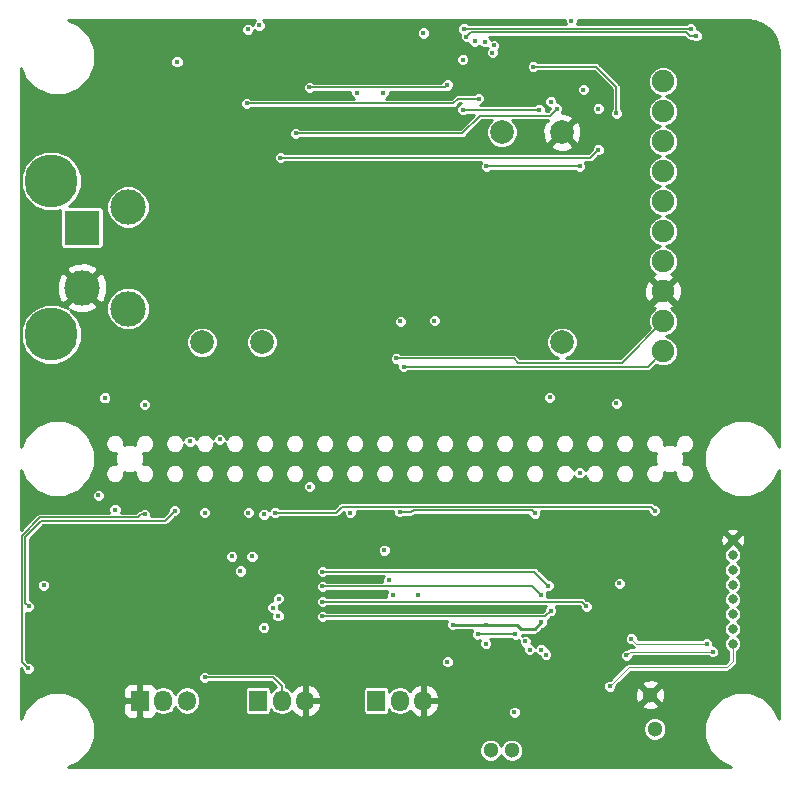
<source format=gbr>
G04 #@! TF.GenerationSoftware,KiCad,Pcbnew,5.0.2-bee76a0~70~ubuntu18.04.1*
G04 #@! TF.CreationDate,2019-11-01T13:53:43-07:00*
G04 #@! TF.ProjectId,piweather,70697765-6174-4686-9572-2e6b69636164,rev?*
G04 #@! TF.SameCoordinates,Original*
G04 #@! TF.FileFunction,Copper,L3,Inr*
G04 #@! TF.FilePolarity,Positive*
%FSLAX46Y46*%
G04 Gerber Fmt 4.6, Leading zero omitted, Abs format (unit mm)*
G04 Created by KiCad (PCBNEW 5.0.2-bee76a0~70~ubuntu18.04.1) date Fri 01 Nov 2019 01:53:43 PM PDT*
%MOMM*%
%LPD*%
G01*
G04 APERTURE LIST*
G04 #@! TA.AperFunction,ViaPad*
%ADD10C,0.800000*%
G04 #@! TD*
G04 #@! TA.AperFunction,ViaPad*
%ADD11C,2.000000*%
G04 #@! TD*
G04 #@! TA.AperFunction,ViaPad*
%ADD12C,1.900000*%
G04 #@! TD*
G04 #@! TA.AperFunction,ViaPad*
%ADD13C,3.000000*%
G04 #@! TD*
G04 #@! TA.AperFunction,WasherPad*
%ADD14C,4.500000*%
G04 #@! TD*
G04 #@! TA.AperFunction,ViaPad*
%ADD15R,3.000000X3.000000*%
G04 #@! TD*
G04 #@! TA.AperFunction,ViaPad*
%ADD16C,1.300000*%
G04 #@! TD*
G04 #@! TA.AperFunction,ViaPad*
%ADD17O,1.500000X1.700000*%
G04 #@! TD*
G04 #@! TA.AperFunction,ViaPad*
%ADD18O,1.500000X1.800000*%
G04 #@! TD*
G04 #@! TA.AperFunction,ViaPad*
%ADD19R,1.500000X1.800000*%
G04 #@! TD*
G04 #@! TA.AperFunction,ViaPad*
%ADD20C,0.450000*%
G04 #@! TD*
G04 #@! TA.AperFunction,Conductor*
%ADD21C,0.100000*%
G04 #@! TD*
G04 #@! TA.AperFunction,Conductor*
%ADD22C,0.150000*%
G04 #@! TD*
G04 #@! TA.AperFunction,Conductor*
%ADD23C,0.250000*%
G04 #@! TD*
G04 #@! TA.AperFunction,Conductor*
%ADD24C,0.254000*%
G04 #@! TD*
G04 APERTURE END LIST*
D10*
G04 #@! TO.N,GND*
G04 #@! TO.C,J2*
X128200000Y-95425000D03*
G04 #@! TO.N,/P1_TXD_HW_RXD*
X128200000Y-96675000D03*
G04 #@! TO.N,/P1_RXD_HW_TXD*
X128200000Y-97925000D03*
G04 #@! TO.N,N/C*
X128200000Y-99175000D03*
X128200000Y-100425000D03*
X128200000Y-101675000D03*
G04 #@! TO.N,+5V*
X128200000Y-102925000D03*
G04 #@! TO.N,/P1_3V3*
X128200000Y-104175000D03*
G04 #@! TD*
D11*
G04 #@! TO.N,+5V*
G04 #@! TO.C,U2*
X108660000Y-60885000D03*
G04 #@! TO.N,GND*
X113740000Y-60885000D03*
G04 #@! TO.N,N/C*
X113740000Y-78665000D03*
G04 #@! TO.N,/AC_N*
X88340000Y-78665000D03*
G04 #@! TO.N,/AC_L*
X83260000Y-78665000D03*
G04 #@! TD*
D12*
G04 #@! TO.N,+24V*
G04 #@! TO.C,J1*
X122300000Y-56570000D03*
G04 #@! TO.N,/DO27*
X122300000Y-59110000D03*
G04 #@! TO.N,/DO16*
X122300000Y-61650000D03*
G04 #@! TO.N,/DO13*
X122300000Y-64190000D03*
G04 #@! TO.N,/DO12*
X122300000Y-66730000D03*
G04 #@! TO.N,/DI26*
X122300000Y-69270000D03*
G04 #@! TO.N,/DI17*
X122300000Y-71810000D03*
G04 #@! TO.N,GND*
X122300000Y-74350000D03*
G04 #@! TO.N,RS485_B*
X122300000Y-76890000D03*
G04 #@! TO.N,RS485_A*
X122300000Y-79430000D03*
G04 #@! TD*
D13*
G04 #@! TO.N,/AC_N*
G04 #@! TO.C,J12*
X77000000Y-67200000D03*
G04 #@! TO.N,/AC_L*
X77000000Y-75800000D03*
D14*
G04 #@! TO.N,*
X70500000Y-65000000D03*
X70500000Y-78000000D03*
G04 #@! TD*
D15*
G04 #@! TO.N,/IN_24V*
G04 #@! TO.C,J3*
X73100000Y-68960000D03*
D13*
G04 #@! TO.N,GND*
X73100000Y-74040000D03*
G04 #@! TD*
D16*
G04 #@! TO.N,+5V*
G04 #@! TO.C,J6*
X121600000Y-111400000D03*
G04 #@! TD*
G04 #@! TO.N,GND*
G04 #@! TO.C,J7*
X121200000Y-108500000D03*
G04 #@! TD*
G04 #@! TO.N,/USBD_P*
G04 #@! TO.C,J8*
X109500000Y-113200000D03*
G04 #@! TD*
G04 #@! TO.N,/USBD_N*
G04 #@! TO.C,J9*
X107700000Y-113200000D03*
G04 #@! TD*
D17*
G04 #@! TO.N,GND*
G04 #@! TO.C,J5*
X102000000Y-109000000D03*
D18*
G04 #@! TO.N,/BCM5_PIN29*
X100000000Y-109000000D03*
D19*
G04 #@! TO.N,+3V3*
X98000000Y-109000000D03*
G04 #@! TD*
D17*
G04 #@! TO.N,GND*
G04 #@! TO.C,J10*
X92000000Y-109000000D03*
D18*
G04 #@! TO.N,/BCM4_PIN7*
X90000000Y-109000000D03*
D19*
G04 #@! TO.N,+3V3*
X88000000Y-109000000D03*
G04 #@! TD*
D17*
G04 #@! TO.N,/P0_RXD*
G04 #@! TO.C,J11*
X82000000Y-109000000D03*
D18*
G04 #@! TO.N,/P0_TXD*
X80000000Y-109000000D03*
D19*
G04 #@! TO.N,GND*
X78000000Y-109000000D03*
G04 #@! TD*
D20*
G04 #@! TO.N,GND*
X80950000Y-83925000D03*
X91100000Y-84075000D03*
X98750000Y-83725000D03*
X110950000Y-83725000D03*
X115800000Y-83475000D03*
X124750000Y-93375000D03*
X86050000Y-92925000D03*
X69600000Y-106025000D03*
X72350000Y-101025000D03*
X80650000Y-98025000D03*
X80650000Y-99325000D03*
X80650000Y-100625000D03*
X80650000Y-101925000D03*
X86500000Y-98675000D03*
X84100000Y-96725000D03*
X82400000Y-96675000D03*
X97500000Y-102925000D03*
X105450000Y-93425000D03*
X112400000Y-105975000D03*
X110700000Y-101275000D03*
X117600000Y-106775000D03*
X116400000Y-97075000D03*
X120200000Y-100775000D03*
X106900000Y-95675000D03*
G04 #@! TO.N,+5V*
X110620000Y-103985000D03*
X98680000Y-96255000D03*
X75050000Y-83375000D03*
X78410000Y-83950000D03*
X96350000Y-57525000D03*
X98600000Y-57525000D03*
X87150000Y-52175000D03*
X81150000Y-54925000D03*
X100050000Y-76875000D03*
X102950000Y-76825000D03*
X104050000Y-105725000D03*
X118600000Y-99075000D03*
X101550000Y-100025000D03*
G04 #@! TO.N,/P1_3V3*
X117800000Y-107775000D03*
G04 #@! TO.N,+3V3*
X114550000Y-51475000D03*
X74500000Y-91625000D03*
X75900000Y-92825000D03*
X85800000Y-96775000D03*
X87500000Y-96775000D03*
X86500000Y-98025000D03*
X95800000Y-93075000D03*
X69850000Y-99225000D03*
G04 #@! TO.N,/P1_RXD_HW_TXD*
X126500000Y-104875000D03*
X119200000Y-105175000D03*
G04 #@! TO.N,/P1_TXD_HW_RXD*
X126000000Y-104175000D03*
X119600000Y-103775000D03*
G04 #@! TO.N,/P0_RXD*
X84750000Y-86875000D03*
G04 #@! TO.N,/P0_TXD*
X82250000Y-87025000D03*
G04 #@! TO.N,/SCL*
X80950000Y-92925000D03*
X68600000Y-101025000D03*
G04 #@! TO.N,/SDA*
X78400000Y-93225000D03*
X68550000Y-106275000D03*
G04 #@! TO.N,/USBD_P*
X112383294Y-105108294D03*
G04 #@! TO.N,/USBD_N*
X111976706Y-104701706D03*
G04 #@! TO.N,/~RSTOUT*
X111000000Y-104675000D03*
X109700000Y-109975000D03*
G04 #@! TO.N,/EEDATA*
X106600000Y-103375000D03*
X109800000Y-103375000D03*
G04 #@! TO.N,/P_DE*
X93450000Y-100625000D03*
X115800000Y-101025000D03*
G04 #@! TO.N,/P2_R*
X93450000Y-98075000D03*
X112600000Y-99275000D03*
G04 #@! TO.N,/P2_D*
X93450000Y-101875000D03*
X112800000Y-101375000D03*
G04 #@! TO.N,/P2_~RE*
X93450000Y-99325000D03*
X111950000Y-100075000D03*
G04 #@! TO.N,/VCC_FTDI*
X104500000Y-102575000D03*
X112000000Y-102375000D03*
X107300000Y-104175000D03*
X107300000Y-102575000D03*
G04 #@! TO.N,+24V*
X106350000Y-53175000D03*
X88100000Y-51825000D03*
X102000000Y-52475000D03*
G04 #@! TO.N,RS485_A*
X99400000Y-100075000D03*
X100350000Y-80725000D03*
G04 #@! TO.N,RS485_B*
X99100000Y-98825000D03*
X99700000Y-80025000D03*
G04 #@! TO.N,/BCM5_PIN29*
X100000000Y-93025000D03*
X111450000Y-93125000D03*
G04 #@! TO.N,/BCM4_PIN7*
X83500000Y-93075000D03*
X83500000Y-107025000D03*
G04 #@! TO.N,/DI17*
X112800000Y-58275000D03*
G04 #@! TO.N,/DI26*
X115550000Y-57275000D03*
G04 #@! TO.N,/DO12*
X105650000Y-52775000D03*
X125100000Y-52725000D03*
G04 #@! TO.N,/DO13*
X107950000Y-53525000D03*
G04 #@! TO.N,/DO16*
X107200000Y-53225000D03*
G04 #@! TO.N,/DO27*
X105450000Y-52125000D03*
X124650000Y-52125000D03*
G04 #@! TO.N,BCM16*
X118350000Y-83825000D03*
X118350000Y-59275000D03*
X111300000Y-55325000D03*
G04 #@! TO.N,BCM12*
X112700000Y-83325000D03*
X111800000Y-58975000D03*
X105350000Y-58975000D03*
X105350000Y-54725000D03*
G04 #@! TO.N,/BCM26_PIN37*
X89250000Y-101125000D03*
X89450000Y-93075000D03*
X121600000Y-92925000D03*
G04 #@! TO.N,BCM13*
X115250000Y-89725000D03*
X115250000Y-63775000D03*
X107350000Y-63775000D03*
X107850000Y-54125000D03*
G04 #@! TO.N,BCM27*
X92350000Y-90875000D03*
X92350000Y-57075000D03*
X104050000Y-56875000D03*
G04 #@! TO.N,/BCM17_PIN11*
X88500000Y-102825000D03*
X88500000Y-93225000D03*
G04 #@! TO.N,~BCM17*
X89700000Y-101825000D03*
X113300000Y-58875000D03*
X91200000Y-60975000D03*
G04 #@! TO.N,~BCM26*
X89750000Y-100375000D03*
X89900000Y-63025000D03*
X116800000Y-62375000D03*
X116800000Y-58875000D03*
G04 #@! TO.N,REF3V3*
X87200000Y-93075000D03*
X87050000Y-58425000D03*
X106700000Y-58025000D03*
G04 #@! TD*
D21*
G04 #@! TO.N,/P1_3V3*
X117800000Y-107775000D02*
X119400000Y-106175000D01*
X119400000Y-106175000D02*
X127700000Y-106175000D01*
X128200000Y-105675000D02*
X128200000Y-104175000D01*
X127700000Y-106175000D02*
X128200000Y-105675000D01*
G04 #@! TO.N,/P1_RXD_HW_TXD*
X126500000Y-104875000D02*
X119500000Y-104875000D01*
X119500000Y-104875000D02*
X119200000Y-105175000D01*
G04 #@! TO.N,/P1_TXD_HW_RXD*
X126000000Y-104175000D02*
X125681802Y-104175000D01*
X125681802Y-104175000D02*
X120000000Y-104175000D01*
X120000000Y-104175000D02*
X119600000Y-103775000D01*
D22*
G04 #@! TO.N,/SCL*
X80124990Y-93750010D02*
X77945714Y-93750010D01*
X80950000Y-92925000D02*
X80124990Y-93750010D01*
X77945714Y-93750010D02*
X69663912Y-93750010D01*
X69663912Y-93750010D02*
X68275010Y-95138912D01*
X68275010Y-95138912D02*
X68275010Y-100700010D01*
X68275010Y-100700010D02*
X68600000Y-101025000D01*
G04 #@! TO.N,/SDA*
X78081802Y-93225000D02*
X77831802Y-93475000D01*
X78400000Y-93225000D02*
X78081802Y-93225000D01*
X77831802Y-93475000D02*
X69550000Y-93475000D01*
X69550000Y-93475000D02*
X68000000Y-95025000D01*
X68000000Y-95025000D02*
X68000000Y-105725000D01*
X68000000Y-105725000D02*
X68550000Y-106275000D01*
G04 #@! TO.N,/EEDATA*
X106600000Y-103375000D02*
X109800000Y-103375000D01*
G04 #@! TO.N,/P_DE*
X93450000Y-100625000D02*
X115400000Y-100625000D01*
X115400000Y-100625000D02*
X115800000Y-101025000D01*
G04 #@! TO.N,/P2_R*
X93450000Y-98075000D02*
X111400000Y-98075000D01*
X111400000Y-98075000D02*
X112600000Y-99275000D01*
G04 #@! TO.N,/P2_D*
X93450000Y-101875000D02*
X112300000Y-101875000D01*
X112300000Y-101875000D02*
X112800000Y-101375000D01*
G04 #@! TO.N,/P2_~RE*
X93450000Y-99325000D02*
X111200000Y-99325000D01*
X111200000Y-99325000D02*
X111950000Y-100075000D01*
D23*
G04 #@! TO.N,/VCC_FTDI*
X111424999Y-102950001D02*
X112000000Y-102375000D01*
X109900000Y-102575000D02*
X110275001Y-102950001D01*
X110275001Y-102950001D02*
X111424999Y-102950001D01*
X104500000Y-102575000D02*
X107300000Y-102575000D01*
X107300000Y-102575000D02*
X109900000Y-102575000D01*
D22*
G04 #@! TO.N,RS485_A*
X121005000Y-80725000D02*
X122300000Y-79430000D01*
X100350000Y-80725000D02*
X121005000Y-80725000D01*
G04 #@! TO.N,RS485_B*
X118815000Y-80375000D02*
X122300000Y-76890000D01*
X110000000Y-80375000D02*
X118815000Y-80375000D01*
X99700000Y-80025000D02*
X109650000Y-80025000D01*
X109650000Y-80025000D02*
X110000000Y-80375000D01*
G04 #@! TO.N,/BCM5_PIN29*
X100000000Y-93025000D02*
X101000000Y-93025000D01*
X101000000Y-93025000D02*
X101174990Y-92850010D01*
X101174990Y-92850010D02*
X104150000Y-92850010D01*
X104150000Y-92850010D02*
X111175010Y-92850010D01*
X111175010Y-92850010D02*
X111450000Y-93125000D01*
G04 #@! TO.N,/BCM4_PIN7*
X83500000Y-107025000D02*
X89250000Y-107025000D01*
X90000000Y-107775000D02*
X90000000Y-109000000D01*
X89250000Y-107025000D02*
X90000000Y-107775000D01*
G04 #@! TO.N,/DO12*
X105650000Y-52775000D02*
X106024990Y-52400010D01*
X106024990Y-52400010D02*
X122450000Y-52400010D01*
X122450000Y-52400010D02*
X124225010Y-52400010D01*
X124225010Y-52400010D02*
X124550000Y-52725000D01*
X124550000Y-52725000D02*
X125100000Y-52725000D01*
G04 #@! TO.N,/DO27*
X105450000Y-52125000D02*
X124650000Y-52125000D01*
G04 #@! TO.N,BCM16*
X118350000Y-59275000D02*
X118350000Y-57075000D01*
X118350000Y-57075000D02*
X116600000Y-55325000D01*
X116600000Y-55325000D02*
X111300000Y-55325000D01*
G04 #@! TO.N,BCM12*
X111800000Y-58975000D02*
X105350000Y-58975000D01*
G04 #@! TO.N,/BCM26_PIN37*
X89450000Y-93075000D02*
X94600000Y-93075000D01*
X94600000Y-93075000D02*
X95100000Y-92575000D01*
X95100000Y-92575000D02*
X121250000Y-92575000D01*
X121250000Y-92575000D02*
X121600000Y-92925000D01*
G04 #@! TO.N,BCM13*
X115250000Y-63775000D02*
X107350000Y-63775000D01*
G04 #@! TO.N,BCM27*
X92350000Y-57075000D02*
X103850000Y-57075000D01*
X103850000Y-57075000D02*
X104050000Y-56875000D01*
G04 #@! TO.N,~BCM17*
X91200000Y-60975000D02*
X105300000Y-60975000D01*
X105300000Y-60975000D02*
X106800000Y-59475000D01*
X112700000Y-59475000D02*
X113300000Y-58875000D01*
X106800000Y-59475000D02*
X112700000Y-59475000D01*
G04 #@! TO.N,~BCM26*
X89900000Y-63025000D02*
X116150000Y-63025000D01*
X116150000Y-63025000D02*
X116800000Y-62375000D01*
G04 #@! TO.N,REF3V3*
X87050000Y-58425000D02*
X104550000Y-58425000D01*
X104550000Y-58425000D02*
X104950000Y-58025000D01*
X104950000Y-58025000D02*
X106700000Y-58025000D01*
G04 #@! TD*
D24*
G04 #@! TO.N,GND*
G36*
X87632037Y-51512317D02*
X87548000Y-51715200D01*
X87548000Y-51792354D01*
X87462683Y-51707037D01*
X87259800Y-51623000D01*
X87040200Y-51623000D01*
X86837317Y-51707037D01*
X86682037Y-51862317D01*
X86598000Y-52065200D01*
X86598000Y-52284800D01*
X86682037Y-52487683D01*
X86837317Y-52642963D01*
X87040200Y-52727000D01*
X87259800Y-52727000D01*
X87462683Y-52642963D01*
X87617963Y-52487683D01*
X87702000Y-52284800D01*
X87702000Y-52207646D01*
X87787317Y-52292963D01*
X87990200Y-52377000D01*
X88209800Y-52377000D01*
X88238287Y-52365200D01*
X101448000Y-52365200D01*
X101448000Y-52584800D01*
X101532037Y-52787683D01*
X101687317Y-52942963D01*
X101890200Y-53027000D01*
X102109800Y-53027000D01*
X102312683Y-52942963D01*
X102467963Y-52787683D01*
X102552000Y-52584800D01*
X102552000Y-52365200D01*
X102467963Y-52162317D01*
X102312683Y-52007037D01*
X102109800Y-51923000D01*
X101890200Y-51923000D01*
X101687317Y-52007037D01*
X101532037Y-52162317D01*
X101448000Y-52365200D01*
X88238287Y-52365200D01*
X88412683Y-52292963D01*
X88567963Y-52137683D01*
X88652000Y-51934800D01*
X88652000Y-51715200D01*
X88567963Y-51512317D01*
X88457646Y-51402000D01*
X113998000Y-51402000D01*
X113998000Y-51584800D01*
X114055244Y-51723000D01*
X105828646Y-51723000D01*
X105762683Y-51657037D01*
X105559800Y-51573000D01*
X105340200Y-51573000D01*
X105137317Y-51657037D01*
X104982037Y-51812317D01*
X104898000Y-52015200D01*
X104898000Y-52234800D01*
X104982037Y-52437683D01*
X105130673Y-52586319D01*
X105098000Y-52665200D01*
X105098000Y-52884800D01*
X105182037Y-53087683D01*
X105337317Y-53242963D01*
X105540200Y-53327000D01*
X105759800Y-53327000D01*
X105807326Y-53307314D01*
X105882037Y-53487683D01*
X106037317Y-53642963D01*
X106240200Y-53727000D01*
X106459800Y-53727000D01*
X106662683Y-53642963D01*
X106750000Y-53555646D01*
X106887317Y-53692963D01*
X107090200Y-53777000D01*
X107309800Y-53777000D01*
X107435359Y-53724992D01*
X107445318Y-53749036D01*
X107382037Y-53812317D01*
X107298000Y-54015200D01*
X107298000Y-54234800D01*
X107382037Y-54437683D01*
X107537317Y-54592963D01*
X107740200Y-54677000D01*
X107959800Y-54677000D01*
X108162683Y-54592963D01*
X108317963Y-54437683D01*
X108402000Y-54234800D01*
X108402000Y-54015200D01*
X108354682Y-53900964D01*
X108417963Y-53837683D01*
X108502000Y-53634800D01*
X108502000Y-53415200D01*
X108417963Y-53212317D01*
X108262683Y-53057037D01*
X108059800Y-52973000D01*
X107840200Y-52973000D01*
X107714641Y-53025008D01*
X107667963Y-52912317D01*
X107557656Y-52802010D01*
X124058497Y-52802010D01*
X124237750Y-52981264D01*
X124260175Y-53014825D01*
X124293735Y-53037249D01*
X124293737Y-53037251D01*
X124324719Y-53057952D01*
X124393148Y-53103675D01*
X124510410Y-53127000D01*
X124510414Y-53127000D01*
X124549999Y-53134874D01*
X124589584Y-53127000D01*
X124721354Y-53127000D01*
X124787317Y-53192963D01*
X124990200Y-53277000D01*
X125209800Y-53277000D01*
X125412683Y-53192963D01*
X125567963Y-53037683D01*
X125652000Y-52834800D01*
X125652000Y-52615200D01*
X125567963Y-52412317D01*
X125412683Y-52257037D01*
X125209800Y-52173000D01*
X125202000Y-52173000D01*
X125202000Y-52015200D01*
X125117963Y-51812317D01*
X124962683Y-51657037D01*
X124759800Y-51573000D01*
X124540200Y-51573000D01*
X124337317Y-51657037D01*
X124271354Y-51723000D01*
X115044756Y-51723000D01*
X115102000Y-51584800D01*
X115102000Y-51402000D01*
X129476648Y-51402000D01*
X130097043Y-51474330D01*
X130662057Y-51679421D01*
X131164739Y-52008994D01*
X131578119Y-52445367D01*
X131880024Y-52965134D01*
X132055855Y-53545683D01*
X132098000Y-54017898D01*
X132098001Y-87546676D01*
X131735719Y-86672051D01*
X130827949Y-85764281D01*
X129641890Y-85273000D01*
X128358110Y-85273000D01*
X127172051Y-85764281D01*
X126264281Y-86672051D01*
X125773000Y-87858110D01*
X125773000Y-89141890D01*
X126264281Y-90327949D01*
X127172051Y-91235719D01*
X128358110Y-91727000D01*
X129641890Y-91727000D01*
X130827949Y-91235719D01*
X131735719Y-90327949D01*
X132098001Y-89453324D01*
X132098001Y-110546678D01*
X131735719Y-109672051D01*
X130827949Y-108764281D01*
X129641890Y-108273000D01*
X128358110Y-108273000D01*
X127172051Y-108764281D01*
X126264281Y-109672051D01*
X125773000Y-110858110D01*
X125773000Y-112141890D01*
X126264281Y-113327949D01*
X127172051Y-114235719D01*
X128046676Y-114598000D01*
X71953324Y-114598000D01*
X72827949Y-114235719D01*
X73735719Y-113327949D01*
X73869214Y-113005663D01*
X106723000Y-113005663D01*
X106723000Y-113394337D01*
X106871739Y-113753426D01*
X107146574Y-114028261D01*
X107505663Y-114177000D01*
X107894337Y-114177000D01*
X108253426Y-114028261D01*
X108528261Y-113753426D01*
X108600000Y-113580232D01*
X108671739Y-113753426D01*
X108946574Y-114028261D01*
X109305663Y-114177000D01*
X109694337Y-114177000D01*
X110053426Y-114028261D01*
X110328261Y-113753426D01*
X110477000Y-113394337D01*
X110477000Y-113005663D01*
X110328261Y-112646574D01*
X110053426Y-112371739D01*
X109694337Y-112223000D01*
X109305663Y-112223000D01*
X108946574Y-112371739D01*
X108671739Y-112646574D01*
X108600000Y-112819768D01*
X108528261Y-112646574D01*
X108253426Y-112371739D01*
X107894337Y-112223000D01*
X107505663Y-112223000D01*
X107146574Y-112371739D01*
X106871739Y-112646574D01*
X106723000Y-113005663D01*
X73869214Y-113005663D01*
X74227000Y-112141890D01*
X74227000Y-111205663D01*
X120623000Y-111205663D01*
X120623000Y-111594337D01*
X120771739Y-111953426D01*
X121046574Y-112228261D01*
X121405663Y-112377000D01*
X121794337Y-112377000D01*
X122153426Y-112228261D01*
X122428261Y-111953426D01*
X122577000Y-111594337D01*
X122577000Y-111205663D01*
X122428261Y-110846574D01*
X122153426Y-110571739D01*
X121794337Y-110423000D01*
X121405663Y-110423000D01*
X121046574Y-110571739D01*
X120771739Y-110846574D01*
X120623000Y-111205663D01*
X74227000Y-111205663D01*
X74227000Y-110858110D01*
X73735719Y-109672051D01*
X73349418Y-109285750D01*
X76615000Y-109285750D01*
X76615000Y-110026310D01*
X76711673Y-110259699D01*
X76890302Y-110438327D01*
X77123691Y-110535000D01*
X77714250Y-110535000D01*
X77873000Y-110376250D01*
X77873000Y-109127000D01*
X76773750Y-109127000D01*
X76615000Y-109285750D01*
X73349418Y-109285750D01*
X72827949Y-108764281D01*
X71641890Y-108273000D01*
X70358110Y-108273000D01*
X69172051Y-108764281D01*
X68264281Y-109672051D01*
X67902000Y-110546676D01*
X67902000Y-107973690D01*
X76615000Y-107973690D01*
X76615000Y-108714250D01*
X76773750Y-108873000D01*
X77873000Y-108873000D01*
X77873000Y-107623750D01*
X78127000Y-107623750D01*
X78127000Y-108873000D01*
X78147000Y-108873000D01*
X78147000Y-109127000D01*
X78127000Y-109127000D01*
X78127000Y-110376250D01*
X78285750Y-110535000D01*
X78876309Y-110535000D01*
X79109698Y-110438327D01*
X79288327Y-110259699D01*
X79382387Y-110032619D01*
X79579777Y-110164511D01*
X80000000Y-110248099D01*
X80420224Y-110164511D01*
X80776473Y-109926473D01*
X81014511Y-109570223D01*
X81015517Y-109565164D01*
X81223528Y-109876473D01*
X81579777Y-110114511D01*
X82000000Y-110198099D01*
X82420224Y-110114511D01*
X82776473Y-109876473D01*
X83014511Y-109520223D01*
X83077000Y-109206071D01*
X83077000Y-108793928D01*
X83014511Y-108479776D01*
X82776473Y-108123527D01*
X82420223Y-107885489D01*
X82000000Y-107801901D01*
X81579776Y-107885489D01*
X81223527Y-108123527D01*
X81015518Y-108434836D01*
X81014511Y-108429776D01*
X80776473Y-108073527D01*
X80420223Y-107835489D01*
X80000000Y-107751901D01*
X79579776Y-107835489D01*
X79382387Y-107967380D01*
X79288327Y-107740301D01*
X79109698Y-107561673D01*
X78876309Y-107465000D01*
X78285750Y-107465000D01*
X78127000Y-107623750D01*
X77873000Y-107623750D01*
X77714250Y-107465000D01*
X77123691Y-107465000D01*
X76890302Y-107561673D01*
X76711673Y-107740301D01*
X76615000Y-107973690D01*
X67902000Y-107973690D01*
X67902000Y-106915200D01*
X82948000Y-106915200D01*
X82948000Y-107134800D01*
X83032037Y-107337683D01*
X83187317Y-107492963D01*
X83390200Y-107577000D01*
X83609800Y-107577000D01*
X83812683Y-107492963D01*
X83878646Y-107427000D01*
X89083487Y-107427000D01*
X89527143Y-107870657D01*
X89223527Y-108073527D01*
X89083406Y-108283233D01*
X89083406Y-108100000D01*
X89058027Y-107972411D01*
X88985754Y-107864246D01*
X88877589Y-107791973D01*
X88750000Y-107766594D01*
X87250000Y-107766594D01*
X87122411Y-107791973D01*
X87014246Y-107864246D01*
X86941973Y-107972411D01*
X86916594Y-108100000D01*
X86916594Y-109900000D01*
X86941973Y-110027589D01*
X87014246Y-110135754D01*
X87122411Y-110208027D01*
X87250000Y-110233406D01*
X88750000Y-110233406D01*
X88877589Y-110208027D01*
X88985754Y-110135754D01*
X89058027Y-110027589D01*
X89083406Y-109900000D01*
X89083406Y-109716767D01*
X89223528Y-109926473D01*
X89579777Y-110164511D01*
X90000000Y-110248099D01*
X90420224Y-110164511D01*
X90776473Y-109926473D01*
X90832765Y-109842227D01*
X90834255Y-109846036D01*
X91208488Y-110235359D01*
X91658815Y-110442318D01*
X91873000Y-110319656D01*
X91873000Y-109127000D01*
X92127000Y-109127000D01*
X92127000Y-110319656D01*
X92341185Y-110442318D01*
X92791512Y-110235359D01*
X93165745Y-109846036D01*
X93362504Y-109343136D01*
X93225014Y-109127000D01*
X92127000Y-109127000D01*
X91873000Y-109127000D01*
X91853000Y-109127000D01*
X91853000Y-108873000D01*
X91873000Y-108873000D01*
X91873000Y-107680344D01*
X92127000Y-107680344D01*
X92127000Y-108873000D01*
X93225014Y-108873000D01*
X93362504Y-108656864D01*
X93165745Y-108153964D01*
X93113873Y-108100000D01*
X96916594Y-108100000D01*
X96916594Y-109900000D01*
X96941973Y-110027589D01*
X97014246Y-110135754D01*
X97122411Y-110208027D01*
X97250000Y-110233406D01*
X98750000Y-110233406D01*
X98877589Y-110208027D01*
X98985754Y-110135754D01*
X99058027Y-110027589D01*
X99083406Y-109900000D01*
X99083406Y-109716767D01*
X99223528Y-109926473D01*
X99579777Y-110164511D01*
X100000000Y-110248099D01*
X100420224Y-110164511D01*
X100776473Y-109926473D01*
X100832765Y-109842227D01*
X100834255Y-109846036D01*
X101208488Y-110235359D01*
X101658815Y-110442318D01*
X101873000Y-110319656D01*
X101873000Y-109127000D01*
X102127000Y-109127000D01*
X102127000Y-110319656D01*
X102341185Y-110442318D01*
X102791512Y-110235359D01*
X103147323Y-109865200D01*
X109148000Y-109865200D01*
X109148000Y-110084800D01*
X109232037Y-110287683D01*
X109387317Y-110442963D01*
X109590200Y-110527000D01*
X109809800Y-110527000D01*
X110012683Y-110442963D01*
X110167963Y-110287683D01*
X110252000Y-110084800D01*
X110252000Y-109865200D01*
X110167963Y-109662317D01*
X110012683Y-109507037D01*
X109809800Y-109423000D01*
X109590200Y-109423000D01*
X109387317Y-109507037D01*
X109232037Y-109662317D01*
X109148000Y-109865200D01*
X103147323Y-109865200D01*
X103165745Y-109846036D01*
X103340641Y-109399016D01*
X120480590Y-109399016D01*
X120536271Y-109629611D01*
X121019078Y-109797622D01*
X121529428Y-109768083D01*
X121863729Y-109629611D01*
X121919410Y-109399016D01*
X121200000Y-108679605D01*
X120480590Y-109399016D01*
X103340641Y-109399016D01*
X103362504Y-109343136D01*
X103225014Y-109127000D01*
X102127000Y-109127000D01*
X101873000Y-109127000D01*
X101853000Y-109127000D01*
X101853000Y-108873000D01*
X101873000Y-108873000D01*
X101873000Y-107680344D01*
X102127000Y-107680344D01*
X102127000Y-108873000D01*
X103225014Y-108873000D01*
X103362504Y-108656864D01*
X103165745Y-108153964D01*
X102791512Y-107764641D01*
X102575136Y-107665200D01*
X117248000Y-107665200D01*
X117248000Y-107884800D01*
X117332037Y-108087683D01*
X117487317Y-108242963D01*
X117690200Y-108327000D01*
X117909800Y-108327000D01*
X117928925Y-108319078D01*
X119902378Y-108319078D01*
X119931917Y-108829428D01*
X120070389Y-109163729D01*
X120300984Y-109219410D01*
X121020395Y-108500000D01*
X121379605Y-108500000D01*
X122099016Y-109219410D01*
X122329611Y-109163729D01*
X122497622Y-108680922D01*
X122468083Y-108170572D01*
X122329611Y-107836271D01*
X122099016Y-107780590D01*
X121379605Y-108500000D01*
X121020395Y-108500000D01*
X120300984Y-107780590D01*
X120070389Y-107836271D01*
X119902378Y-108319078D01*
X117928925Y-108319078D01*
X118112683Y-108242963D01*
X118267963Y-108087683D01*
X118352000Y-107884800D01*
X118352000Y-107756158D01*
X118507174Y-107600984D01*
X120480590Y-107600984D01*
X121200000Y-108320395D01*
X121919410Y-107600984D01*
X121863729Y-107370389D01*
X121380922Y-107202378D01*
X120870572Y-107231917D01*
X120536271Y-107370389D01*
X120480590Y-107600984D01*
X118507174Y-107600984D01*
X119556158Y-106552000D01*
X127662878Y-106552000D01*
X127700000Y-106559384D01*
X127737122Y-106552000D01*
X127737126Y-106552000D01*
X127847098Y-106530125D01*
X127971801Y-106446801D01*
X127992832Y-106415326D01*
X128440329Y-105967830D01*
X128471801Y-105946801D01*
X128555125Y-105822098D01*
X128577000Y-105712126D01*
X128577000Y-105712123D01*
X128584384Y-105675000D01*
X128577000Y-105637878D01*
X128577000Y-104805741D01*
X128611813Y-104791321D01*
X128816321Y-104586813D01*
X128927000Y-104319609D01*
X128927000Y-104030391D01*
X128816321Y-103763187D01*
X128611813Y-103558679D01*
X128590860Y-103550000D01*
X128611813Y-103541321D01*
X128816321Y-103336813D01*
X128927000Y-103069609D01*
X128927000Y-102780391D01*
X128816321Y-102513187D01*
X128611813Y-102308679D01*
X128590860Y-102300000D01*
X128611813Y-102291321D01*
X128816321Y-102086813D01*
X128927000Y-101819609D01*
X128927000Y-101530391D01*
X128816321Y-101263187D01*
X128611813Y-101058679D01*
X128590860Y-101050000D01*
X128611813Y-101041321D01*
X128816321Y-100836813D01*
X128927000Y-100569609D01*
X128927000Y-100280391D01*
X128816321Y-100013187D01*
X128611813Y-99808679D01*
X128590860Y-99800000D01*
X128611813Y-99791321D01*
X128816321Y-99586813D01*
X128927000Y-99319609D01*
X128927000Y-99030391D01*
X128816321Y-98763187D01*
X128611813Y-98558679D01*
X128590860Y-98550000D01*
X128611813Y-98541321D01*
X128816321Y-98336813D01*
X128927000Y-98069609D01*
X128927000Y-97780391D01*
X128816321Y-97513187D01*
X128611813Y-97308679D01*
X128590860Y-97300000D01*
X128611813Y-97291321D01*
X128816321Y-97086813D01*
X128927000Y-96819609D01*
X128927000Y-96530391D01*
X128816321Y-96263187D01*
X128733194Y-96180060D01*
X128737745Y-96142350D01*
X128200000Y-95604605D01*
X127662255Y-96142350D01*
X127666806Y-96180060D01*
X127583679Y-96263187D01*
X127473000Y-96530391D01*
X127473000Y-96819609D01*
X127583679Y-97086813D01*
X127788187Y-97291321D01*
X127809140Y-97300000D01*
X127788187Y-97308679D01*
X127583679Y-97513187D01*
X127473000Y-97780391D01*
X127473000Y-98069609D01*
X127583679Y-98336813D01*
X127788187Y-98541321D01*
X127809140Y-98550000D01*
X127788187Y-98558679D01*
X127583679Y-98763187D01*
X127473000Y-99030391D01*
X127473000Y-99319609D01*
X127583679Y-99586813D01*
X127788187Y-99791321D01*
X127809140Y-99800000D01*
X127788187Y-99808679D01*
X127583679Y-100013187D01*
X127473000Y-100280391D01*
X127473000Y-100569609D01*
X127583679Y-100836813D01*
X127788187Y-101041321D01*
X127809140Y-101050000D01*
X127788187Y-101058679D01*
X127583679Y-101263187D01*
X127473000Y-101530391D01*
X127473000Y-101819609D01*
X127583679Y-102086813D01*
X127788187Y-102291321D01*
X127809140Y-102300000D01*
X127788187Y-102308679D01*
X127583679Y-102513187D01*
X127473000Y-102780391D01*
X127473000Y-103069609D01*
X127583679Y-103336813D01*
X127788187Y-103541321D01*
X127809140Y-103550000D01*
X127788187Y-103558679D01*
X127583679Y-103763187D01*
X127473000Y-104030391D01*
X127473000Y-104319609D01*
X127583679Y-104586813D01*
X127788187Y-104791321D01*
X127823001Y-104805741D01*
X127823000Y-105518841D01*
X127543842Y-105798000D01*
X119437122Y-105798000D01*
X119400000Y-105790616D01*
X119362877Y-105798000D01*
X119362874Y-105798000D01*
X119252902Y-105819875D01*
X119128199Y-105903199D01*
X119107169Y-105934673D01*
X117818842Y-107223000D01*
X117690200Y-107223000D01*
X117487317Y-107307037D01*
X117332037Y-107462317D01*
X117248000Y-107665200D01*
X102575136Y-107665200D01*
X102341185Y-107557682D01*
X102127000Y-107680344D01*
X101873000Y-107680344D01*
X101658815Y-107557682D01*
X101208488Y-107764641D01*
X100834255Y-108153964D01*
X100832765Y-108157773D01*
X100776473Y-108073527D01*
X100420223Y-107835489D01*
X100000000Y-107751901D01*
X99579776Y-107835489D01*
X99223527Y-108073527D01*
X99083406Y-108283233D01*
X99083406Y-108100000D01*
X99058027Y-107972411D01*
X98985754Y-107864246D01*
X98877589Y-107791973D01*
X98750000Y-107766594D01*
X97250000Y-107766594D01*
X97122411Y-107791973D01*
X97014246Y-107864246D01*
X96941973Y-107972411D01*
X96916594Y-108100000D01*
X93113873Y-108100000D01*
X92791512Y-107764641D01*
X92341185Y-107557682D01*
X92127000Y-107680344D01*
X91873000Y-107680344D01*
X91658815Y-107557682D01*
X91208488Y-107764641D01*
X90834255Y-108153964D01*
X90832765Y-108157773D01*
X90776473Y-108073527D01*
X90420223Y-107835489D01*
X90402000Y-107831864D01*
X90402000Y-107814584D01*
X90409874Y-107774999D01*
X90402000Y-107735414D01*
X90402000Y-107735410D01*
X90378675Y-107618148D01*
X90351181Y-107577000D01*
X90312251Y-107518737D01*
X90312249Y-107518735D01*
X90289825Y-107485175D01*
X90256265Y-107462751D01*
X89562251Y-106768738D01*
X89539825Y-106735175D01*
X89406852Y-106646325D01*
X89289590Y-106623000D01*
X89289585Y-106623000D01*
X89250000Y-106615126D01*
X89210415Y-106623000D01*
X83878646Y-106623000D01*
X83812683Y-106557037D01*
X83609800Y-106473000D01*
X83390200Y-106473000D01*
X83187317Y-106557037D01*
X83032037Y-106712317D01*
X82948000Y-106915200D01*
X67902000Y-106915200D01*
X67902000Y-106195513D01*
X67998000Y-106291513D01*
X67998000Y-106384800D01*
X68082037Y-106587683D01*
X68237317Y-106742963D01*
X68440200Y-106827000D01*
X68659800Y-106827000D01*
X68862683Y-106742963D01*
X69017963Y-106587683D01*
X69102000Y-106384800D01*
X69102000Y-106165200D01*
X69017963Y-105962317D01*
X68862683Y-105807037D01*
X68659800Y-105723000D01*
X68566513Y-105723000D01*
X68458713Y-105615200D01*
X103498000Y-105615200D01*
X103498000Y-105834800D01*
X103582037Y-106037683D01*
X103737317Y-106192963D01*
X103940200Y-106277000D01*
X104159800Y-106277000D01*
X104362683Y-106192963D01*
X104517963Y-106037683D01*
X104602000Y-105834800D01*
X104602000Y-105615200D01*
X104517963Y-105412317D01*
X104362683Y-105257037D01*
X104159800Y-105173000D01*
X103940200Y-105173000D01*
X103737317Y-105257037D01*
X103582037Y-105412317D01*
X103498000Y-105615200D01*
X68458713Y-105615200D01*
X68402000Y-105558487D01*
X68402000Y-102715200D01*
X87948000Y-102715200D01*
X87948000Y-102934800D01*
X88032037Y-103137683D01*
X88187317Y-103292963D01*
X88390200Y-103377000D01*
X88609800Y-103377000D01*
X88812683Y-103292963D01*
X88967963Y-103137683D01*
X89052000Y-102934800D01*
X89052000Y-102715200D01*
X88967963Y-102512317D01*
X88812683Y-102357037D01*
X88609800Y-102273000D01*
X88390200Y-102273000D01*
X88187317Y-102357037D01*
X88032037Y-102512317D01*
X87948000Y-102715200D01*
X68402000Y-102715200D01*
X68402000Y-101540466D01*
X68490200Y-101577000D01*
X68709800Y-101577000D01*
X68912683Y-101492963D01*
X69067963Y-101337683D01*
X69152000Y-101134800D01*
X69152000Y-101015200D01*
X88698000Y-101015200D01*
X88698000Y-101234800D01*
X88782037Y-101437683D01*
X88937317Y-101592963D01*
X89140200Y-101677000D01*
X89163823Y-101677000D01*
X89148000Y-101715200D01*
X89148000Y-101934800D01*
X89232037Y-102137683D01*
X89387317Y-102292963D01*
X89590200Y-102377000D01*
X89809800Y-102377000D01*
X90012683Y-102292963D01*
X90167963Y-102137683D01*
X90252000Y-101934800D01*
X90252000Y-101715200D01*
X90167963Y-101512317D01*
X90012683Y-101357037D01*
X89809800Y-101273000D01*
X89786177Y-101273000D01*
X89802000Y-101234800D01*
X89802000Y-101015200D01*
X89765466Y-100927000D01*
X89859800Y-100927000D01*
X90062683Y-100842963D01*
X90217963Y-100687683D01*
X90302000Y-100484800D01*
X90302000Y-100265200D01*
X90217963Y-100062317D01*
X90062683Y-99907037D01*
X89859800Y-99823000D01*
X89640200Y-99823000D01*
X89437317Y-99907037D01*
X89282037Y-100062317D01*
X89198000Y-100265200D01*
X89198000Y-100484800D01*
X89234534Y-100573000D01*
X89140200Y-100573000D01*
X88937317Y-100657037D01*
X88782037Y-100812317D01*
X88698000Y-101015200D01*
X69152000Y-101015200D01*
X69152000Y-100915200D01*
X69067963Y-100712317D01*
X68912683Y-100557037D01*
X68709800Y-100473000D01*
X68677010Y-100473000D01*
X68677010Y-99115200D01*
X69298000Y-99115200D01*
X69298000Y-99334800D01*
X69382037Y-99537683D01*
X69537317Y-99692963D01*
X69740200Y-99777000D01*
X69959800Y-99777000D01*
X70162683Y-99692963D01*
X70317963Y-99537683D01*
X70402000Y-99334800D01*
X70402000Y-99115200D01*
X70317963Y-98912317D01*
X70162683Y-98757037D01*
X69959800Y-98673000D01*
X69740200Y-98673000D01*
X69537317Y-98757037D01*
X69382037Y-98912317D01*
X69298000Y-99115200D01*
X68677010Y-99115200D01*
X68677010Y-97915200D01*
X85948000Y-97915200D01*
X85948000Y-98134800D01*
X86032037Y-98337683D01*
X86187317Y-98492963D01*
X86390200Y-98577000D01*
X86609800Y-98577000D01*
X86812683Y-98492963D01*
X86967963Y-98337683D01*
X87052000Y-98134800D01*
X87052000Y-97965200D01*
X92898000Y-97965200D01*
X92898000Y-98184800D01*
X92982037Y-98387683D01*
X93137317Y-98542963D01*
X93340200Y-98627000D01*
X93559800Y-98627000D01*
X93762683Y-98542963D01*
X93828646Y-98477000D01*
X98667354Y-98477000D01*
X98632037Y-98512317D01*
X98548000Y-98715200D01*
X98548000Y-98923000D01*
X93828646Y-98923000D01*
X93762683Y-98857037D01*
X93559800Y-98773000D01*
X93340200Y-98773000D01*
X93137317Y-98857037D01*
X92982037Y-99012317D01*
X92898000Y-99215200D01*
X92898000Y-99434800D01*
X92982037Y-99637683D01*
X93137317Y-99792963D01*
X93340200Y-99877000D01*
X93559800Y-99877000D01*
X93762683Y-99792963D01*
X93828646Y-99727000D01*
X98967354Y-99727000D01*
X98932037Y-99762317D01*
X98848000Y-99965200D01*
X98848000Y-100184800D01*
X98863823Y-100223000D01*
X93828646Y-100223000D01*
X93762683Y-100157037D01*
X93559800Y-100073000D01*
X93340200Y-100073000D01*
X93137317Y-100157037D01*
X92982037Y-100312317D01*
X92898000Y-100515200D01*
X92898000Y-100734800D01*
X92982037Y-100937683D01*
X93137317Y-101092963D01*
X93340200Y-101177000D01*
X93559800Y-101177000D01*
X93762683Y-101092963D01*
X93828646Y-101027000D01*
X112367354Y-101027000D01*
X112332037Y-101062317D01*
X112248000Y-101265200D01*
X112248000Y-101358487D01*
X112133487Y-101473000D01*
X93828646Y-101473000D01*
X93762683Y-101407037D01*
X93559800Y-101323000D01*
X93340200Y-101323000D01*
X93137317Y-101407037D01*
X92982037Y-101562317D01*
X92898000Y-101765200D01*
X92898000Y-101984800D01*
X92982037Y-102187683D01*
X93137317Y-102342963D01*
X93340200Y-102427000D01*
X93559800Y-102427000D01*
X93762683Y-102342963D01*
X93828646Y-102277000D01*
X104025955Y-102277000D01*
X103948000Y-102465200D01*
X103948000Y-102684800D01*
X104032037Y-102887683D01*
X104187317Y-103042963D01*
X104390200Y-103127000D01*
X104609800Y-103127000D01*
X104812683Y-103042963D01*
X104828646Y-103027000D01*
X106167354Y-103027000D01*
X106132037Y-103062317D01*
X106048000Y-103265200D01*
X106048000Y-103484800D01*
X106132037Y-103687683D01*
X106287317Y-103842963D01*
X106490200Y-103927000D01*
X106709800Y-103927000D01*
X106825012Y-103879278D01*
X106748000Y-104065200D01*
X106748000Y-104284800D01*
X106832037Y-104487683D01*
X106987317Y-104642963D01*
X107190200Y-104727000D01*
X107409800Y-104727000D01*
X107612683Y-104642963D01*
X107767963Y-104487683D01*
X107852000Y-104284800D01*
X107852000Y-104065200D01*
X107767963Y-103862317D01*
X107682646Y-103777000D01*
X109421354Y-103777000D01*
X109487317Y-103842963D01*
X109690200Y-103927000D01*
X109909800Y-103927000D01*
X110074864Y-103858628D01*
X110068000Y-103875200D01*
X110068000Y-104094800D01*
X110152037Y-104297683D01*
X110307317Y-104452963D01*
X110467079Y-104519139D01*
X110448000Y-104565200D01*
X110448000Y-104784800D01*
X110532037Y-104987683D01*
X110687317Y-105142963D01*
X110890200Y-105227000D01*
X111109800Y-105227000D01*
X111312683Y-105142963D01*
X111467963Y-104987683D01*
X111482822Y-104951810D01*
X111508743Y-105014389D01*
X111664023Y-105169669D01*
X111841725Y-105243275D01*
X111915331Y-105420977D01*
X112070611Y-105576257D01*
X112273494Y-105660294D01*
X112493094Y-105660294D01*
X112695977Y-105576257D01*
X112851257Y-105420977D01*
X112935294Y-105218094D01*
X112935294Y-105065200D01*
X118648000Y-105065200D01*
X118648000Y-105284800D01*
X118732037Y-105487683D01*
X118887317Y-105642963D01*
X119090200Y-105727000D01*
X119309800Y-105727000D01*
X119512683Y-105642963D01*
X119667963Y-105487683D01*
X119752000Y-105284800D01*
X119752000Y-105252000D01*
X126096354Y-105252000D01*
X126187317Y-105342963D01*
X126390200Y-105427000D01*
X126609800Y-105427000D01*
X126812683Y-105342963D01*
X126967963Y-105187683D01*
X127052000Y-104984800D01*
X127052000Y-104765200D01*
X126967963Y-104562317D01*
X126812683Y-104407037D01*
X126609800Y-104323000D01*
X126536177Y-104323000D01*
X126552000Y-104284800D01*
X126552000Y-104065200D01*
X126467963Y-103862317D01*
X126312683Y-103707037D01*
X126109800Y-103623000D01*
X125890200Y-103623000D01*
X125687317Y-103707037D01*
X125596354Y-103798000D01*
X120156159Y-103798000D01*
X120152000Y-103793841D01*
X120152000Y-103665200D01*
X120067963Y-103462317D01*
X119912683Y-103307037D01*
X119709800Y-103223000D01*
X119490200Y-103223000D01*
X119287317Y-103307037D01*
X119132037Y-103462317D01*
X119048000Y-103665200D01*
X119048000Y-103884800D01*
X119132037Y-104087683D01*
X119287317Y-104242963D01*
X119490200Y-104327000D01*
X119618841Y-104327000D01*
X119707170Y-104415329D01*
X119728199Y-104446801D01*
X119759671Y-104467830D01*
X119759672Y-104467831D01*
X119785521Y-104485102D01*
X119804824Y-104498000D01*
X119537122Y-104498000D01*
X119499999Y-104490616D01*
X119462877Y-104498000D01*
X119462874Y-104498000D01*
X119352902Y-104519875D01*
X119259672Y-104582169D01*
X119259671Y-104582170D01*
X119228199Y-104603199D01*
X119214968Y-104623000D01*
X119090200Y-104623000D01*
X118887317Y-104707037D01*
X118732037Y-104862317D01*
X118648000Y-105065200D01*
X112935294Y-105065200D01*
X112935294Y-104998494D01*
X112851257Y-104795611D01*
X112695977Y-104640331D01*
X112518275Y-104566725D01*
X112444669Y-104389023D01*
X112289389Y-104233743D01*
X112086506Y-104149706D01*
X111866906Y-104149706D01*
X111664023Y-104233743D01*
X111508743Y-104389023D01*
X111493884Y-104424896D01*
X111467963Y-104362317D01*
X111312683Y-104207037D01*
X111152921Y-104140861D01*
X111172000Y-104094800D01*
X111172000Y-103875200D01*
X111087963Y-103672317D01*
X110932683Y-103517037D01*
X110729800Y-103433000D01*
X110510200Y-103433000D01*
X110345136Y-103501372D01*
X110352000Y-103484800D01*
X110352000Y-103402001D01*
X111380481Y-103402001D01*
X111424999Y-103410856D01*
X111469517Y-103402001D01*
X111601361Y-103375776D01*
X111750873Y-103275875D01*
X111776092Y-103238132D01*
X112087225Y-102927000D01*
X112109800Y-102927000D01*
X112312683Y-102842963D01*
X112467963Y-102687683D01*
X112552000Y-102484800D01*
X112552000Y-102265200D01*
X112527635Y-102206379D01*
X112589825Y-102164825D01*
X112612251Y-102131262D01*
X112816513Y-101927000D01*
X112909800Y-101927000D01*
X113112683Y-101842963D01*
X113267963Y-101687683D01*
X113352000Y-101484800D01*
X113352000Y-101265200D01*
X113267963Y-101062317D01*
X113232646Y-101027000D01*
X115233487Y-101027000D01*
X115248000Y-101041513D01*
X115248000Y-101134800D01*
X115332037Y-101337683D01*
X115487317Y-101492963D01*
X115690200Y-101577000D01*
X115909800Y-101577000D01*
X116112683Y-101492963D01*
X116267963Y-101337683D01*
X116352000Y-101134800D01*
X116352000Y-100915200D01*
X116267963Y-100712317D01*
X116112683Y-100557037D01*
X115909800Y-100473000D01*
X115816513Y-100473000D01*
X115712251Y-100368738D01*
X115689825Y-100335175D01*
X115556852Y-100246325D01*
X115439590Y-100223000D01*
X115439585Y-100223000D01*
X115400000Y-100215126D01*
X115360415Y-100223000D01*
X112486177Y-100223000D01*
X112502000Y-100184800D01*
X112502000Y-99965200D01*
X112435344Y-99804278D01*
X112490200Y-99827000D01*
X112709800Y-99827000D01*
X112912683Y-99742963D01*
X113067963Y-99587683D01*
X113152000Y-99384800D01*
X113152000Y-99165200D01*
X113069158Y-98965200D01*
X118048000Y-98965200D01*
X118048000Y-99184800D01*
X118132037Y-99387683D01*
X118287317Y-99542963D01*
X118490200Y-99627000D01*
X118709800Y-99627000D01*
X118912683Y-99542963D01*
X119067963Y-99387683D01*
X119152000Y-99184800D01*
X119152000Y-98965200D01*
X119067963Y-98762317D01*
X118912683Y-98607037D01*
X118709800Y-98523000D01*
X118490200Y-98523000D01*
X118287317Y-98607037D01*
X118132037Y-98762317D01*
X118048000Y-98965200D01*
X113069158Y-98965200D01*
X113067963Y-98962317D01*
X112912683Y-98807037D01*
X112709800Y-98723000D01*
X112616514Y-98723000D01*
X111712251Y-97818738D01*
X111689825Y-97785175D01*
X111556852Y-97696325D01*
X111439590Y-97673000D01*
X111439585Y-97673000D01*
X111400000Y-97665126D01*
X111360415Y-97673000D01*
X93828646Y-97673000D01*
X93762683Y-97607037D01*
X93559800Y-97523000D01*
X93340200Y-97523000D01*
X93137317Y-97607037D01*
X92982037Y-97762317D01*
X92898000Y-97965200D01*
X87052000Y-97965200D01*
X87052000Y-97915200D01*
X86967963Y-97712317D01*
X86812683Y-97557037D01*
X86609800Y-97473000D01*
X86390200Y-97473000D01*
X86187317Y-97557037D01*
X86032037Y-97712317D01*
X85948000Y-97915200D01*
X68677010Y-97915200D01*
X68677010Y-96665200D01*
X85248000Y-96665200D01*
X85248000Y-96884800D01*
X85332037Y-97087683D01*
X85487317Y-97242963D01*
X85690200Y-97327000D01*
X85909800Y-97327000D01*
X86112683Y-97242963D01*
X86267963Y-97087683D01*
X86352000Y-96884800D01*
X86352000Y-96665200D01*
X86948000Y-96665200D01*
X86948000Y-96884800D01*
X87032037Y-97087683D01*
X87187317Y-97242963D01*
X87390200Y-97327000D01*
X87609800Y-97327000D01*
X87812683Y-97242963D01*
X87967963Y-97087683D01*
X88052000Y-96884800D01*
X88052000Y-96665200D01*
X87967963Y-96462317D01*
X87812683Y-96307037D01*
X87609800Y-96223000D01*
X87390200Y-96223000D01*
X87187317Y-96307037D01*
X87032037Y-96462317D01*
X86948000Y-96665200D01*
X86352000Y-96665200D01*
X86267963Y-96462317D01*
X86112683Y-96307037D01*
X85909800Y-96223000D01*
X85690200Y-96223000D01*
X85487317Y-96307037D01*
X85332037Y-96462317D01*
X85248000Y-96665200D01*
X68677010Y-96665200D01*
X68677010Y-96145200D01*
X98128000Y-96145200D01*
X98128000Y-96364800D01*
X98212037Y-96567683D01*
X98367317Y-96722963D01*
X98570200Y-96807000D01*
X98789800Y-96807000D01*
X98992683Y-96722963D01*
X99147963Y-96567683D01*
X99232000Y-96364800D01*
X99232000Y-96145200D01*
X99147963Y-95942317D01*
X98992683Y-95787037D01*
X98789800Y-95703000D01*
X98570200Y-95703000D01*
X98367317Y-95787037D01*
X98212037Y-95942317D01*
X98128000Y-96145200D01*
X68677010Y-96145200D01*
X68677010Y-95305425D01*
X68678504Y-95303931D01*
X127151691Y-95303931D01*
X127185158Y-95714318D01*
X127277820Y-95938023D01*
X127482650Y-95962745D01*
X128020395Y-95425000D01*
X128379605Y-95425000D01*
X128917350Y-95962745D01*
X129122180Y-95938023D01*
X129248309Y-95546069D01*
X129214842Y-95135682D01*
X129122180Y-94911977D01*
X128917350Y-94887255D01*
X128379605Y-95425000D01*
X128020395Y-95425000D01*
X127482650Y-94887255D01*
X127277820Y-94911977D01*
X127151691Y-95303931D01*
X68678504Y-95303931D01*
X69274785Y-94707650D01*
X127662255Y-94707650D01*
X128200000Y-95245395D01*
X128737745Y-94707650D01*
X128713023Y-94502820D01*
X128321069Y-94376691D01*
X127910682Y-94410158D01*
X127686977Y-94502820D01*
X127662255Y-94707650D01*
X69274785Y-94707650D01*
X69830426Y-94152010D01*
X80085405Y-94152010D01*
X80124990Y-94159884D01*
X80164575Y-94152010D01*
X80164580Y-94152010D01*
X80281842Y-94128685D01*
X80414815Y-94039835D01*
X80437241Y-94006272D01*
X80966514Y-93477000D01*
X81059800Y-93477000D01*
X81262683Y-93392963D01*
X81417963Y-93237683D01*
X81502000Y-93034800D01*
X81502000Y-92965200D01*
X82948000Y-92965200D01*
X82948000Y-93184800D01*
X83032037Y-93387683D01*
X83187317Y-93542963D01*
X83390200Y-93627000D01*
X83609800Y-93627000D01*
X83812683Y-93542963D01*
X83967963Y-93387683D01*
X84052000Y-93184800D01*
X84052000Y-92965200D01*
X86648000Y-92965200D01*
X86648000Y-93184800D01*
X86732037Y-93387683D01*
X86887317Y-93542963D01*
X87090200Y-93627000D01*
X87309800Y-93627000D01*
X87512683Y-93542963D01*
X87667963Y-93387683D01*
X87752000Y-93184800D01*
X87752000Y-93115200D01*
X87948000Y-93115200D01*
X87948000Y-93334800D01*
X88032037Y-93537683D01*
X88187317Y-93692963D01*
X88390200Y-93777000D01*
X88609800Y-93777000D01*
X88812683Y-93692963D01*
X88967963Y-93537683D01*
X89016019Y-93421665D01*
X89137317Y-93542963D01*
X89340200Y-93627000D01*
X89559800Y-93627000D01*
X89762683Y-93542963D01*
X89828646Y-93477000D01*
X94560415Y-93477000D01*
X94600000Y-93484874D01*
X94639585Y-93477000D01*
X94639590Y-93477000D01*
X94756852Y-93453675D01*
X94889825Y-93364825D01*
X94912251Y-93331262D01*
X95248000Y-92995514D01*
X95248000Y-93184800D01*
X95332037Y-93387683D01*
X95487317Y-93542963D01*
X95690200Y-93627000D01*
X95909800Y-93627000D01*
X96112683Y-93542963D01*
X96267963Y-93387683D01*
X96352000Y-93184800D01*
X96352000Y-92977000D01*
X99448000Y-92977000D01*
X99448000Y-93134800D01*
X99532037Y-93337683D01*
X99687317Y-93492963D01*
X99890200Y-93577000D01*
X100109800Y-93577000D01*
X100312683Y-93492963D01*
X100378646Y-93427000D01*
X100960415Y-93427000D01*
X101000000Y-93434874D01*
X101039585Y-93427000D01*
X101039590Y-93427000D01*
X101156852Y-93403675D01*
X101289825Y-93314825D01*
X101312251Y-93281262D01*
X101341503Y-93252010D01*
X110905129Y-93252010D01*
X110982037Y-93437683D01*
X111137317Y-93592963D01*
X111340200Y-93677000D01*
X111559800Y-93677000D01*
X111762683Y-93592963D01*
X111917963Y-93437683D01*
X112002000Y-93234800D01*
X112002000Y-93015200D01*
X111986177Y-92977000D01*
X121048000Y-92977000D01*
X121048000Y-93034800D01*
X121132037Y-93237683D01*
X121287317Y-93392963D01*
X121490200Y-93477000D01*
X121709800Y-93477000D01*
X121912683Y-93392963D01*
X122067963Y-93237683D01*
X122152000Y-93034800D01*
X122152000Y-92815200D01*
X122067963Y-92612317D01*
X121912683Y-92457037D01*
X121709800Y-92373000D01*
X121616513Y-92373000D01*
X121562251Y-92318738D01*
X121539825Y-92285175D01*
X121406852Y-92196325D01*
X121289590Y-92173000D01*
X121289585Y-92173000D01*
X121250000Y-92165126D01*
X121210415Y-92173000D01*
X95139585Y-92173000D01*
X95100000Y-92165126D01*
X95060415Y-92173000D01*
X95060410Y-92173000D01*
X94943148Y-92196325D01*
X94943146Y-92196326D01*
X94943147Y-92196326D01*
X94843737Y-92262749D01*
X94843735Y-92262751D01*
X94810175Y-92285175D01*
X94787750Y-92318736D01*
X94433487Y-92673000D01*
X89828646Y-92673000D01*
X89762683Y-92607037D01*
X89559800Y-92523000D01*
X89340200Y-92523000D01*
X89137317Y-92607037D01*
X88982037Y-92762317D01*
X88933981Y-92878335D01*
X88812683Y-92757037D01*
X88609800Y-92673000D01*
X88390200Y-92673000D01*
X88187317Y-92757037D01*
X88032037Y-92912317D01*
X87948000Y-93115200D01*
X87752000Y-93115200D01*
X87752000Y-92965200D01*
X87667963Y-92762317D01*
X87512683Y-92607037D01*
X87309800Y-92523000D01*
X87090200Y-92523000D01*
X86887317Y-92607037D01*
X86732037Y-92762317D01*
X86648000Y-92965200D01*
X84052000Y-92965200D01*
X83967963Y-92762317D01*
X83812683Y-92607037D01*
X83609800Y-92523000D01*
X83390200Y-92523000D01*
X83187317Y-92607037D01*
X83032037Y-92762317D01*
X82948000Y-92965200D01*
X81502000Y-92965200D01*
X81502000Y-92815200D01*
X81417963Y-92612317D01*
X81262683Y-92457037D01*
X81059800Y-92373000D01*
X80840200Y-92373000D01*
X80637317Y-92457037D01*
X80482037Y-92612317D01*
X80398000Y-92815200D01*
X80398000Y-92908486D01*
X79958477Y-93348010D01*
X78946528Y-93348010D01*
X78952000Y-93334800D01*
X78952000Y-93115200D01*
X78867963Y-92912317D01*
X78712683Y-92757037D01*
X78509800Y-92673000D01*
X78290200Y-92673000D01*
X78087317Y-92757037D01*
X78016175Y-92828179D01*
X77924950Y-92846325D01*
X77791977Y-92935175D01*
X77769551Y-92968738D01*
X77665289Y-93073000D01*
X76394756Y-93073000D01*
X76452000Y-92934800D01*
X76452000Y-92715200D01*
X76367963Y-92512317D01*
X76212683Y-92357037D01*
X76009800Y-92273000D01*
X75790200Y-92273000D01*
X75587317Y-92357037D01*
X75432037Y-92512317D01*
X75348000Y-92715200D01*
X75348000Y-92934800D01*
X75405244Y-93073000D01*
X69589584Y-93073000D01*
X69549999Y-93065126D01*
X69510414Y-93073000D01*
X69510410Y-93073000D01*
X69393148Y-93096325D01*
X69364900Y-93115200D01*
X69293737Y-93162749D01*
X69293735Y-93162751D01*
X69260175Y-93185175D01*
X69237750Y-93218736D01*
X67902000Y-94554487D01*
X67902000Y-89453324D01*
X68264281Y-90327949D01*
X69172051Y-91235719D01*
X70358110Y-91727000D01*
X71641890Y-91727000D01*
X72153221Y-91515200D01*
X73948000Y-91515200D01*
X73948000Y-91734800D01*
X74032037Y-91937683D01*
X74187317Y-92092963D01*
X74390200Y-92177000D01*
X74609800Y-92177000D01*
X74812683Y-92092963D01*
X74967963Y-91937683D01*
X75052000Y-91734800D01*
X75052000Y-91515200D01*
X74967963Y-91312317D01*
X74812683Y-91157037D01*
X74609800Y-91073000D01*
X74390200Y-91073000D01*
X74187317Y-91157037D01*
X74032037Y-91312317D01*
X73948000Y-91515200D01*
X72153221Y-91515200D01*
X72827949Y-91235719D01*
X73298468Y-90765200D01*
X91798000Y-90765200D01*
X91798000Y-90984800D01*
X91882037Y-91187683D01*
X92037317Y-91342963D01*
X92240200Y-91427000D01*
X92459800Y-91427000D01*
X92662683Y-91342963D01*
X92817963Y-91187683D01*
X92902000Y-90984800D01*
X92902000Y-90765200D01*
X92817963Y-90562317D01*
X92662683Y-90407037D01*
X92459800Y-90323000D01*
X92240200Y-90323000D01*
X92037317Y-90407037D01*
X91882037Y-90562317D01*
X91798000Y-90765200D01*
X73298468Y-90765200D01*
X73735719Y-90327949D01*
X74227000Y-89141890D01*
X74227000Y-87858110D01*
X73899927Y-87068483D01*
X75058000Y-87068483D01*
X75058000Y-87391517D01*
X75181620Y-87689961D01*
X75410039Y-87918380D01*
X75708483Y-88042000D01*
X76012439Y-88042000D01*
X75923000Y-88257924D01*
X75923000Y-88742076D01*
X76012439Y-88958000D01*
X75708483Y-88958000D01*
X75410039Y-89081620D01*
X75181620Y-89310039D01*
X75058000Y-89608483D01*
X75058000Y-89931517D01*
X75181620Y-90229961D01*
X75410039Y-90458380D01*
X75708483Y-90582000D01*
X76031517Y-90582000D01*
X76329961Y-90458380D01*
X76558380Y-90229961D01*
X76682000Y-89931517D01*
X76682000Y-89627561D01*
X76897924Y-89717000D01*
X77382076Y-89717000D01*
X77598000Y-89627561D01*
X77598000Y-89931517D01*
X77721620Y-90229961D01*
X77950039Y-90458380D01*
X78248483Y-90582000D01*
X78571517Y-90582000D01*
X78869961Y-90458380D01*
X79098380Y-90229961D01*
X79222000Y-89931517D01*
X79222000Y-89608483D01*
X80138000Y-89608483D01*
X80138000Y-89931517D01*
X80261620Y-90229961D01*
X80490039Y-90458380D01*
X80788483Y-90582000D01*
X81111517Y-90582000D01*
X81409961Y-90458380D01*
X81638380Y-90229961D01*
X81762000Y-89931517D01*
X81762000Y-89608483D01*
X82678000Y-89608483D01*
X82678000Y-89931517D01*
X82801620Y-90229961D01*
X83030039Y-90458380D01*
X83328483Y-90582000D01*
X83651517Y-90582000D01*
X83949961Y-90458380D01*
X84178380Y-90229961D01*
X84302000Y-89931517D01*
X84302000Y-89608483D01*
X85218000Y-89608483D01*
X85218000Y-89931517D01*
X85341620Y-90229961D01*
X85570039Y-90458380D01*
X85868483Y-90582000D01*
X86191517Y-90582000D01*
X86489961Y-90458380D01*
X86718380Y-90229961D01*
X86842000Y-89931517D01*
X86842000Y-89608483D01*
X87758000Y-89608483D01*
X87758000Y-89931517D01*
X87881620Y-90229961D01*
X88110039Y-90458380D01*
X88408483Y-90582000D01*
X88731517Y-90582000D01*
X89029961Y-90458380D01*
X89258380Y-90229961D01*
X89382000Y-89931517D01*
X89382000Y-89608483D01*
X90298000Y-89608483D01*
X90298000Y-89931517D01*
X90421620Y-90229961D01*
X90650039Y-90458380D01*
X90948483Y-90582000D01*
X91271517Y-90582000D01*
X91569961Y-90458380D01*
X91798380Y-90229961D01*
X91922000Y-89931517D01*
X91922000Y-89608483D01*
X92838000Y-89608483D01*
X92838000Y-89931517D01*
X92961620Y-90229961D01*
X93190039Y-90458380D01*
X93488483Y-90582000D01*
X93811517Y-90582000D01*
X94109961Y-90458380D01*
X94338380Y-90229961D01*
X94462000Y-89931517D01*
X94462000Y-89608483D01*
X95378000Y-89608483D01*
X95378000Y-89931517D01*
X95501620Y-90229961D01*
X95730039Y-90458380D01*
X96028483Y-90582000D01*
X96351517Y-90582000D01*
X96649961Y-90458380D01*
X96878380Y-90229961D01*
X97002000Y-89931517D01*
X97002000Y-89608483D01*
X97918000Y-89608483D01*
X97918000Y-89931517D01*
X98041620Y-90229961D01*
X98270039Y-90458380D01*
X98568483Y-90582000D01*
X98891517Y-90582000D01*
X99189961Y-90458380D01*
X99418380Y-90229961D01*
X99542000Y-89931517D01*
X99542000Y-89608483D01*
X100458000Y-89608483D01*
X100458000Y-89931517D01*
X100581620Y-90229961D01*
X100810039Y-90458380D01*
X101108483Y-90582000D01*
X101431517Y-90582000D01*
X101729961Y-90458380D01*
X101958380Y-90229961D01*
X102082000Y-89931517D01*
X102082000Y-89608483D01*
X102998000Y-89608483D01*
X102998000Y-89931517D01*
X103121620Y-90229961D01*
X103350039Y-90458380D01*
X103648483Y-90582000D01*
X103971517Y-90582000D01*
X104269961Y-90458380D01*
X104498380Y-90229961D01*
X104622000Y-89931517D01*
X104622000Y-89608483D01*
X105538000Y-89608483D01*
X105538000Y-89931517D01*
X105661620Y-90229961D01*
X105890039Y-90458380D01*
X106188483Y-90582000D01*
X106511517Y-90582000D01*
X106809961Y-90458380D01*
X107038380Y-90229961D01*
X107162000Y-89931517D01*
X107162000Y-89608483D01*
X108078000Y-89608483D01*
X108078000Y-89931517D01*
X108201620Y-90229961D01*
X108430039Y-90458380D01*
X108728483Y-90582000D01*
X109051517Y-90582000D01*
X109349961Y-90458380D01*
X109578380Y-90229961D01*
X109702000Y-89931517D01*
X109702000Y-89608483D01*
X110618000Y-89608483D01*
X110618000Y-89931517D01*
X110741620Y-90229961D01*
X110970039Y-90458380D01*
X111268483Y-90582000D01*
X111591517Y-90582000D01*
X111889961Y-90458380D01*
X112118380Y-90229961D01*
X112242000Y-89931517D01*
X112242000Y-89608483D01*
X113158000Y-89608483D01*
X113158000Y-89931517D01*
X113281620Y-90229961D01*
X113510039Y-90458380D01*
X113808483Y-90582000D01*
X114131517Y-90582000D01*
X114429961Y-90458380D01*
X114658380Y-90229961D01*
X114760031Y-89984555D01*
X114782037Y-90037683D01*
X114937317Y-90192963D01*
X115140200Y-90277000D01*
X115359800Y-90277000D01*
X115562683Y-90192963D01*
X115717963Y-90037683D01*
X115729969Y-90008697D01*
X115821620Y-90229961D01*
X116050039Y-90458380D01*
X116348483Y-90582000D01*
X116671517Y-90582000D01*
X116969961Y-90458380D01*
X117198380Y-90229961D01*
X117322000Y-89931517D01*
X117322000Y-89608483D01*
X118238000Y-89608483D01*
X118238000Y-89931517D01*
X118361620Y-90229961D01*
X118590039Y-90458380D01*
X118888483Y-90582000D01*
X119211517Y-90582000D01*
X119509961Y-90458380D01*
X119738380Y-90229961D01*
X119862000Y-89931517D01*
X119862000Y-89608483D01*
X119738380Y-89310039D01*
X119509961Y-89081620D01*
X119211517Y-88958000D01*
X118888483Y-88958000D01*
X118590039Y-89081620D01*
X118361620Y-89310039D01*
X118238000Y-89608483D01*
X117322000Y-89608483D01*
X117198380Y-89310039D01*
X116969961Y-89081620D01*
X116671517Y-88958000D01*
X116348483Y-88958000D01*
X116050039Y-89081620D01*
X115821620Y-89310039D01*
X115748609Y-89486303D01*
X115717963Y-89412317D01*
X115562683Y-89257037D01*
X115359800Y-89173000D01*
X115140200Y-89173000D01*
X114937317Y-89257037D01*
X114782037Y-89412317D01*
X114741391Y-89510445D01*
X114658380Y-89310039D01*
X114429961Y-89081620D01*
X114131517Y-88958000D01*
X113808483Y-88958000D01*
X113510039Y-89081620D01*
X113281620Y-89310039D01*
X113158000Y-89608483D01*
X112242000Y-89608483D01*
X112118380Y-89310039D01*
X111889961Y-89081620D01*
X111591517Y-88958000D01*
X111268483Y-88958000D01*
X110970039Y-89081620D01*
X110741620Y-89310039D01*
X110618000Y-89608483D01*
X109702000Y-89608483D01*
X109578380Y-89310039D01*
X109349961Y-89081620D01*
X109051517Y-88958000D01*
X108728483Y-88958000D01*
X108430039Y-89081620D01*
X108201620Y-89310039D01*
X108078000Y-89608483D01*
X107162000Y-89608483D01*
X107038380Y-89310039D01*
X106809961Y-89081620D01*
X106511517Y-88958000D01*
X106188483Y-88958000D01*
X105890039Y-89081620D01*
X105661620Y-89310039D01*
X105538000Y-89608483D01*
X104622000Y-89608483D01*
X104498380Y-89310039D01*
X104269961Y-89081620D01*
X103971517Y-88958000D01*
X103648483Y-88958000D01*
X103350039Y-89081620D01*
X103121620Y-89310039D01*
X102998000Y-89608483D01*
X102082000Y-89608483D01*
X101958380Y-89310039D01*
X101729961Y-89081620D01*
X101431517Y-88958000D01*
X101108483Y-88958000D01*
X100810039Y-89081620D01*
X100581620Y-89310039D01*
X100458000Y-89608483D01*
X99542000Y-89608483D01*
X99418380Y-89310039D01*
X99189961Y-89081620D01*
X98891517Y-88958000D01*
X98568483Y-88958000D01*
X98270039Y-89081620D01*
X98041620Y-89310039D01*
X97918000Y-89608483D01*
X97002000Y-89608483D01*
X96878380Y-89310039D01*
X96649961Y-89081620D01*
X96351517Y-88958000D01*
X96028483Y-88958000D01*
X95730039Y-89081620D01*
X95501620Y-89310039D01*
X95378000Y-89608483D01*
X94462000Y-89608483D01*
X94338380Y-89310039D01*
X94109961Y-89081620D01*
X93811517Y-88958000D01*
X93488483Y-88958000D01*
X93190039Y-89081620D01*
X92961620Y-89310039D01*
X92838000Y-89608483D01*
X91922000Y-89608483D01*
X91798380Y-89310039D01*
X91569961Y-89081620D01*
X91271517Y-88958000D01*
X90948483Y-88958000D01*
X90650039Y-89081620D01*
X90421620Y-89310039D01*
X90298000Y-89608483D01*
X89382000Y-89608483D01*
X89258380Y-89310039D01*
X89029961Y-89081620D01*
X88731517Y-88958000D01*
X88408483Y-88958000D01*
X88110039Y-89081620D01*
X87881620Y-89310039D01*
X87758000Y-89608483D01*
X86842000Y-89608483D01*
X86718380Y-89310039D01*
X86489961Y-89081620D01*
X86191517Y-88958000D01*
X85868483Y-88958000D01*
X85570039Y-89081620D01*
X85341620Y-89310039D01*
X85218000Y-89608483D01*
X84302000Y-89608483D01*
X84178380Y-89310039D01*
X83949961Y-89081620D01*
X83651517Y-88958000D01*
X83328483Y-88958000D01*
X83030039Y-89081620D01*
X82801620Y-89310039D01*
X82678000Y-89608483D01*
X81762000Y-89608483D01*
X81638380Y-89310039D01*
X81409961Y-89081620D01*
X81111517Y-88958000D01*
X80788483Y-88958000D01*
X80490039Y-89081620D01*
X80261620Y-89310039D01*
X80138000Y-89608483D01*
X79222000Y-89608483D01*
X79098380Y-89310039D01*
X78869961Y-89081620D01*
X78571517Y-88958000D01*
X78267561Y-88958000D01*
X78357000Y-88742076D01*
X78357000Y-88257924D01*
X78267561Y-88042000D01*
X78571517Y-88042000D01*
X78869961Y-87918380D01*
X79098380Y-87689961D01*
X79222000Y-87391517D01*
X79222000Y-87068483D01*
X80138000Y-87068483D01*
X80138000Y-87391517D01*
X80261620Y-87689961D01*
X80490039Y-87918380D01*
X80788483Y-88042000D01*
X81111517Y-88042000D01*
X81409961Y-87918380D01*
X81638380Y-87689961D01*
X81762000Y-87391517D01*
X81762000Y-87289309D01*
X81782037Y-87337683D01*
X81937317Y-87492963D01*
X82140200Y-87577000D01*
X82359800Y-87577000D01*
X82562683Y-87492963D01*
X82678000Y-87377646D01*
X82678000Y-87391517D01*
X82801620Y-87689961D01*
X83030039Y-87918380D01*
X83328483Y-88042000D01*
X83651517Y-88042000D01*
X83949961Y-87918380D01*
X84178380Y-87689961D01*
X84302000Y-87391517D01*
X84302000Y-87207646D01*
X84437317Y-87342963D01*
X84640200Y-87427000D01*
X84859800Y-87427000D01*
X85062683Y-87342963D01*
X85217963Y-87187683D01*
X85218000Y-87187594D01*
X85218000Y-87391517D01*
X85341620Y-87689961D01*
X85570039Y-87918380D01*
X85868483Y-88042000D01*
X86191517Y-88042000D01*
X86489961Y-87918380D01*
X86718380Y-87689961D01*
X86842000Y-87391517D01*
X86842000Y-87068483D01*
X87758000Y-87068483D01*
X87758000Y-87391517D01*
X87881620Y-87689961D01*
X88110039Y-87918380D01*
X88408483Y-88042000D01*
X88731517Y-88042000D01*
X89029961Y-87918380D01*
X89258380Y-87689961D01*
X89382000Y-87391517D01*
X89382000Y-87068483D01*
X90298000Y-87068483D01*
X90298000Y-87391517D01*
X90421620Y-87689961D01*
X90650039Y-87918380D01*
X90948483Y-88042000D01*
X91271517Y-88042000D01*
X91569961Y-87918380D01*
X91798380Y-87689961D01*
X91922000Y-87391517D01*
X91922000Y-87068483D01*
X92838000Y-87068483D01*
X92838000Y-87391517D01*
X92961620Y-87689961D01*
X93190039Y-87918380D01*
X93488483Y-88042000D01*
X93811517Y-88042000D01*
X94109961Y-87918380D01*
X94338380Y-87689961D01*
X94462000Y-87391517D01*
X94462000Y-87068483D01*
X95378000Y-87068483D01*
X95378000Y-87391517D01*
X95501620Y-87689961D01*
X95730039Y-87918380D01*
X96028483Y-88042000D01*
X96351517Y-88042000D01*
X96649961Y-87918380D01*
X96878380Y-87689961D01*
X97002000Y-87391517D01*
X97002000Y-87068483D01*
X97918000Y-87068483D01*
X97918000Y-87391517D01*
X98041620Y-87689961D01*
X98270039Y-87918380D01*
X98568483Y-88042000D01*
X98891517Y-88042000D01*
X99189961Y-87918380D01*
X99418380Y-87689961D01*
X99542000Y-87391517D01*
X99542000Y-87068483D01*
X100458000Y-87068483D01*
X100458000Y-87391517D01*
X100581620Y-87689961D01*
X100810039Y-87918380D01*
X101108483Y-88042000D01*
X101431517Y-88042000D01*
X101729961Y-87918380D01*
X101958380Y-87689961D01*
X102082000Y-87391517D01*
X102082000Y-87068483D01*
X102998000Y-87068483D01*
X102998000Y-87391517D01*
X103121620Y-87689961D01*
X103350039Y-87918380D01*
X103648483Y-88042000D01*
X103971517Y-88042000D01*
X104269961Y-87918380D01*
X104498380Y-87689961D01*
X104622000Y-87391517D01*
X104622000Y-87068483D01*
X105538000Y-87068483D01*
X105538000Y-87391517D01*
X105661620Y-87689961D01*
X105890039Y-87918380D01*
X106188483Y-88042000D01*
X106511517Y-88042000D01*
X106809961Y-87918380D01*
X107038380Y-87689961D01*
X107162000Y-87391517D01*
X107162000Y-87068483D01*
X108078000Y-87068483D01*
X108078000Y-87391517D01*
X108201620Y-87689961D01*
X108430039Y-87918380D01*
X108728483Y-88042000D01*
X109051517Y-88042000D01*
X109349961Y-87918380D01*
X109578380Y-87689961D01*
X109702000Y-87391517D01*
X109702000Y-87068483D01*
X110618000Y-87068483D01*
X110618000Y-87391517D01*
X110741620Y-87689961D01*
X110970039Y-87918380D01*
X111268483Y-88042000D01*
X111591517Y-88042000D01*
X111889961Y-87918380D01*
X112118380Y-87689961D01*
X112242000Y-87391517D01*
X112242000Y-87068483D01*
X113158000Y-87068483D01*
X113158000Y-87391517D01*
X113281620Y-87689961D01*
X113510039Y-87918380D01*
X113808483Y-88042000D01*
X114131517Y-88042000D01*
X114429961Y-87918380D01*
X114658380Y-87689961D01*
X114782000Y-87391517D01*
X114782000Y-87068483D01*
X115698000Y-87068483D01*
X115698000Y-87391517D01*
X115821620Y-87689961D01*
X116050039Y-87918380D01*
X116348483Y-88042000D01*
X116671517Y-88042000D01*
X116969961Y-87918380D01*
X117198380Y-87689961D01*
X117322000Y-87391517D01*
X117322000Y-87068483D01*
X118238000Y-87068483D01*
X118238000Y-87391517D01*
X118361620Y-87689961D01*
X118590039Y-87918380D01*
X118888483Y-88042000D01*
X119211517Y-88042000D01*
X119509961Y-87918380D01*
X119738380Y-87689961D01*
X119862000Y-87391517D01*
X119862000Y-87068483D01*
X120778000Y-87068483D01*
X120778000Y-87391517D01*
X120901620Y-87689961D01*
X121130039Y-87918380D01*
X121428483Y-88042000D01*
X121732439Y-88042000D01*
X121643000Y-88257924D01*
X121643000Y-88742076D01*
X121732439Y-88958000D01*
X121428483Y-88958000D01*
X121130039Y-89081620D01*
X120901620Y-89310039D01*
X120778000Y-89608483D01*
X120778000Y-89931517D01*
X120901620Y-90229961D01*
X121130039Y-90458380D01*
X121428483Y-90582000D01*
X121751517Y-90582000D01*
X122049961Y-90458380D01*
X122278380Y-90229961D01*
X122402000Y-89931517D01*
X122402000Y-89627561D01*
X122617924Y-89717000D01*
X123102076Y-89717000D01*
X123318000Y-89627561D01*
X123318000Y-89931517D01*
X123441620Y-90229961D01*
X123670039Y-90458380D01*
X123968483Y-90582000D01*
X124291517Y-90582000D01*
X124589961Y-90458380D01*
X124818380Y-90229961D01*
X124942000Y-89931517D01*
X124942000Y-89608483D01*
X124818380Y-89310039D01*
X124589961Y-89081620D01*
X124291517Y-88958000D01*
X123987561Y-88958000D01*
X124077000Y-88742076D01*
X124077000Y-88257924D01*
X123987561Y-88042000D01*
X124291517Y-88042000D01*
X124589961Y-87918380D01*
X124818380Y-87689961D01*
X124942000Y-87391517D01*
X124942000Y-87068483D01*
X124818380Y-86770039D01*
X124589961Y-86541620D01*
X124291517Y-86418000D01*
X123968483Y-86418000D01*
X123670039Y-86541620D01*
X123441620Y-86770039D01*
X123318000Y-87068483D01*
X123318000Y-87372439D01*
X123102076Y-87283000D01*
X122617924Y-87283000D01*
X122402000Y-87372439D01*
X122402000Y-87068483D01*
X122278380Y-86770039D01*
X122049961Y-86541620D01*
X121751517Y-86418000D01*
X121428483Y-86418000D01*
X121130039Y-86541620D01*
X120901620Y-86770039D01*
X120778000Y-87068483D01*
X119862000Y-87068483D01*
X119738380Y-86770039D01*
X119509961Y-86541620D01*
X119211517Y-86418000D01*
X118888483Y-86418000D01*
X118590039Y-86541620D01*
X118361620Y-86770039D01*
X118238000Y-87068483D01*
X117322000Y-87068483D01*
X117198380Y-86770039D01*
X116969961Y-86541620D01*
X116671517Y-86418000D01*
X116348483Y-86418000D01*
X116050039Y-86541620D01*
X115821620Y-86770039D01*
X115698000Y-87068483D01*
X114782000Y-87068483D01*
X114658380Y-86770039D01*
X114429961Y-86541620D01*
X114131517Y-86418000D01*
X113808483Y-86418000D01*
X113510039Y-86541620D01*
X113281620Y-86770039D01*
X113158000Y-87068483D01*
X112242000Y-87068483D01*
X112118380Y-86770039D01*
X111889961Y-86541620D01*
X111591517Y-86418000D01*
X111268483Y-86418000D01*
X110970039Y-86541620D01*
X110741620Y-86770039D01*
X110618000Y-87068483D01*
X109702000Y-87068483D01*
X109578380Y-86770039D01*
X109349961Y-86541620D01*
X109051517Y-86418000D01*
X108728483Y-86418000D01*
X108430039Y-86541620D01*
X108201620Y-86770039D01*
X108078000Y-87068483D01*
X107162000Y-87068483D01*
X107038380Y-86770039D01*
X106809961Y-86541620D01*
X106511517Y-86418000D01*
X106188483Y-86418000D01*
X105890039Y-86541620D01*
X105661620Y-86770039D01*
X105538000Y-87068483D01*
X104622000Y-87068483D01*
X104498380Y-86770039D01*
X104269961Y-86541620D01*
X103971517Y-86418000D01*
X103648483Y-86418000D01*
X103350039Y-86541620D01*
X103121620Y-86770039D01*
X102998000Y-87068483D01*
X102082000Y-87068483D01*
X101958380Y-86770039D01*
X101729961Y-86541620D01*
X101431517Y-86418000D01*
X101108483Y-86418000D01*
X100810039Y-86541620D01*
X100581620Y-86770039D01*
X100458000Y-87068483D01*
X99542000Y-87068483D01*
X99418380Y-86770039D01*
X99189961Y-86541620D01*
X98891517Y-86418000D01*
X98568483Y-86418000D01*
X98270039Y-86541620D01*
X98041620Y-86770039D01*
X97918000Y-87068483D01*
X97002000Y-87068483D01*
X96878380Y-86770039D01*
X96649961Y-86541620D01*
X96351517Y-86418000D01*
X96028483Y-86418000D01*
X95730039Y-86541620D01*
X95501620Y-86770039D01*
X95378000Y-87068483D01*
X94462000Y-87068483D01*
X94338380Y-86770039D01*
X94109961Y-86541620D01*
X93811517Y-86418000D01*
X93488483Y-86418000D01*
X93190039Y-86541620D01*
X92961620Y-86770039D01*
X92838000Y-87068483D01*
X91922000Y-87068483D01*
X91798380Y-86770039D01*
X91569961Y-86541620D01*
X91271517Y-86418000D01*
X90948483Y-86418000D01*
X90650039Y-86541620D01*
X90421620Y-86770039D01*
X90298000Y-87068483D01*
X89382000Y-87068483D01*
X89258380Y-86770039D01*
X89029961Y-86541620D01*
X88731517Y-86418000D01*
X88408483Y-86418000D01*
X88110039Y-86541620D01*
X87881620Y-86770039D01*
X87758000Y-87068483D01*
X86842000Y-87068483D01*
X86718380Y-86770039D01*
X86489961Y-86541620D01*
X86191517Y-86418000D01*
X85868483Y-86418000D01*
X85570039Y-86541620D01*
X85341620Y-86770039D01*
X85302000Y-86865690D01*
X85302000Y-86765200D01*
X85217963Y-86562317D01*
X85062683Y-86407037D01*
X84859800Y-86323000D01*
X84640200Y-86323000D01*
X84437317Y-86407037D01*
X84282037Y-86562317D01*
X84198000Y-86765200D01*
X84198000Y-86817406D01*
X84178380Y-86770039D01*
X83949961Y-86541620D01*
X83651517Y-86418000D01*
X83328483Y-86418000D01*
X83030039Y-86541620D01*
X82801620Y-86770039D01*
X82771746Y-86842161D01*
X82717963Y-86712317D01*
X82562683Y-86557037D01*
X82359800Y-86473000D01*
X82140200Y-86473000D01*
X81937317Y-86557037D01*
X81782037Y-86712317D01*
X81698254Y-86914587D01*
X81638380Y-86770039D01*
X81409961Y-86541620D01*
X81111517Y-86418000D01*
X80788483Y-86418000D01*
X80490039Y-86541620D01*
X80261620Y-86770039D01*
X80138000Y-87068483D01*
X79222000Y-87068483D01*
X79098380Y-86770039D01*
X78869961Y-86541620D01*
X78571517Y-86418000D01*
X78248483Y-86418000D01*
X77950039Y-86541620D01*
X77721620Y-86770039D01*
X77598000Y-87068483D01*
X77598000Y-87372439D01*
X77382076Y-87283000D01*
X76897924Y-87283000D01*
X76682000Y-87372439D01*
X76682000Y-87068483D01*
X76558380Y-86770039D01*
X76329961Y-86541620D01*
X76031517Y-86418000D01*
X75708483Y-86418000D01*
X75410039Y-86541620D01*
X75181620Y-86770039D01*
X75058000Y-87068483D01*
X73899927Y-87068483D01*
X73735719Y-86672051D01*
X72827949Y-85764281D01*
X71641890Y-85273000D01*
X70358110Y-85273000D01*
X69172051Y-85764281D01*
X68264281Y-86672051D01*
X67902000Y-87546676D01*
X67902000Y-83265200D01*
X74498000Y-83265200D01*
X74498000Y-83484800D01*
X74582037Y-83687683D01*
X74737317Y-83842963D01*
X74940200Y-83927000D01*
X75159800Y-83927000D01*
X75362683Y-83842963D01*
X75365446Y-83840200D01*
X77858000Y-83840200D01*
X77858000Y-84059800D01*
X77942037Y-84262683D01*
X78097317Y-84417963D01*
X78300200Y-84502000D01*
X78519800Y-84502000D01*
X78722683Y-84417963D01*
X78877963Y-84262683D01*
X78962000Y-84059800D01*
X78962000Y-83840200D01*
X78877963Y-83637317D01*
X78722683Y-83482037D01*
X78519800Y-83398000D01*
X78300200Y-83398000D01*
X78097317Y-83482037D01*
X77942037Y-83637317D01*
X77858000Y-83840200D01*
X75365446Y-83840200D01*
X75517963Y-83687683D01*
X75602000Y-83484800D01*
X75602000Y-83265200D01*
X75581290Y-83215200D01*
X112148000Y-83215200D01*
X112148000Y-83434800D01*
X112232037Y-83637683D01*
X112387317Y-83792963D01*
X112590200Y-83877000D01*
X112809800Y-83877000D01*
X113012683Y-83792963D01*
X113090446Y-83715200D01*
X117798000Y-83715200D01*
X117798000Y-83934800D01*
X117882037Y-84137683D01*
X118037317Y-84292963D01*
X118240200Y-84377000D01*
X118459800Y-84377000D01*
X118662683Y-84292963D01*
X118817963Y-84137683D01*
X118902000Y-83934800D01*
X118902000Y-83715200D01*
X118817963Y-83512317D01*
X118662683Y-83357037D01*
X118459800Y-83273000D01*
X118240200Y-83273000D01*
X118037317Y-83357037D01*
X117882037Y-83512317D01*
X117798000Y-83715200D01*
X113090446Y-83715200D01*
X113167963Y-83637683D01*
X113252000Y-83434800D01*
X113252000Y-83215200D01*
X113167963Y-83012317D01*
X113012683Y-82857037D01*
X112809800Y-82773000D01*
X112590200Y-82773000D01*
X112387317Y-82857037D01*
X112232037Y-83012317D01*
X112148000Y-83215200D01*
X75581290Y-83215200D01*
X75517963Y-83062317D01*
X75362683Y-82907037D01*
X75159800Y-82823000D01*
X74940200Y-82823000D01*
X74737317Y-82907037D01*
X74582037Y-83062317D01*
X74498000Y-83265200D01*
X67902000Y-83265200D01*
X67902000Y-77487403D01*
X67923000Y-77487403D01*
X67923000Y-78512597D01*
X68315325Y-79459753D01*
X69040247Y-80184675D01*
X69987403Y-80577000D01*
X71012597Y-80577000D01*
X71959753Y-80184675D01*
X72684675Y-79459753D01*
X73077000Y-78512597D01*
X73077000Y-78401043D01*
X81933000Y-78401043D01*
X81933000Y-78928957D01*
X82135024Y-79416685D01*
X82508315Y-79789976D01*
X82996043Y-79992000D01*
X83523957Y-79992000D01*
X84011685Y-79789976D01*
X84384976Y-79416685D01*
X84587000Y-78928957D01*
X84587000Y-78401043D01*
X87013000Y-78401043D01*
X87013000Y-78928957D01*
X87215024Y-79416685D01*
X87588315Y-79789976D01*
X88076043Y-79992000D01*
X88603957Y-79992000D01*
X88789368Y-79915200D01*
X99148000Y-79915200D01*
X99148000Y-80134800D01*
X99232037Y-80337683D01*
X99387317Y-80492963D01*
X99590200Y-80577000D01*
X99809800Y-80577000D01*
X99814656Y-80574989D01*
X99798000Y-80615200D01*
X99798000Y-80834800D01*
X99882037Y-81037683D01*
X100037317Y-81192963D01*
X100240200Y-81277000D01*
X100459800Y-81277000D01*
X100662683Y-81192963D01*
X100728646Y-81127000D01*
X120965415Y-81127000D01*
X121005000Y-81134874D01*
X121044585Y-81127000D01*
X121044590Y-81127000D01*
X121161852Y-81103675D01*
X121294825Y-81014825D01*
X121317251Y-80981262D01*
X121724626Y-80573887D01*
X122045989Y-80707000D01*
X122554011Y-80707000D01*
X123023362Y-80512588D01*
X123382588Y-80153362D01*
X123577000Y-79684011D01*
X123577000Y-79175989D01*
X123382588Y-78706638D01*
X123023362Y-78347412D01*
X122570910Y-78160000D01*
X123023362Y-77972588D01*
X123382588Y-77613362D01*
X123577000Y-77144011D01*
X123577000Y-76635989D01*
X123382588Y-76166638D01*
X123023362Y-75807412D01*
X122987949Y-75792744D01*
X123144208Y-75728019D01*
X123236745Y-75466350D01*
X122300000Y-74529605D01*
X121363255Y-75466350D01*
X121455792Y-75728019D01*
X121621119Y-75788987D01*
X121576638Y-75807412D01*
X121217412Y-76166638D01*
X121023000Y-76635989D01*
X121023000Y-77144011D01*
X121156113Y-77465373D01*
X118648487Y-79973000D01*
X114049827Y-79973000D01*
X114491685Y-79789976D01*
X114864976Y-79416685D01*
X115067000Y-78928957D01*
X115067000Y-78401043D01*
X114864976Y-77913315D01*
X114491685Y-77540024D01*
X114003957Y-77338000D01*
X113476043Y-77338000D01*
X112988315Y-77540024D01*
X112615024Y-77913315D01*
X112413000Y-78401043D01*
X112413000Y-78928957D01*
X112615024Y-79416685D01*
X112988315Y-79789976D01*
X113430173Y-79973000D01*
X110166514Y-79973000D01*
X109962251Y-79768738D01*
X109939825Y-79735175D01*
X109806852Y-79646325D01*
X109689590Y-79623000D01*
X109689585Y-79623000D01*
X109650000Y-79615126D01*
X109610415Y-79623000D01*
X100078646Y-79623000D01*
X100012683Y-79557037D01*
X99809800Y-79473000D01*
X99590200Y-79473000D01*
X99387317Y-79557037D01*
X99232037Y-79712317D01*
X99148000Y-79915200D01*
X88789368Y-79915200D01*
X89091685Y-79789976D01*
X89464976Y-79416685D01*
X89667000Y-78928957D01*
X89667000Y-78401043D01*
X89464976Y-77913315D01*
X89091685Y-77540024D01*
X88603957Y-77338000D01*
X88076043Y-77338000D01*
X87588315Y-77540024D01*
X87215024Y-77913315D01*
X87013000Y-78401043D01*
X84587000Y-78401043D01*
X84384976Y-77913315D01*
X84011685Y-77540024D01*
X83523957Y-77338000D01*
X82996043Y-77338000D01*
X82508315Y-77540024D01*
X82135024Y-77913315D01*
X81933000Y-78401043D01*
X73077000Y-78401043D01*
X73077000Y-77487403D01*
X72684675Y-76540247D01*
X72076322Y-75931894D01*
X72716187Y-76182723D01*
X73565387Y-76166497D01*
X74274582Y-75872739D01*
X74434365Y-75553970D01*
X74316982Y-75436587D01*
X75173000Y-75436587D01*
X75173000Y-76163413D01*
X75451144Y-76834912D01*
X75965088Y-77348856D01*
X76636587Y-77627000D01*
X77363413Y-77627000D01*
X78034912Y-77348856D01*
X78548856Y-76834912D01*
X78577731Y-76765200D01*
X99498000Y-76765200D01*
X99498000Y-76984800D01*
X99582037Y-77187683D01*
X99737317Y-77342963D01*
X99940200Y-77427000D01*
X100159800Y-77427000D01*
X100362683Y-77342963D01*
X100517963Y-77187683D01*
X100602000Y-76984800D01*
X100602000Y-76765200D01*
X100581290Y-76715200D01*
X102398000Y-76715200D01*
X102398000Y-76934800D01*
X102482037Y-77137683D01*
X102637317Y-77292963D01*
X102840200Y-77377000D01*
X103059800Y-77377000D01*
X103262683Y-77292963D01*
X103417963Y-77137683D01*
X103502000Y-76934800D01*
X103502000Y-76715200D01*
X103417963Y-76512317D01*
X103262683Y-76357037D01*
X103059800Y-76273000D01*
X102840200Y-76273000D01*
X102637317Y-76357037D01*
X102482037Y-76512317D01*
X102398000Y-76715200D01*
X100581290Y-76715200D01*
X100517963Y-76562317D01*
X100362683Y-76407037D01*
X100159800Y-76323000D01*
X99940200Y-76323000D01*
X99737317Y-76407037D01*
X99582037Y-76562317D01*
X99498000Y-76765200D01*
X78577731Y-76765200D01*
X78827000Y-76163413D01*
X78827000Y-75436587D01*
X78548856Y-74765088D01*
X78034912Y-74251144D01*
X77663737Y-74097398D01*
X120703812Y-74097398D01*
X120728648Y-74727461D01*
X120921981Y-75194208D01*
X121183650Y-75286745D01*
X122120395Y-74350000D01*
X122479605Y-74350000D01*
X123416350Y-75286745D01*
X123678019Y-75194208D01*
X123896188Y-74602602D01*
X123871352Y-73972539D01*
X123678019Y-73505792D01*
X123416350Y-73413255D01*
X122479605Y-74350000D01*
X122120395Y-74350000D01*
X121183650Y-73413255D01*
X120921981Y-73505792D01*
X120703812Y-74097398D01*
X77663737Y-74097398D01*
X77363413Y-73973000D01*
X76636587Y-73973000D01*
X75965088Y-74251144D01*
X75451144Y-74765088D01*
X75173000Y-75436587D01*
X74316982Y-75436587D01*
X73100000Y-74219605D01*
X71765635Y-75553970D01*
X71880102Y-75782332D01*
X71012597Y-75423000D01*
X69987403Y-75423000D01*
X69040247Y-75815325D01*
X68315325Y-76540247D01*
X67923000Y-77487403D01*
X67902000Y-77487403D01*
X67902000Y-73656187D01*
X70957277Y-73656187D01*
X70973503Y-74505387D01*
X71267261Y-75214582D01*
X71586030Y-75374365D01*
X72920395Y-74040000D01*
X73279605Y-74040000D01*
X74613970Y-75374365D01*
X74932739Y-75214582D01*
X75242723Y-74423813D01*
X75226497Y-73574613D01*
X74932739Y-72865418D01*
X74613970Y-72705635D01*
X73279605Y-74040000D01*
X72920395Y-74040000D01*
X71586030Y-72705635D01*
X71267261Y-72865418D01*
X70957277Y-73656187D01*
X67902000Y-73656187D01*
X67902000Y-72526030D01*
X71765635Y-72526030D01*
X73100000Y-73860395D01*
X74434365Y-72526030D01*
X74274582Y-72207261D01*
X73483813Y-71897277D01*
X72634613Y-71913503D01*
X71925418Y-72207261D01*
X71765635Y-72526030D01*
X67902000Y-72526030D01*
X67902000Y-64487403D01*
X67923000Y-64487403D01*
X67923000Y-65512597D01*
X68315325Y-66459753D01*
X69040247Y-67184675D01*
X69987403Y-67577000D01*
X71012597Y-67577000D01*
X71266594Y-67471791D01*
X71266594Y-70460000D01*
X71291973Y-70587589D01*
X71364246Y-70695754D01*
X71472411Y-70768027D01*
X71600000Y-70793406D01*
X74600000Y-70793406D01*
X74727589Y-70768027D01*
X74835754Y-70695754D01*
X74908027Y-70587589D01*
X74933406Y-70460000D01*
X74933406Y-67460000D01*
X74908027Y-67332411D01*
X74835754Y-67224246D01*
X74727589Y-67151973D01*
X74600000Y-67126594D01*
X72017834Y-67126594D01*
X72307841Y-66836587D01*
X75173000Y-66836587D01*
X75173000Y-67563413D01*
X75451144Y-68234912D01*
X75965088Y-68748856D01*
X76636587Y-69027000D01*
X77363413Y-69027000D01*
X78034912Y-68748856D01*
X78548856Y-68234912D01*
X78827000Y-67563413D01*
X78827000Y-66836587D01*
X78548856Y-66165088D01*
X78034912Y-65651144D01*
X77363413Y-65373000D01*
X76636587Y-65373000D01*
X75965088Y-65651144D01*
X75451144Y-66165088D01*
X75173000Y-66836587D01*
X72307841Y-66836587D01*
X72684675Y-66459753D01*
X73077000Y-65512597D01*
X73077000Y-64487403D01*
X72684675Y-63540247D01*
X72059628Y-62915200D01*
X89348000Y-62915200D01*
X89348000Y-63134800D01*
X89432037Y-63337683D01*
X89587317Y-63492963D01*
X89790200Y-63577000D01*
X90009800Y-63577000D01*
X90212683Y-63492963D01*
X90278646Y-63427000D01*
X106917354Y-63427000D01*
X106882037Y-63462317D01*
X106798000Y-63665200D01*
X106798000Y-63884800D01*
X106882037Y-64087683D01*
X107037317Y-64242963D01*
X107240200Y-64327000D01*
X107459800Y-64327000D01*
X107662683Y-64242963D01*
X107728646Y-64177000D01*
X114871354Y-64177000D01*
X114937317Y-64242963D01*
X115140200Y-64327000D01*
X115359800Y-64327000D01*
X115562683Y-64242963D01*
X115717963Y-64087683D01*
X115802000Y-63884800D01*
X115802000Y-63665200D01*
X115717963Y-63462317D01*
X115682646Y-63427000D01*
X116110415Y-63427000D01*
X116150000Y-63434874D01*
X116189585Y-63427000D01*
X116189590Y-63427000D01*
X116306852Y-63403675D01*
X116439825Y-63314825D01*
X116462251Y-63281262D01*
X116816514Y-62927000D01*
X116909800Y-62927000D01*
X117112683Y-62842963D01*
X117267963Y-62687683D01*
X117352000Y-62484800D01*
X117352000Y-62265200D01*
X117267963Y-62062317D01*
X117112683Y-61907037D01*
X116909800Y-61823000D01*
X116690200Y-61823000D01*
X116487317Y-61907037D01*
X116332037Y-62062317D01*
X116248000Y-62265200D01*
X116248000Y-62358486D01*
X115983487Y-62623000D01*
X90278646Y-62623000D01*
X90212683Y-62557037D01*
X90009800Y-62473000D01*
X89790200Y-62473000D01*
X89587317Y-62557037D01*
X89432037Y-62712317D01*
X89348000Y-62915200D01*
X72059628Y-62915200D01*
X71959753Y-62815325D01*
X71012597Y-62423000D01*
X69987403Y-62423000D01*
X69040247Y-62815325D01*
X68315325Y-63540247D01*
X67923000Y-64487403D01*
X67902000Y-64487403D01*
X67902000Y-58315200D01*
X86498000Y-58315200D01*
X86498000Y-58534800D01*
X86582037Y-58737683D01*
X86737317Y-58892963D01*
X86940200Y-58977000D01*
X87159800Y-58977000D01*
X87362683Y-58892963D01*
X87428646Y-58827000D01*
X104510415Y-58827000D01*
X104550000Y-58834874D01*
X104589585Y-58827000D01*
X104589590Y-58827000D01*
X104706852Y-58803675D01*
X104839825Y-58714825D01*
X104862251Y-58681262D01*
X105116513Y-58427000D01*
X105230543Y-58427000D01*
X105037317Y-58507037D01*
X104882037Y-58662317D01*
X104798000Y-58865200D01*
X104798000Y-59084800D01*
X104882037Y-59287683D01*
X105037317Y-59442963D01*
X105240200Y-59527000D01*
X105459800Y-59527000D01*
X105662683Y-59442963D01*
X105728646Y-59377000D01*
X106329486Y-59377000D01*
X105133487Y-60573000D01*
X91578646Y-60573000D01*
X91512683Y-60507037D01*
X91309800Y-60423000D01*
X91090200Y-60423000D01*
X90887317Y-60507037D01*
X90732037Y-60662317D01*
X90648000Y-60865200D01*
X90648000Y-61084800D01*
X90732037Y-61287683D01*
X90887317Y-61442963D01*
X91090200Y-61527000D01*
X91309800Y-61527000D01*
X91512683Y-61442963D01*
X91578646Y-61377000D01*
X105260415Y-61377000D01*
X105300000Y-61384874D01*
X105339585Y-61377000D01*
X105339590Y-61377000D01*
X105456852Y-61353675D01*
X105589825Y-61264825D01*
X105612251Y-61231262D01*
X106966514Y-59877000D01*
X107791339Y-59877000D01*
X107535024Y-60133315D01*
X107333000Y-60621043D01*
X107333000Y-61148957D01*
X107535024Y-61636685D01*
X107908315Y-62009976D01*
X108396043Y-62212000D01*
X108923957Y-62212000D01*
X109345159Y-62037532D01*
X112767073Y-62037532D01*
X112865736Y-62304387D01*
X113475461Y-62530908D01*
X114125460Y-62506856D01*
X114614264Y-62304387D01*
X114712927Y-62037532D01*
X113740000Y-61064605D01*
X112767073Y-62037532D01*
X109345159Y-62037532D01*
X109411685Y-62009976D01*
X109784976Y-61636685D01*
X109987000Y-61148957D01*
X109987000Y-60621043D01*
X109784976Y-60133315D01*
X109528661Y-59877000D01*
X112552392Y-59877000D01*
X112587466Y-59912074D01*
X112320613Y-60010736D01*
X112094092Y-60620461D01*
X112118144Y-61270460D01*
X112320613Y-61759264D01*
X112587468Y-61857927D01*
X113560395Y-60885000D01*
X113919605Y-60885000D01*
X114892532Y-61857927D01*
X115159387Y-61759264D01*
X115385908Y-61149539D01*
X115361856Y-60499540D01*
X115159387Y-60010736D01*
X114892532Y-59912073D01*
X113919605Y-60885000D01*
X113560395Y-60885000D01*
X113546253Y-60870858D01*
X113725858Y-60691253D01*
X113740000Y-60705395D01*
X114712927Y-59732468D01*
X114614264Y-59465613D01*
X114004539Y-59239092D01*
X113705488Y-59250158D01*
X113767963Y-59187683D01*
X113852000Y-58984800D01*
X113852000Y-58765200D01*
X116248000Y-58765200D01*
X116248000Y-58984800D01*
X116332037Y-59187683D01*
X116487317Y-59342963D01*
X116690200Y-59427000D01*
X116909800Y-59427000D01*
X117112683Y-59342963D01*
X117267963Y-59187683D01*
X117352000Y-58984800D01*
X117352000Y-58765200D01*
X117267963Y-58562317D01*
X117112683Y-58407037D01*
X116909800Y-58323000D01*
X116690200Y-58323000D01*
X116487317Y-58407037D01*
X116332037Y-58562317D01*
X116248000Y-58765200D01*
X113852000Y-58765200D01*
X113767963Y-58562317D01*
X113612683Y-58407037D01*
X113409800Y-58323000D01*
X113352000Y-58323000D01*
X113352000Y-58165200D01*
X113267963Y-57962317D01*
X113112683Y-57807037D01*
X112909800Y-57723000D01*
X112690200Y-57723000D01*
X112487317Y-57807037D01*
X112332037Y-57962317D01*
X112248000Y-58165200D01*
X112248000Y-58384800D01*
X112332037Y-58587683D01*
X112487317Y-58742963D01*
X112690200Y-58827000D01*
X112748000Y-58827000D01*
X112748000Y-58858486D01*
X112533487Y-59073000D01*
X112352000Y-59073000D01*
X112352000Y-58865200D01*
X112267963Y-58662317D01*
X112112683Y-58507037D01*
X111909800Y-58423000D01*
X111690200Y-58423000D01*
X111487317Y-58507037D01*
X111421354Y-58573000D01*
X106819457Y-58573000D01*
X107012683Y-58492963D01*
X107167963Y-58337683D01*
X107252000Y-58134800D01*
X107252000Y-57915200D01*
X107167963Y-57712317D01*
X107012683Y-57557037D01*
X106809800Y-57473000D01*
X106590200Y-57473000D01*
X106387317Y-57557037D01*
X106321354Y-57623000D01*
X104989584Y-57623000D01*
X104949999Y-57615126D01*
X104910414Y-57623000D01*
X104910410Y-57623000D01*
X104793148Y-57646325D01*
X104660175Y-57735175D01*
X104637749Y-57768738D01*
X104383487Y-58023000D01*
X98840167Y-58023000D01*
X98912683Y-57992963D01*
X99067963Y-57837683D01*
X99152000Y-57634800D01*
X99152000Y-57477000D01*
X103810415Y-57477000D01*
X103850000Y-57484874D01*
X103889585Y-57477000D01*
X103889590Y-57477000D01*
X104006852Y-57453675D01*
X104046774Y-57427000D01*
X104159800Y-57427000D01*
X104362683Y-57342963D01*
X104517963Y-57187683D01*
X104527275Y-57165200D01*
X114998000Y-57165200D01*
X114998000Y-57384800D01*
X115082037Y-57587683D01*
X115237317Y-57742963D01*
X115440200Y-57827000D01*
X115659800Y-57827000D01*
X115862683Y-57742963D01*
X116017963Y-57587683D01*
X116102000Y-57384800D01*
X116102000Y-57165200D01*
X116017963Y-56962317D01*
X115862683Y-56807037D01*
X115659800Y-56723000D01*
X115440200Y-56723000D01*
X115237317Y-56807037D01*
X115082037Y-56962317D01*
X114998000Y-57165200D01*
X104527275Y-57165200D01*
X104602000Y-56984800D01*
X104602000Y-56765200D01*
X104517963Y-56562317D01*
X104362683Y-56407037D01*
X104159800Y-56323000D01*
X103940200Y-56323000D01*
X103737317Y-56407037D01*
X103582037Y-56562317D01*
X103536191Y-56673000D01*
X92728646Y-56673000D01*
X92662683Y-56607037D01*
X92459800Y-56523000D01*
X92240200Y-56523000D01*
X92037317Y-56607037D01*
X91882037Y-56762317D01*
X91798000Y-56965200D01*
X91798000Y-57184800D01*
X91882037Y-57387683D01*
X92037317Y-57542963D01*
X92240200Y-57627000D01*
X92459800Y-57627000D01*
X92662683Y-57542963D01*
X92728646Y-57477000D01*
X95798000Y-57477000D01*
X95798000Y-57634800D01*
X95882037Y-57837683D01*
X96037317Y-57992963D01*
X96109833Y-58023000D01*
X87428646Y-58023000D01*
X87362683Y-57957037D01*
X87159800Y-57873000D01*
X86940200Y-57873000D01*
X86737317Y-57957037D01*
X86582037Y-58112317D01*
X86498000Y-58315200D01*
X67902000Y-58315200D01*
X67902000Y-55453324D01*
X68264281Y-56327949D01*
X69172051Y-57235719D01*
X70358110Y-57727000D01*
X71641890Y-57727000D01*
X72827949Y-57235719D01*
X73735719Y-56327949D01*
X74227000Y-55141890D01*
X74227000Y-54815200D01*
X80598000Y-54815200D01*
X80598000Y-55034800D01*
X80682037Y-55237683D01*
X80837317Y-55392963D01*
X81040200Y-55477000D01*
X81259800Y-55477000D01*
X81462683Y-55392963D01*
X81617963Y-55237683D01*
X81702000Y-55034800D01*
X81702000Y-54815200D01*
X81619158Y-54615200D01*
X104798000Y-54615200D01*
X104798000Y-54834800D01*
X104882037Y-55037683D01*
X105037317Y-55192963D01*
X105240200Y-55277000D01*
X105459800Y-55277000D01*
X105608998Y-55215200D01*
X110748000Y-55215200D01*
X110748000Y-55434800D01*
X110832037Y-55637683D01*
X110987317Y-55792963D01*
X111190200Y-55877000D01*
X111409800Y-55877000D01*
X111612683Y-55792963D01*
X111678646Y-55727000D01*
X116433487Y-55727000D01*
X117948001Y-57241515D01*
X117948000Y-58896354D01*
X117882037Y-58962317D01*
X117798000Y-59165200D01*
X117798000Y-59384800D01*
X117882037Y-59587683D01*
X118037317Y-59742963D01*
X118240200Y-59827000D01*
X118459800Y-59827000D01*
X118662683Y-59742963D01*
X118817963Y-59587683D01*
X118902000Y-59384800D01*
X118902000Y-59165200D01*
X118817963Y-58962317D01*
X118752000Y-58896354D01*
X118752000Y-57114585D01*
X118759874Y-57075000D01*
X118752000Y-57035415D01*
X118752000Y-57035410D01*
X118728675Y-56918148D01*
X118699844Y-56875000D01*
X118662251Y-56818737D01*
X118662249Y-56818735D01*
X118639825Y-56785175D01*
X118606264Y-56762750D01*
X118159503Y-56315989D01*
X121023000Y-56315989D01*
X121023000Y-56824011D01*
X121217412Y-57293362D01*
X121576638Y-57652588D01*
X122029090Y-57840000D01*
X121576638Y-58027412D01*
X121217412Y-58386638D01*
X121023000Y-58855989D01*
X121023000Y-59364011D01*
X121217412Y-59833362D01*
X121576638Y-60192588D01*
X122029090Y-60380000D01*
X121576638Y-60567412D01*
X121217412Y-60926638D01*
X121023000Y-61395989D01*
X121023000Y-61904011D01*
X121217412Y-62373362D01*
X121576638Y-62732588D01*
X122029090Y-62920000D01*
X121576638Y-63107412D01*
X121217412Y-63466638D01*
X121023000Y-63935989D01*
X121023000Y-64444011D01*
X121217412Y-64913362D01*
X121576638Y-65272588D01*
X122029090Y-65460000D01*
X121576638Y-65647412D01*
X121217412Y-66006638D01*
X121023000Y-66475989D01*
X121023000Y-66984011D01*
X121217412Y-67453362D01*
X121576638Y-67812588D01*
X122029090Y-68000000D01*
X121576638Y-68187412D01*
X121217412Y-68546638D01*
X121023000Y-69015989D01*
X121023000Y-69524011D01*
X121217412Y-69993362D01*
X121576638Y-70352588D01*
X122029090Y-70540000D01*
X121576638Y-70727412D01*
X121217412Y-71086638D01*
X121023000Y-71555989D01*
X121023000Y-72064011D01*
X121217412Y-72533362D01*
X121576638Y-72892588D01*
X121612051Y-72907256D01*
X121455792Y-72971981D01*
X121363255Y-73233650D01*
X122300000Y-74170395D01*
X123236745Y-73233650D01*
X123144208Y-72971981D01*
X122978881Y-72911013D01*
X123023362Y-72892588D01*
X123382588Y-72533362D01*
X123577000Y-72064011D01*
X123577000Y-71555989D01*
X123382588Y-71086638D01*
X123023362Y-70727412D01*
X122570910Y-70540000D01*
X123023362Y-70352588D01*
X123382588Y-69993362D01*
X123577000Y-69524011D01*
X123577000Y-69015989D01*
X123382588Y-68546638D01*
X123023362Y-68187412D01*
X122570910Y-68000000D01*
X123023362Y-67812588D01*
X123382588Y-67453362D01*
X123577000Y-66984011D01*
X123577000Y-66475989D01*
X123382588Y-66006638D01*
X123023362Y-65647412D01*
X122570910Y-65460000D01*
X123023362Y-65272588D01*
X123382588Y-64913362D01*
X123577000Y-64444011D01*
X123577000Y-63935989D01*
X123382588Y-63466638D01*
X123023362Y-63107412D01*
X122570910Y-62920000D01*
X123023362Y-62732588D01*
X123382588Y-62373362D01*
X123577000Y-61904011D01*
X123577000Y-61395989D01*
X123382588Y-60926638D01*
X123023362Y-60567412D01*
X122570910Y-60380000D01*
X123023362Y-60192588D01*
X123382588Y-59833362D01*
X123577000Y-59364011D01*
X123577000Y-58855989D01*
X123382588Y-58386638D01*
X123023362Y-58027412D01*
X122570910Y-57840000D01*
X123023362Y-57652588D01*
X123382588Y-57293362D01*
X123577000Y-56824011D01*
X123577000Y-56315989D01*
X123382588Y-55846638D01*
X123023362Y-55487412D01*
X122554011Y-55293000D01*
X122045989Y-55293000D01*
X121576638Y-55487412D01*
X121217412Y-55846638D01*
X121023000Y-56315989D01*
X118159503Y-56315989D01*
X116912251Y-55068738D01*
X116889825Y-55035175D01*
X116756852Y-54946325D01*
X116639590Y-54923000D01*
X116639585Y-54923000D01*
X116600000Y-54915126D01*
X116560415Y-54923000D01*
X111678646Y-54923000D01*
X111612683Y-54857037D01*
X111409800Y-54773000D01*
X111190200Y-54773000D01*
X110987317Y-54857037D01*
X110832037Y-55012317D01*
X110748000Y-55215200D01*
X105608998Y-55215200D01*
X105662683Y-55192963D01*
X105817963Y-55037683D01*
X105902000Y-54834800D01*
X105902000Y-54615200D01*
X105817963Y-54412317D01*
X105662683Y-54257037D01*
X105459800Y-54173000D01*
X105240200Y-54173000D01*
X105037317Y-54257037D01*
X104882037Y-54412317D01*
X104798000Y-54615200D01*
X81619158Y-54615200D01*
X81617963Y-54612317D01*
X81462683Y-54457037D01*
X81259800Y-54373000D01*
X81040200Y-54373000D01*
X80837317Y-54457037D01*
X80682037Y-54612317D01*
X80598000Y-54815200D01*
X74227000Y-54815200D01*
X74227000Y-53858110D01*
X73735719Y-52672051D01*
X72827949Y-51764281D01*
X71953324Y-51402000D01*
X87742354Y-51402000D01*
X87632037Y-51512317D01*
X87632037Y-51512317D01*
G37*
X87632037Y-51512317D02*
X87548000Y-51715200D01*
X87548000Y-51792354D01*
X87462683Y-51707037D01*
X87259800Y-51623000D01*
X87040200Y-51623000D01*
X86837317Y-51707037D01*
X86682037Y-51862317D01*
X86598000Y-52065200D01*
X86598000Y-52284800D01*
X86682037Y-52487683D01*
X86837317Y-52642963D01*
X87040200Y-52727000D01*
X87259800Y-52727000D01*
X87462683Y-52642963D01*
X87617963Y-52487683D01*
X87702000Y-52284800D01*
X87702000Y-52207646D01*
X87787317Y-52292963D01*
X87990200Y-52377000D01*
X88209800Y-52377000D01*
X88238287Y-52365200D01*
X101448000Y-52365200D01*
X101448000Y-52584800D01*
X101532037Y-52787683D01*
X101687317Y-52942963D01*
X101890200Y-53027000D01*
X102109800Y-53027000D01*
X102312683Y-52942963D01*
X102467963Y-52787683D01*
X102552000Y-52584800D01*
X102552000Y-52365200D01*
X102467963Y-52162317D01*
X102312683Y-52007037D01*
X102109800Y-51923000D01*
X101890200Y-51923000D01*
X101687317Y-52007037D01*
X101532037Y-52162317D01*
X101448000Y-52365200D01*
X88238287Y-52365200D01*
X88412683Y-52292963D01*
X88567963Y-52137683D01*
X88652000Y-51934800D01*
X88652000Y-51715200D01*
X88567963Y-51512317D01*
X88457646Y-51402000D01*
X113998000Y-51402000D01*
X113998000Y-51584800D01*
X114055244Y-51723000D01*
X105828646Y-51723000D01*
X105762683Y-51657037D01*
X105559800Y-51573000D01*
X105340200Y-51573000D01*
X105137317Y-51657037D01*
X104982037Y-51812317D01*
X104898000Y-52015200D01*
X104898000Y-52234800D01*
X104982037Y-52437683D01*
X105130673Y-52586319D01*
X105098000Y-52665200D01*
X105098000Y-52884800D01*
X105182037Y-53087683D01*
X105337317Y-53242963D01*
X105540200Y-53327000D01*
X105759800Y-53327000D01*
X105807326Y-53307314D01*
X105882037Y-53487683D01*
X106037317Y-53642963D01*
X106240200Y-53727000D01*
X106459800Y-53727000D01*
X106662683Y-53642963D01*
X106750000Y-53555646D01*
X106887317Y-53692963D01*
X107090200Y-53777000D01*
X107309800Y-53777000D01*
X107435359Y-53724992D01*
X107445318Y-53749036D01*
X107382037Y-53812317D01*
X107298000Y-54015200D01*
X107298000Y-54234800D01*
X107382037Y-54437683D01*
X107537317Y-54592963D01*
X107740200Y-54677000D01*
X107959800Y-54677000D01*
X108162683Y-54592963D01*
X108317963Y-54437683D01*
X108402000Y-54234800D01*
X108402000Y-54015200D01*
X108354682Y-53900964D01*
X108417963Y-53837683D01*
X108502000Y-53634800D01*
X108502000Y-53415200D01*
X108417963Y-53212317D01*
X108262683Y-53057037D01*
X108059800Y-52973000D01*
X107840200Y-52973000D01*
X107714641Y-53025008D01*
X107667963Y-52912317D01*
X107557656Y-52802010D01*
X124058497Y-52802010D01*
X124237750Y-52981264D01*
X124260175Y-53014825D01*
X124293735Y-53037249D01*
X124293737Y-53037251D01*
X124324719Y-53057952D01*
X124393148Y-53103675D01*
X124510410Y-53127000D01*
X124510414Y-53127000D01*
X124549999Y-53134874D01*
X124589584Y-53127000D01*
X124721354Y-53127000D01*
X124787317Y-53192963D01*
X124990200Y-53277000D01*
X125209800Y-53277000D01*
X125412683Y-53192963D01*
X125567963Y-53037683D01*
X125652000Y-52834800D01*
X125652000Y-52615200D01*
X125567963Y-52412317D01*
X125412683Y-52257037D01*
X125209800Y-52173000D01*
X125202000Y-52173000D01*
X125202000Y-52015200D01*
X125117963Y-51812317D01*
X124962683Y-51657037D01*
X124759800Y-51573000D01*
X124540200Y-51573000D01*
X124337317Y-51657037D01*
X124271354Y-51723000D01*
X115044756Y-51723000D01*
X115102000Y-51584800D01*
X115102000Y-51402000D01*
X129476648Y-51402000D01*
X130097043Y-51474330D01*
X130662057Y-51679421D01*
X131164739Y-52008994D01*
X131578119Y-52445367D01*
X131880024Y-52965134D01*
X132055855Y-53545683D01*
X132098000Y-54017898D01*
X132098001Y-87546676D01*
X131735719Y-86672051D01*
X130827949Y-85764281D01*
X129641890Y-85273000D01*
X128358110Y-85273000D01*
X127172051Y-85764281D01*
X126264281Y-86672051D01*
X125773000Y-87858110D01*
X125773000Y-89141890D01*
X126264281Y-90327949D01*
X127172051Y-91235719D01*
X128358110Y-91727000D01*
X129641890Y-91727000D01*
X130827949Y-91235719D01*
X131735719Y-90327949D01*
X132098001Y-89453324D01*
X132098001Y-110546678D01*
X131735719Y-109672051D01*
X130827949Y-108764281D01*
X129641890Y-108273000D01*
X128358110Y-108273000D01*
X127172051Y-108764281D01*
X126264281Y-109672051D01*
X125773000Y-110858110D01*
X125773000Y-112141890D01*
X126264281Y-113327949D01*
X127172051Y-114235719D01*
X128046676Y-114598000D01*
X71953324Y-114598000D01*
X72827949Y-114235719D01*
X73735719Y-113327949D01*
X73869214Y-113005663D01*
X106723000Y-113005663D01*
X106723000Y-113394337D01*
X106871739Y-113753426D01*
X107146574Y-114028261D01*
X107505663Y-114177000D01*
X107894337Y-114177000D01*
X108253426Y-114028261D01*
X108528261Y-113753426D01*
X108600000Y-113580232D01*
X108671739Y-113753426D01*
X108946574Y-114028261D01*
X109305663Y-114177000D01*
X109694337Y-114177000D01*
X110053426Y-114028261D01*
X110328261Y-113753426D01*
X110477000Y-113394337D01*
X110477000Y-113005663D01*
X110328261Y-112646574D01*
X110053426Y-112371739D01*
X109694337Y-112223000D01*
X109305663Y-112223000D01*
X108946574Y-112371739D01*
X108671739Y-112646574D01*
X108600000Y-112819768D01*
X108528261Y-112646574D01*
X108253426Y-112371739D01*
X107894337Y-112223000D01*
X107505663Y-112223000D01*
X107146574Y-112371739D01*
X106871739Y-112646574D01*
X106723000Y-113005663D01*
X73869214Y-113005663D01*
X74227000Y-112141890D01*
X74227000Y-111205663D01*
X120623000Y-111205663D01*
X120623000Y-111594337D01*
X120771739Y-111953426D01*
X121046574Y-112228261D01*
X121405663Y-112377000D01*
X121794337Y-112377000D01*
X122153426Y-112228261D01*
X122428261Y-111953426D01*
X122577000Y-111594337D01*
X122577000Y-111205663D01*
X122428261Y-110846574D01*
X122153426Y-110571739D01*
X121794337Y-110423000D01*
X121405663Y-110423000D01*
X121046574Y-110571739D01*
X120771739Y-110846574D01*
X120623000Y-111205663D01*
X74227000Y-111205663D01*
X74227000Y-110858110D01*
X73735719Y-109672051D01*
X73349418Y-109285750D01*
X76615000Y-109285750D01*
X76615000Y-110026310D01*
X76711673Y-110259699D01*
X76890302Y-110438327D01*
X77123691Y-110535000D01*
X77714250Y-110535000D01*
X77873000Y-110376250D01*
X77873000Y-109127000D01*
X76773750Y-109127000D01*
X76615000Y-109285750D01*
X73349418Y-109285750D01*
X72827949Y-108764281D01*
X71641890Y-108273000D01*
X70358110Y-108273000D01*
X69172051Y-108764281D01*
X68264281Y-109672051D01*
X67902000Y-110546676D01*
X67902000Y-107973690D01*
X76615000Y-107973690D01*
X76615000Y-108714250D01*
X76773750Y-108873000D01*
X77873000Y-108873000D01*
X77873000Y-107623750D01*
X78127000Y-107623750D01*
X78127000Y-108873000D01*
X78147000Y-108873000D01*
X78147000Y-109127000D01*
X78127000Y-109127000D01*
X78127000Y-110376250D01*
X78285750Y-110535000D01*
X78876309Y-110535000D01*
X79109698Y-110438327D01*
X79288327Y-110259699D01*
X79382387Y-110032619D01*
X79579777Y-110164511D01*
X80000000Y-110248099D01*
X80420224Y-110164511D01*
X80776473Y-109926473D01*
X81014511Y-109570223D01*
X81015517Y-109565164D01*
X81223528Y-109876473D01*
X81579777Y-110114511D01*
X82000000Y-110198099D01*
X82420224Y-110114511D01*
X82776473Y-109876473D01*
X83014511Y-109520223D01*
X83077000Y-109206071D01*
X83077000Y-108793928D01*
X83014511Y-108479776D01*
X82776473Y-108123527D01*
X82420223Y-107885489D01*
X82000000Y-107801901D01*
X81579776Y-107885489D01*
X81223527Y-108123527D01*
X81015518Y-108434836D01*
X81014511Y-108429776D01*
X80776473Y-108073527D01*
X80420223Y-107835489D01*
X80000000Y-107751901D01*
X79579776Y-107835489D01*
X79382387Y-107967380D01*
X79288327Y-107740301D01*
X79109698Y-107561673D01*
X78876309Y-107465000D01*
X78285750Y-107465000D01*
X78127000Y-107623750D01*
X77873000Y-107623750D01*
X77714250Y-107465000D01*
X77123691Y-107465000D01*
X76890302Y-107561673D01*
X76711673Y-107740301D01*
X76615000Y-107973690D01*
X67902000Y-107973690D01*
X67902000Y-106915200D01*
X82948000Y-106915200D01*
X82948000Y-107134800D01*
X83032037Y-107337683D01*
X83187317Y-107492963D01*
X83390200Y-107577000D01*
X83609800Y-107577000D01*
X83812683Y-107492963D01*
X83878646Y-107427000D01*
X89083487Y-107427000D01*
X89527143Y-107870657D01*
X89223527Y-108073527D01*
X89083406Y-108283233D01*
X89083406Y-108100000D01*
X89058027Y-107972411D01*
X88985754Y-107864246D01*
X88877589Y-107791973D01*
X88750000Y-107766594D01*
X87250000Y-107766594D01*
X87122411Y-107791973D01*
X87014246Y-107864246D01*
X86941973Y-107972411D01*
X86916594Y-108100000D01*
X86916594Y-109900000D01*
X86941973Y-110027589D01*
X87014246Y-110135754D01*
X87122411Y-110208027D01*
X87250000Y-110233406D01*
X88750000Y-110233406D01*
X88877589Y-110208027D01*
X88985754Y-110135754D01*
X89058027Y-110027589D01*
X89083406Y-109900000D01*
X89083406Y-109716767D01*
X89223528Y-109926473D01*
X89579777Y-110164511D01*
X90000000Y-110248099D01*
X90420224Y-110164511D01*
X90776473Y-109926473D01*
X90832765Y-109842227D01*
X90834255Y-109846036D01*
X91208488Y-110235359D01*
X91658815Y-110442318D01*
X91873000Y-110319656D01*
X91873000Y-109127000D01*
X92127000Y-109127000D01*
X92127000Y-110319656D01*
X92341185Y-110442318D01*
X92791512Y-110235359D01*
X93165745Y-109846036D01*
X93362504Y-109343136D01*
X93225014Y-109127000D01*
X92127000Y-109127000D01*
X91873000Y-109127000D01*
X91853000Y-109127000D01*
X91853000Y-108873000D01*
X91873000Y-108873000D01*
X91873000Y-107680344D01*
X92127000Y-107680344D01*
X92127000Y-108873000D01*
X93225014Y-108873000D01*
X93362504Y-108656864D01*
X93165745Y-108153964D01*
X93113873Y-108100000D01*
X96916594Y-108100000D01*
X96916594Y-109900000D01*
X96941973Y-110027589D01*
X97014246Y-110135754D01*
X97122411Y-110208027D01*
X97250000Y-110233406D01*
X98750000Y-110233406D01*
X98877589Y-110208027D01*
X98985754Y-110135754D01*
X99058027Y-110027589D01*
X99083406Y-109900000D01*
X99083406Y-109716767D01*
X99223528Y-109926473D01*
X99579777Y-110164511D01*
X100000000Y-110248099D01*
X100420224Y-110164511D01*
X100776473Y-109926473D01*
X100832765Y-109842227D01*
X100834255Y-109846036D01*
X101208488Y-110235359D01*
X101658815Y-110442318D01*
X101873000Y-110319656D01*
X101873000Y-109127000D01*
X102127000Y-109127000D01*
X102127000Y-110319656D01*
X102341185Y-110442318D01*
X102791512Y-110235359D01*
X103147323Y-109865200D01*
X109148000Y-109865200D01*
X109148000Y-110084800D01*
X109232037Y-110287683D01*
X109387317Y-110442963D01*
X109590200Y-110527000D01*
X109809800Y-110527000D01*
X110012683Y-110442963D01*
X110167963Y-110287683D01*
X110252000Y-110084800D01*
X110252000Y-109865200D01*
X110167963Y-109662317D01*
X110012683Y-109507037D01*
X109809800Y-109423000D01*
X109590200Y-109423000D01*
X109387317Y-109507037D01*
X109232037Y-109662317D01*
X109148000Y-109865200D01*
X103147323Y-109865200D01*
X103165745Y-109846036D01*
X103340641Y-109399016D01*
X120480590Y-109399016D01*
X120536271Y-109629611D01*
X121019078Y-109797622D01*
X121529428Y-109768083D01*
X121863729Y-109629611D01*
X121919410Y-109399016D01*
X121200000Y-108679605D01*
X120480590Y-109399016D01*
X103340641Y-109399016D01*
X103362504Y-109343136D01*
X103225014Y-109127000D01*
X102127000Y-109127000D01*
X101873000Y-109127000D01*
X101853000Y-109127000D01*
X101853000Y-108873000D01*
X101873000Y-108873000D01*
X101873000Y-107680344D01*
X102127000Y-107680344D01*
X102127000Y-108873000D01*
X103225014Y-108873000D01*
X103362504Y-108656864D01*
X103165745Y-108153964D01*
X102791512Y-107764641D01*
X102575136Y-107665200D01*
X117248000Y-107665200D01*
X117248000Y-107884800D01*
X117332037Y-108087683D01*
X117487317Y-108242963D01*
X117690200Y-108327000D01*
X117909800Y-108327000D01*
X117928925Y-108319078D01*
X119902378Y-108319078D01*
X119931917Y-108829428D01*
X120070389Y-109163729D01*
X120300984Y-109219410D01*
X121020395Y-108500000D01*
X121379605Y-108500000D01*
X122099016Y-109219410D01*
X122329611Y-109163729D01*
X122497622Y-108680922D01*
X122468083Y-108170572D01*
X122329611Y-107836271D01*
X122099016Y-107780590D01*
X121379605Y-108500000D01*
X121020395Y-108500000D01*
X120300984Y-107780590D01*
X120070389Y-107836271D01*
X119902378Y-108319078D01*
X117928925Y-108319078D01*
X118112683Y-108242963D01*
X118267963Y-108087683D01*
X118352000Y-107884800D01*
X118352000Y-107756158D01*
X118507174Y-107600984D01*
X120480590Y-107600984D01*
X121200000Y-108320395D01*
X121919410Y-107600984D01*
X121863729Y-107370389D01*
X121380922Y-107202378D01*
X120870572Y-107231917D01*
X120536271Y-107370389D01*
X120480590Y-107600984D01*
X118507174Y-107600984D01*
X119556158Y-106552000D01*
X127662878Y-106552000D01*
X127700000Y-106559384D01*
X127737122Y-106552000D01*
X127737126Y-106552000D01*
X127847098Y-106530125D01*
X127971801Y-106446801D01*
X127992832Y-106415326D01*
X128440329Y-105967830D01*
X128471801Y-105946801D01*
X128555125Y-105822098D01*
X128577000Y-105712126D01*
X128577000Y-105712123D01*
X128584384Y-105675000D01*
X128577000Y-105637878D01*
X128577000Y-104805741D01*
X128611813Y-104791321D01*
X128816321Y-104586813D01*
X128927000Y-104319609D01*
X128927000Y-104030391D01*
X128816321Y-103763187D01*
X128611813Y-103558679D01*
X128590860Y-103550000D01*
X128611813Y-103541321D01*
X128816321Y-103336813D01*
X128927000Y-103069609D01*
X128927000Y-102780391D01*
X128816321Y-102513187D01*
X128611813Y-102308679D01*
X128590860Y-102300000D01*
X128611813Y-102291321D01*
X128816321Y-102086813D01*
X128927000Y-101819609D01*
X128927000Y-101530391D01*
X128816321Y-101263187D01*
X128611813Y-101058679D01*
X128590860Y-101050000D01*
X128611813Y-101041321D01*
X128816321Y-100836813D01*
X128927000Y-100569609D01*
X128927000Y-100280391D01*
X128816321Y-100013187D01*
X128611813Y-99808679D01*
X128590860Y-99800000D01*
X128611813Y-99791321D01*
X128816321Y-99586813D01*
X128927000Y-99319609D01*
X128927000Y-99030391D01*
X128816321Y-98763187D01*
X128611813Y-98558679D01*
X128590860Y-98550000D01*
X128611813Y-98541321D01*
X128816321Y-98336813D01*
X128927000Y-98069609D01*
X128927000Y-97780391D01*
X128816321Y-97513187D01*
X128611813Y-97308679D01*
X128590860Y-97300000D01*
X128611813Y-97291321D01*
X128816321Y-97086813D01*
X128927000Y-96819609D01*
X128927000Y-96530391D01*
X128816321Y-96263187D01*
X128733194Y-96180060D01*
X128737745Y-96142350D01*
X128200000Y-95604605D01*
X127662255Y-96142350D01*
X127666806Y-96180060D01*
X127583679Y-96263187D01*
X127473000Y-96530391D01*
X127473000Y-96819609D01*
X127583679Y-97086813D01*
X127788187Y-97291321D01*
X127809140Y-97300000D01*
X127788187Y-97308679D01*
X127583679Y-97513187D01*
X127473000Y-97780391D01*
X127473000Y-98069609D01*
X127583679Y-98336813D01*
X127788187Y-98541321D01*
X127809140Y-98550000D01*
X127788187Y-98558679D01*
X127583679Y-98763187D01*
X127473000Y-99030391D01*
X127473000Y-99319609D01*
X127583679Y-99586813D01*
X127788187Y-99791321D01*
X127809140Y-99800000D01*
X127788187Y-99808679D01*
X127583679Y-100013187D01*
X127473000Y-100280391D01*
X127473000Y-100569609D01*
X127583679Y-100836813D01*
X127788187Y-101041321D01*
X127809140Y-101050000D01*
X127788187Y-101058679D01*
X127583679Y-101263187D01*
X127473000Y-101530391D01*
X127473000Y-101819609D01*
X127583679Y-102086813D01*
X127788187Y-102291321D01*
X127809140Y-102300000D01*
X127788187Y-102308679D01*
X127583679Y-102513187D01*
X127473000Y-102780391D01*
X127473000Y-103069609D01*
X127583679Y-103336813D01*
X127788187Y-103541321D01*
X127809140Y-103550000D01*
X127788187Y-103558679D01*
X127583679Y-103763187D01*
X127473000Y-104030391D01*
X127473000Y-104319609D01*
X127583679Y-104586813D01*
X127788187Y-104791321D01*
X127823001Y-104805741D01*
X127823000Y-105518841D01*
X127543842Y-105798000D01*
X119437122Y-105798000D01*
X119400000Y-105790616D01*
X119362877Y-105798000D01*
X119362874Y-105798000D01*
X119252902Y-105819875D01*
X119128199Y-105903199D01*
X119107169Y-105934673D01*
X117818842Y-107223000D01*
X117690200Y-107223000D01*
X117487317Y-107307037D01*
X117332037Y-107462317D01*
X117248000Y-107665200D01*
X102575136Y-107665200D01*
X102341185Y-107557682D01*
X102127000Y-107680344D01*
X101873000Y-107680344D01*
X101658815Y-107557682D01*
X101208488Y-107764641D01*
X100834255Y-108153964D01*
X100832765Y-108157773D01*
X100776473Y-108073527D01*
X100420223Y-107835489D01*
X100000000Y-107751901D01*
X99579776Y-107835489D01*
X99223527Y-108073527D01*
X99083406Y-108283233D01*
X99083406Y-108100000D01*
X99058027Y-107972411D01*
X98985754Y-107864246D01*
X98877589Y-107791973D01*
X98750000Y-107766594D01*
X97250000Y-107766594D01*
X97122411Y-107791973D01*
X97014246Y-107864246D01*
X96941973Y-107972411D01*
X96916594Y-108100000D01*
X93113873Y-108100000D01*
X92791512Y-107764641D01*
X92341185Y-107557682D01*
X92127000Y-107680344D01*
X91873000Y-107680344D01*
X91658815Y-107557682D01*
X91208488Y-107764641D01*
X90834255Y-108153964D01*
X90832765Y-108157773D01*
X90776473Y-108073527D01*
X90420223Y-107835489D01*
X90402000Y-107831864D01*
X90402000Y-107814584D01*
X90409874Y-107774999D01*
X90402000Y-107735414D01*
X90402000Y-107735410D01*
X90378675Y-107618148D01*
X90351181Y-107577000D01*
X90312251Y-107518737D01*
X90312249Y-107518735D01*
X90289825Y-107485175D01*
X90256265Y-107462751D01*
X89562251Y-106768738D01*
X89539825Y-106735175D01*
X89406852Y-106646325D01*
X89289590Y-106623000D01*
X89289585Y-106623000D01*
X89250000Y-106615126D01*
X89210415Y-106623000D01*
X83878646Y-106623000D01*
X83812683Y-106557037D01*
X83609800Y-106473000D01*
X83390200Y-106473000D01*
X83187317Y-106557037D01*
X83032037Y-106712317D01*
X82948000Y-106915200D01*
X67902000Y-106915200D01*
X67902000Y-106195513D01*
X67998000Y-106291513D01*
X67998000Y-106384800D01*
X68082037Y-106587683D01*
X68237317Y-106742963D01*
X68440200Y-106827000D01*
X68659800Y-106827000D01*
X68862683Y-106742963D01*
X69017963Y-106587683D01*
X69102000Y-106384800D01*
X69102000Y-106165200D01*
X69017963Y-105962317D01*
X68862683Y-105807037D01*
X68659800Y-105723000D01*
X68566513Y-105723000D01*
X68458713Y-105615200D01*
X103498000Y-105615200D01*
X103498000Y-105834800D01*
X103582037Y-106037683D01*
X103737317Y-106192963D01*
X103940200Y-106277000D01*
X104159800Y-106277000D01*
X104362683Y-106192963D01*
X104517963Y-106037683D01*
X104602000Y-105834800D01*
X104602000Y-105615200D01*
X104517963Y-105412317D01*
X104362683Y-105257037D01*
X104159800Y-105173000D01*
X103940200Y-105173000D01*
X103737317Y-105257037D01*
X103582037Y-105412317D01*
X103498000Y-105615200D01*
X68458713Y-105615200D01*
X68402000Y-105558487D01*
X68402000Y-102715200D01*
X87948000Y-102715200D01*
X87948000Y-102934800D01*
X88032037Y-103137683D01*
X88187317Y-103292963D01*
X88390200Y-103377000D01*
X88609800Y-103377000D01*
X88812683Y-103292963D01*
X88967963Y-103137683D01*
X89052000Y-102934800D01*
X89052000Y-102715200D01*
X88967963Y-102512317D01*
X88812683Y-102357037D01*
X88609800Y-102273000D01*
X88390200Y-102273000D01*
X88187317Y-102357037D01*
X88032037Y-102512317D01*
X87948000Y-102715200D01*
X68402000Y-102715200D01*
X68402000Y-101540466D01*
X68490200Y-101577000D01*
X68709800Y-101577000D01*
X68912683Y-101492963D01*
X69067963Y-101337683D01*
X69152000Y-101134800D01*
X69152000Y-101015200D01*
X88698000Y-101015200D01*
X88698000Y-101234800D01*
X88782037Y-101437683D01*
X88937317Y-101592963D01*
X89140200Y-101677000D01*
X89163823Y-101677000D01*
X89148000Y-101715200D01*
X89148000Y-101934800D01*
X89232037Y-102137683D01*
X89387317Y-102292963D01*
X89590200Y-102377000D01*
X89809800Y-102377000D01*
X90012683Y-102292963D01*
X90167963Y-102137683D01*
X90252000Y-101934800D01*
X90252000Y-101715200D01*
X90167963Y-101512317D01*
X90012683Y-101357037D01*
X89809800Y-101273000D01*
X89786177Y-101273000D01*
X89802000Y-101234800D01*
X89802000Y-101015200D01*
X89765466Y-100927000D01*
X89859800Y-100927000D01*
X90062683Y-100842963D01*
X90217963Y-100687683D01*
X90302000Y-100484800D01*
X90302000Y-100265200D01*
X90217963Y-100062317D01*
X90062683Y-99907037D01*
X89859800Y-99823000D01*
X89640200Y-99823000D01*
X89437317Y-99907037D01*
X89282037Y-100062317D01*
X89198000Y-100265200D01*
X89198000Y-100484800D01*
X89234534Y-100573000D01*
X89140200Y-100573000D01*
X88937317Y-100657037D01*
X88782037Y-100812317D01*
X88698000Y-101015200D01*
X69152000Y-101015200D01*
X69152000Y-100915200D01*
X69067963Y-100712317D01*
X68912683Y-100557037D01*
X68709800Y-100473000D01*
X68677010Y-100473000D01*
X68677010Y-99115200D01*
X69298000Y-99115200D01*
X69298000Y-99334800D01*
X69382037Y-99537683D01*
X69537317Y-99692963D01*
X69740200Y-99777000D01*
X69959800Y-99777000D01*
X70162683Y-99692963D01*
X70317963Y-99537683D01*
X70402000Y-99334800D01*
X70402000Y-99115200D01*
X70317963Y-98912317D01*
X70162683Y-98757037D01*
X69959800Y-98673000D01*
X69740200Y-98673000D01*
X69537317Y-98757037D01*
X69382037Y-98912317D01*
X69298000Y-99115200D01*
X68677010Y-99115200D01*
X68677010Y-97915200D01*
X85948000Y-97915200D01*
X85948000Y-98134800D01*
X86032037Y-98337683D01*
X86187317Y-98492963D01*
X86390200Y-98577000D01*
X86609800Y-98577000D01*
X86812683Y-98492963D01*
X86967963Y-98337683D01*
X87052000Y-98134800D01*
X87052000Y-97965200D01*
X92898000Y-97965200D01*
X92898000Y-98184800D01*
X92982037Y-98387683D01*
X93137317Y-98542963D01*
X93340200Y-98627000D01*
X93559800Y-98627000D01*
X93762683Y-98542963D01*
X93828646Y-98477000D01*
X98667354Y-98477000D01*
X98632037Y-98512317D01*
X98548000Y-98715200D01*
X98548000Y-98923000D01*
X93828646Y-98923000D01*
X93762683Y-98857037D01*
X93559800Y-98773000D01*
X93340200Y-98773000D01*
X93137317Y-98857037D01*
X92982037Y-99012317D01*
X92898000Y-99215200D01*
X92898000Y-99434800D01*
X92982037Y-99637683D01*
X93137317Y-99792963D01*
X93340200Y-99877000D01*
X93559800Y-99877000D01*
X93762683Y-99792963D01*
X93828646Y-99727000D01*
X98967354Y-99727000D01*
X98932037Y-99762317D01*
X98848000Y-99965200D01*
X98848000Y-100184800D01*
X98863823Y-100223000D01*
X93828646Y-100223000D01*
X93762683Y-100157037D01*
X93559800Y-100073000D01*
X93340200Y-100073000D01*
X93137317Y-100157037D01*
X92982037Y-100312317D01*
X92898000Y-100515200D01*
X92898000Y-100734800D01*
X92982037Y-100937683D01*
X93137317Y-101092963D01*
X93340200Y-101177000D01*
X93559800Y-101177000D01*
X93762683Y-101092963D01*
X93828646Y-101027000D01*
X112367354Y-101027000D01*
X112332037Y-101062317D01*
X112248000Y-101265200D01*
X112248000Y-101358487D01*
X112133487Y-101473000D01*
X93828646Y-101473000D01*
X93762683Y-101407037D01*
X93559800Y-101323000D01*
X93340200Y-101323000D01*
X93137317Y-101407037D01*
X92982037Y-101562317D01*
X92898000Y-101765200D01*
X92898000Y-101984800D01*
X92982037Y-102187683D01*
X93137317Y-102342963D01*
X93340200Y-102427000D01*
X93559800Y-102427000D01*
X93762683Y-102342963D01*
X93828646Y-102277000D01*
X104025955Y-102277000D01*
X103948000Y-102465200D01*
X103948000Y-102684800D01*
X104032037Y-102887683D01*
X104187317Y-103042963D01*
X104390200Y-103127000D01*
X104609800Y-103127000D01*
X104812683Y-103042963D01*
X104828646Y-103027000D01*
X106167354Y-103027000D01*
X106132037Y-103062317D01*
X106048000Y-103265200D01*
X106048000Y-103484800D01*
X106132037Y-103687683D01*
X106287317Y-103842963D01*
X106490200Y-103927000D01*
X106709800Y-103927000D01*
X106825012Y-103879278D01*
X106748000Y-104065200D01*
X106748000Y-104284800D01*
X106832037Y-104487683D01*
X106987317Y-104642963D01*
X107190200Y-104727000D01*
X107409800Y-104727000D01*
X107612683Y-104642963D01*
X107767963Y-104487683D01*
X107852000Y-104284800D01*
X107852000Y-104065200D01*
X107767963Y-103862317D01*
X107682646Y-103777000D01*
X109421354Y-103777000D01*
X109487317Y-103842963D01*
X109690200Y-103927000D01*
X109909800Y-103927000D01*
X110074864Y-103858628D01*
X110068000Y-103875200D01*
X110068000Y-104094800D01*
X110152037Y-104297683D01*
X110307317Y-104452963D01*
X110467079Y-104519139D01*
X110448000Y-104565200D01*
X110448000Y-104784800D01*
X110532037Y-104987683D01*
X110687317Y-105142963D01*
X110890200Y-105227000D01*
X111109800Y-105227000D01*
X111312683Y-105142963D01*
X111467963Y-104987683D01*
X111482822Y-104951810D01*
X111508743Y-105014389D01*
X111664023Y-105169669D01*
X111841725Y-105243275D01*
X111915331Y-105420977D01*
X112070611Y-105576257D01*
X112273494Y-105660294D01*
X112493094Y-105660294D01*
X112695977Y-105576257D01*
X112851257Y-105420977D01*
X112935294Y-105218094D01*
X112935294Y-105065200D01*
X118648000Y-105065200D01*
X118648000Y-105284800D01*
X118732037Y-105487683D01*
X118887317Y-105642963D01*
X119090200Y-105727000D01*
X119309800Y-105727000D01*
X119512683Y-105642963D01*
X119667963Y-105487683D01*
X119752000Y-105284800D01*
X119752000Y-105252000D01*
X126096354Y-105252000D01*
X126187317Y-105342963D01*
X126390200Y-105427000D01*
X126609800Y-105427000D01*
X126812683Y-105342963D01*
X126967963Y-105187683D01*
X127052000Y-104984800D01*
X127052000Y-104765200D01*
X126967963Y-104562317D01*
X126812683Y-104407037D01*
X126609800Y-104323000D01*
X126536177Y-104323000D01*
X126552000Y-104284800D01*
X126552000Y-104065200D01*
X126467963Y-103862317D01*
X126312683Y-103707037D01*
X126109800Y-103623000D01*
X125890200Y-103623000D01*
X125687317Y-103707037D01*
X125596354Y-103798000D01*
X120156159Y-103798000D01*
X120152000Y-103793841D01*
X120152000Y-103665200D01*
X120067963Y-103462317D01*
X119912683Y-103307037D01*
X119709800Y-103223000D01*
X119490200Y-103223000D01*
X119287317Y-103307037D01*
X119132037Y-103462317D01*
X119048000Y-103665200D01*
X119048000Y-103884800D01*
X119132037Y-104087683D01*
X119287317Y-104242963D01*
X119490200Y-104327000D01*
X119618841Y-104327000D01*
X119707170Y-104415329D01*
X119728199Y-104446801D01*
X119759671Y-104467830D01*
X119759672Y-104467831D01*
X119785521Y-104485102D01*
X119804824Y-104498000D01*
X119537122Y-104498000D01*
X119499999Y-104490616D01*
X119462877Y-104498000D01*
X119462874Y-104498000D01*
X119352902Y-104519875D01*
X119259672Y-104582169D01*
X119259671Y-104582170D01*
X119228199Y-104603199D01*
X119214968Y-104623000D01*
X119090200Y-104623000D01*
X118887317Y-104707037D01*
X118732037Y-104862317D01*
X118648000Y-105065200D01*
X112935294Y-105065200D01*
X112935294Y-104998494D01*
X112851257Y-104795611D01*
X112695977Y-104640331D01*
X112518275Y-104566725D01*
X112444669Y-104389023D01*
X112289389Y-104233743D01*
X112086506Y-104149706D01*
X111866906Y-104149706D01*
X111664023Y-104233743D01*
X111508743Y-104389023D01*
X111493884Y-104424896D01*
X111467963Y-104362317D01*
X111312683Y-104207037D01*
X111152921Y-104140861D01*
X111172000Y-104094800D01*
X111172000Y-103875200D01*
X111087963Y-103672317D01*
X110932683Y-103517037D01*
X110729800Y-103433000D01*
X110510200Y-103433000D01*
X110345136Y-103501372D01*
X110352000Y-103484800D01*
X110352000Y-103402001D01*
X111380481Y-103402001D01*
X111424999Y-103410856D01*
X111469517Y-103402001D01*
X111601361Y-103375776D01*
X111750873Y-103275875D01*
X111776092Y-103238132D01*
X112087225Y-102927000D01*
X112109800Y-102927000D01*
X112312683Y-102842963D01*
X112467963Y-102687683D01*
X112552000Y-102484800D01*
X112552000Y-102265200D01*
X112527635Y-102206379D01*
X112589825Y-102164825D01*
X112612251Y-102131262D01*
X112816513Y-101927000D01*
X112909800Y-101927000D01*
X113112683Y-101842963D01*
X113267963Y-101687683D01*
X113352000Y-101484800D01*
X113352000Y-101265200D01*
X113267963Y-101062317D01*
X113232646Y-101027000D01*
X115233487Y-101027000D01*
X115248000Y-101041513D01*
X115248000Y-101134800D01*
X115332037Y-101337683D01*
X115487317Y-101492963D01*
X115690200Y-101577000D01*
X115909800Y-101577000D01*
X116112683Y-101492963D01*
X116267963Y-101337683D01*
X116352000Y-101134800D01*
X116352000Y-100915200D01*
X116267963Y-100712317D01*
X116112683Y-100557037D01*
X115909800Y-100473000D01*
X115816513Y-100473000D01*
X115712251Y-100368738D01*
X115689825Y-100335175D01*
X115556852Y-100246325D01*
X115439590Y-100223000D01*
X115439585Y-100223000D01*
X115400000Y-100215126D01*
X115360415Y-100223000D01*
X112486177Y-100223000D01*
X112502000Y-100184800D01*
X112502000Y-99965200D01*
X112435344Y-99804278D01*
X112490200Y-99827000D01*
X112709800Y-99827000D01*
X112912683Y-99742963D01*
X113067963Y-99587683D01*
X113152000Y-99384800D01*
X113152000Y-99165200D01*
X113069158Y-98965200D01*
X118048000Y-98965200D01*
X118048000Y-99184800D01*
X118132037Y-99387683D01*
X118287317Y-99542963D01*
X118490200Y-99627000D01*
X118709800Y-99627000D01*
X118912683Y-99542963D01*
X119067963Y-99387683D01*
X119152000Y-99184800D01*
X119152000Y-98965200D01*
X119067963Y-98762317D01*
X118912683Y-98607037D01*
X118709800Y-98523000D01*
X118490200Y-98523000D01*
X118287317Y-98607037D01*
X118132037Y-98762317D01*
X118048000Y-98965200D01*
X113069158Y-98965200D01*
X113067963Y-98962317D01*
X112912683Y-98807037D01*
X112709800Y-98723000D01*
X112616514Y-98723000D01*
X111712251Y-97818738D01*
X111689825Y-97785175D01*
X111556852Y-97696325D01*
X111439590Y-97673000D01*
X111439585Y-97673000D01*
X111400000Y-97665126D01*
X111360415Y-97673000D01*
X93828646Y-97673000D01*
X93762683Y-97607037D01*
X93559800Y-97523000D01*
X93340200Y-97523000D01*
X93137317Y-97607037D01*
X92982037Y-97762317D01*
X92898000Y-97965200D01*
X87052000Y-97965200D01*
X87052000Y-97915200D01*
X86967963Y-97712317D01*
X86812683Y-97557037D01*
X86609800Y-97473000D01*
X86390200Y-97473000D01*
X86187317Y-97557037D01*
X86032037Y-97712317D01*
X85948000Y-97915200D01*
X68677010Y-97915200D01*
X68677010Y-96665200D01*
X85248000Y-96665200D01*
X85248000Y-96884800D01*
X85332037Y-97087683D01*
X85487317Y-97242963D01*
X85690200Y-97327000D01*
X85909800Y-97327000D01*
X86112683Y-97242963D01*
X86267963Y-97087683D01*
X86352000Y-96884800D01*
X86352000Y-96665200D01*
X86948000Y-96665200D01*
X86948000Y-96884800D01*
X87032037Y-97087683D01*
X87187317Y-97242963D01*
X87390200Y-97327000D01*
X87609800Y-97327000D01*
X87812683Y-97242963D01*
X87967963Y-97087683D01*
X88052000Y-96884800D01*
X88052000Y-96665200D01*
X87967963Y-96462317D01*
X87812683Y-96307037D01*
X87609800Y-96223000D01*
X87390200Y-96223000D01*
X87187317Y-96307037D01*
X87032037Y-96462317D01*
X86948000Y-96665200D01*
X86352000Y-96665200D01*
X86267963Y-96462317D01*
X86112683Y-96307037D01*
X85909800Y-96223000D01*
X85690200Y-96223000D01*
X85487317Y-96307037D01*
X85332037Y-96462317D01*
X85248000Y-96665200D01*
X68677010Y-96665200D01*
X68677010Y-96145200D01*
X98128000Y-96145200D01*
X98128000Y-96364800D01*
X98212037Y-96567683D01*
X98367317Y-96722963D01*
X98570200Y-96807000D01*
X98789800Y-96807000D01*
X98992683Y-96722963D01*
X99147963Y-96567683D01*
X99232000Y-96364800D01*
X99232000Y-96145200D01*
X99147963Y-95942317D01*
X98992683Y-95787037D01*
X98789800Y-95703000D01*
X98570200Y-95703000D01*
X98367317Y-95787037D01*
X98212037Y-95942317D01*
X98128000Y-96145200D01*
X68677010Y-96145200D01*
X68677010Y-95305425D01*
X68678504Y-95303931D01*
X127151691Y-95303931D01*
X127185158Y-95714318D01*
X127277820Y-95938023D01*
X127482650Y-95962745D01*
X128020395Y-95425000D01*
X128379605Y-95425000D01*
X128917350Y-95962745D01*
X129122180Y-95938023D01*
X129248309Y-95546069D01*
X129214842Y-95135682D01*
X129122180Y-94911977D01*
X128917350Y-94887255D01*
X128379605Y-95425000D01*
X128020395Y-95425000D01*
X127482650Y-94887255D01*
X127277820Y-94911977D01*
X127151691Y-95303931D01*
X68678504Y-95303931D01*
X69274785Y-94707650D01*
X127662255Y-94707650D01*
X128200000Y-95245395D01*
X128737745Y-94707650D01*
X128713023Y-94502820D01*
X128321069Y-94376691D01*
X127910682Y-94410158D01*
X127686977Y-94502820D01*
X127662255Y-94707650D01*
X69274785Y-94707650D01*
X69830426Y-94152010D01*
X80085405Y-94152010D01*
X80124990Y-94159884D01*
X80164575Y-94152010D01*
X80164580Y-94152010D01*
X80281842Y-94128685D01*
X80414815Y-94039835D01*
X80437241Y-94006272D01*
X80966514Y-93477000D01*
X81059800Y-93477000D01*
X81262683Y-93392963D01*
X81417963Y-93237683D01*
X81502000Y-93034800D01*
X81502000Y-92965200D01*
X82948000Y-92965200D01*
X82948000Y-93184800D01*
X83032037Y-93387683D01*
X83187317Y-93542963D01*
X83390200Y-93627000D01*
X83609800Y-93627000D01*
X83812683Y-93542963D01*
X83967963Y-93387683D01*
X84052000Y-93184800D01*
X84052000Y-92965200D01*
X86648000Y-92965200D01*
X86648000Y-93184800D01*
X86732037Y-93387683D01*
X86887317Y-93542963D01*
X87090200Y-93627000D01*
X87309800Y-93627000D01*
X87512683Y-93542963D01*
X87667963Y-93387683D01*
X87752000Y-93184800D01*
X87752000Y-93115200D01*
X87948000Y-93115200D01*
X87948000Y-93334800D01*
X88032037Y-93537683D01*
X88187317Y-93692963D01*
X88390200Y-93777000D01*
X88609800Y-93777000D01*
X88812683Y-93692963D01*
X88967963Y-93537683D01*
X89016019Y-93421665D01*
X89137317Y-93542963D01*
X89340200Y-93627000D01*
X89559800Y-93627000D01*
X89762683Y-93542963D01*
X89828646Y-93477000D01*
X94560415Y-93477000D01*
X94600000Y-93484874D01*
X94639585Y-93477000D01*
X94639590Y-93477000D01*
X94756852Y-93453675D01*
X94889825Y-93364825D01*
X94912251Y-93331262D01*
X95248000Y-92995514D01*
X95248000Y-93184800D01*
X95332037Y-93387683D01*
X95487317Y-93542963D01*
X95690200Y-93627000D01*
X95909800Y-93627000D01*
X96112683Y-93542963D01*
X96267963Y-93387683D01*
X96352000Y-93184800D01*
X96352000Y-92977000D01*
X99448000Y-92977000D01*
X99448000Y-93134800D01*
X99532037Y-93337683D01*
X99687317Y-93492963D01*
X99890200Y-93577000D01*
X100109800Y-93577000D01*
X100312683Y-93492963D01*
X100378646Y-93427000D01*
X100960415Y-93427000D01*
X101000000Y-93434874D01*
X101039585Y-93427000D01*
X101039590Y-93427000D01*
X101156852Y-93403675D01*
X101289825Y-93314825D01*
X101312251Y-93281262D01*
X101341503Y-93252010D01*
X110905129Y-93252010D01*
X110982037Y-93437683D01*
X111137317Y-93592963D01*
X111340200Y-93677000D01*
X111559800Y-93677000D01*
X111762683Y-93592963D01*
X111917963Y-93437683D01*
X112002000Y-93234800D01*
X112002000Y-93015200D01*
X111986177Y-92977000D01*
X121048000Y-92977000D01*
X121048000Y-93034800D01*
X121132037Y-93237683D01*
X121287317Y-93392963D01*
X121490200Y-93477000D01*
X121709800Y-93477000D01*
X121912683Y-93392963D01*
X122067963Y-93237683D01*
X122152000Y-93034800D01*
X122152000Y-92815200D01*
X122067963Y-92612317D01*
X121912683Y-92457037D01*
X121709800Y-92373000D01*
X121616513Y-92373000D01*
X121562251Y-92318738D01*
X121539825Y-92285175D01*
X121406852Y-92196325D01*
X121289590Y-92173000D01*
X121289585Y-92173000D01*
X121250000Y-92165126D01*
X121210415Y-92173000D01*
X95139585Y-92173000D01*
X95100000Y-92165126D01*
X95060415Y-92173000D01*
X95060410Y-92173000D01*
X94943148Y-92196325D01*
X94943146Y-92196326D01*
X94943147Y-92196326D01*
X94843737Y-92262749D01*
X94843735Y-92262751D01*
X94810175Y-92285175D01*
X94787750Y-92318736D01*
X94433487Y-92673000D01*
X89828646Y-92673000D01*
X89762683Y-92607037D01*
X89559800Y-92523000D01*
X89340200Y-92523000D01*
X89137317Y-92607037D01*
X88982037Y-92762317D01*
X88933981Y-92878335D01*
X88812683Y-92757037D01*
X88609800Y-92673000D01*
X88390200Y-92673000D01*
X88187317Y-92757037D01*
X88032037Y-92912317D01*
X87948000Y-93115200D01*
X87752000Y-93115200D01*
X87752000Y-92965200D01*
X87667963Y-92762317D01*
X87512683Y-92607037D01*
X87309800Y-92523000D01*
X87090200Y-92523000D01*
X86887317Y-92607037D01*
X86732037Y-92762317D01*
X86648000Y-92965200D01*
X84052000Y-92965200D01*
X83967963Y-92762317D01*
X83812683Y-92607037D01*
X83609800Y-92523000D01*
X83390200Y-92523000D01*
X83187317Y-92607037D01*
X83032037Y-92762317D01*
X82948000Y-92965200D01*
X81502000Y-92965200D01*
X81502000Y-92815200D01*
X81417963Y-92612317D01*
X81262683Y-92457037D01*
X81059800Y-92373000D01*
X80840200Y-92373000D01*
X80637317Y-92457037D01*
X80482037Y-92612317D01*
X80398000Y-92815200D01*
X80398000Y-92908486D01*
X79958477Y-93348010D01*
X78946528Y-93348010D01*
X78952000Y-93334800D01*
X78952000Y-93115200D01*
X78867963Y-92912317D01*
X78712683Y-92757037D01*
X78509800Y-92673000D01*
X78290200Y-92673000D01*
X78087317Y-92757037D01*
X78016175Y-92828179D01*
X77924950Y-92846325D01*
X77791977Y-92935175D01*
X77769551Y-92968738D01*
X77665289Y-93073000D01*
X76394756Y-93073000D01*
X76452000Y-92934800D01*
X76452000Y-92715200D01*
X76367963Y-92512317D01*
X76212683Y-92357037D01*
X76009800Y-92273000D01*
X75790200Y-92273000D01*
X75587317Y-92357037D01*
X75432037Y-92512317D01*
X75348000Y-92715200D01*
X75348000Y-92934800D01*
X75405244Y-93073000D01*
X69589584Y-93073000D01*
X69549999Y-93065126D01*
X69510414Y-93073000D01*
X69510410Y-93073000D01*
X69393148Y-93096325D01*
X69364900Y-93115200D01*
X69293737Y-93162749D01*
X69293735Y-93162751D01*
X69260175Y-93185175D01*
X69237750Y-93218736D01*
X67902000Y-94554487D01*
X67902000Y-89453324D01*
X68264281Y-90327949D01*
X69172051Y-91235719D01*
X70358110Y-91727000D01*
X71641890Y-91727000D01*
X72153221Y-91515200D01*
X73948000Y-91515200D01*
X73948000Y-91734800D01*
X74032037Y-91937683D01*
X74187317Y-92092963D01*
X74390200Y-92177000D01*
X74609800Y-92177000D01*
X74812683Y-92092963D01*
X74967963Y-91937683D01*
X75052000Y-91734800D01*
X75052000Y-91515200D01*
X74967963Y-91312317D01*
X74812683Y-91157037D01*
X74609800Y-91073000D01*
X74390200Y-91073000D01*
X74187317Y-91157037D01*
X74032037Y-91312317D01*
X73948000Y-91515200D01*
X72153221Y-91515200D01*
X72827949Y-91235719D01*
X73298468Y-90765200D01*
X91798000Y-90765200D01*
X91798000Y-90984800D01*
X91882037Y-91187683D01*
X92037317Y-91342963D01*
X92240200Y-91427000D01*
X92459800Y-91427000D01*
X92662683Y-91342963D01*
X92817963Y-91187683D01*
X92902000Y-90984800D01*
X92902000Y-90765200D01*
X92817963Y-90562317D01*
X92662683Y-90407037D01*
X92459800Y-90323000D01*
X92240200Y-90323000D01*
X92037317Y-90407037D01*
X91882037Y-90562317D01*
X91798000Y-90765200D01*
X73298468Y-90765200D01*
X73735719Y-90327949D01*
X74227000Y-89141890D01*
X74227000Y-87858110D01*
X73899927Y-87068483D01*
X75058000Y-87068483D01*
X75058000Y-87391517D01*
X75181620Y-87689961D01*
X75410039Y-87918380D01*
X75708483Y-88042000D01*
X76012439Y-88042000D01*
X75923000Y-88257924D01*
X75923000Y-88742076D01*
X76012439Y-88958000D01*
X75708483Y-88958000D01*
X75410039Y-89081620D01*
X75181620Y-89310039D01*
X75058000Y-89608483D01*
X75058000Y-89931517D01*
X75181620Y-90229961D01*
X75410039Y-90458380D01*
X75708483Y-90582000D01*
X76031517Y-90582000D01*
X76329961Y-90458380D01*
X76558380Y-90229961D01*
X76682000Y-89931517D01*
X76682000Y-89627561D01*
X76897924Y-89717000D01*
X77382076Y-89717000D01*
X77598000Y-89627561D01*
X77598000Y-89931517D01*
X77721620Y-90229961D01*
X77950039Y-90458380D01*
X78248483Y-90582000D01*
X78571517Y-90582000D01*
X78869961Y-90458380D01*
X79098380Y-90229961D01*
X79222000Y-89931517D01*
X79222000Y-89608483D01*
X80138000Y-89608483D01*
X80138000Y-89931517D01*
X80261620Y-90229961D01*
X80490039Y-90458380D01*
X80788483Y-90582000D01*
X81111517Y-90582000D01*
X81409961Y-90458380D01*
X81638380Y-90229961D01*
X81762000Y-89931517D01*
X81762000Y-89608483D01*
X82678000Y-89608483D01*
X82678000Y-89931517D01*
X82801620Y-90229961D01*
X83030039Y-90458380D01*
X83328483Y-90582000D01*
X83651517Y-90582000D01*
X83949961Y-90458380D01*
X84178380Y-90229961D01*
X84302000Y-89931517D01*
X84302000Y-89608483D01*
X85218000Y-89608483D01*
X85218000Y-89931517D01*
X85341620Y-90229961D01*
X85570039Y-90458380D01*
X85868483Y-90582000D01*
X86191517Y-90582000D01*
X86489961Y-90458380D01*
X86718380Y-90229961D01*
X86842000Y-89931517D01*
X86842000Y-89608483D01*
X87758000Y-89608483D01*
X87758000Y-89931517D01*
X87881620Y-90229961D01*
X88110039Y-90458380D01*
X88408483Y-90582000D01*
X88731517Y-90582000D01*
X89029961Y-90458380D01*
X89258380Y-90229961D01*
X89382000Y-89931517D01*
X89382000Y-89608483D01*
X90298000Y-89608483D01*
X90298000Y-89931517D01*
X90421620Y-90229961D01*
X90650039Y-90458380D01*
X90948483Y-90582000D01*
X91271517Y-90582000D01*
X91569961Y-90458380D01*
X91798380Y-90229961D01*
X91922000Y-89931517D01*
X91922000Y-89608483D01*
X92838000Y-89608483D01*
X92838000Y-89931517D01*
X92961620Y-90229961D01*
X93190039Y-90458380D01*
X93488483Y-90582000D01*
X93811517Y-90582000D01*
X94109961Y-90458380D01*
X94338380Y-90229961D01*
X94462000Y-89931517D01*
X94462000Y-89608483D01*
X95378000Y-89608483D01*
X95378000Y-89931517D01*
X95501620Y-90229961D01*
X95730039Y-90458380D01*
X96028483Y-90582000D01*
X96351517Y-90582000D01*
X96649961Y-90458380D01*
X96878380Y-90229961D01*
X97002000Y-89931517D01*
X97002000Y-89608483D01*
X97918000Y-89608483D01*
X97918000Y-89931517D01*
X98041620Y-90229961D01*
X98270039Y-90458380D01*
X98568483Y-90582000D01*
X98891517Y-90582000D01*
X99189961Y-90458380D01*
X99418380Y-90229961D01*
X99542000Y-89931517D01*
X99542000Y-89608483D01*
X100458000Y-89608483D01*
X100458000Y-89931517D01*
X100581620Y-90229961D01*
X100810039Y-90458380D01*
X101108483Y-90582000D01*
X101431517Y-90582000D01*
X101729961Y-90458380D01*
X101958380Y-90229961D01*
X102082000Y-89931517D01*
X102082000Y-89608483D01*
X102998000Y-89608483D01*
X102998000Y-89931517D01*
X103121620Y-90229961D01*
X103350039Y-90458380D01*
X103648483Y-90582000D01*
X103971517Y-90582000D01*
X104269961Y-90458380D01*
X104498380Y-90229961D01*
X104622000Y-89931517D01*
X104622000Y-89608483D01*
X105538000Y-89608483D01*
X105538000Y-89931517D01*
X105661620Y-90229961D01*
X105890039Y-90458380D01*
X106188483Y-90582000D01*
X106511517Y-90582000D01*
X106809961Y-90458380D01*
X107038380Y-90229961D01*
X107162000Y-89931517D01*
X107162000Y-89608483D01*
X108078000Y-89608483D01*
X108078000Y-89931517D01*
X108201620Y-90229961D01*
X108430039Y-90458380D01*
X108728483Y-90582000D01*
X109051517Y-90582000D01*
X109349961Y-90458380D01*
X109578380Y-90229961D01*
X109702000Y-89931517D01*
X109702000Y-89608483D01*
X110618000Y-89608483D01*
X110618000Y-89931517D01*
X110741620Y-90229961D01*
X110970039Y-90458380D01*
X111268483Y-90582000D01*
X111591517Y-90582000D01*
X111889961Y-90458380D01*
X112118380Y-90229961D01*
X112242000Y-89931517D01*
X112242000Y-89608483D01*
X113158000Y-89608483D01*
X113158000Y-89931517D01*
X113281620Y-90229961D01*
X113510039Y-90458380D01*
X113808483Y-90582000D01*
X114131517Y-90582000D01*
X114429961Y-90458380D01*
X114658380Y-90229961D01*
X114760031Y-89984555D01*
X114782037Y-90037683D01*
X114937317Y-90192963D01*
X115140200Y-90277000D01*
X115359800Y-90277000D01*
X115562683Y-90192963D01*
X115717963Y-90037683D01*
X115729969Y-90008697D01*
X115821620Y-90229961D01*
X116050039Y-90458380D01*
X116348483Y-90582000D01*
X116671517Y-90582000D01*
X116969961Y-90458380D01*
X117198380Y-90229961D01*
X117322000Y-89931517D01*
X117322000Y-89608483D01*
X118238000Y-89608483D01*
X118238000Y-89931517D01*
X118361620Y-90229961D01*
X118590039Y-90458380D01*
X118888483Y-90582000D01*
X119211517Y-90582000D01*
X119509961Y-90458380D01*
X119738380Y-90229961D01*
X119862000Y-89931517D01*
X119862000Y-89608483D01*
X119738380Y-89310039D01*
X119509961Y-89081620D01*
X119211517Y-88958000D01*
X118888483Y-88958000D01*
X118590039Y-89081620D01*
X118361620Y-89310039D01*
X118238000Y-89608483D01*
X117322000Y-89608483D01*
X117198380Y-89310039D01*
X116969961Y-89081620D01*
X116671517Y-88958000D01*
X116348483Y-88958000D01*
X116050039Y-89081620D01*
X115821620Y-89310039D01*
X115748609Y-89486303D01*
X115717963Y-89412317D01*
X115562683Y-89257037D01*
X115359800Y-89173000D01*
X115140200Y-89173000D01*
X114937317Y-89257037D01*
X114782037Y-89412317D01*
X114741391Y-89510445D01*
X114658380Y-89310039D01*
X114429961Y-89081620D01*
X114131517Y-88958000D01*
X113808483Y-88958000D01*
X113510039Y-89081620D01*
X113281620Y-89310039D01*
X113158000Y-89608483D01*
X112242000Y-89608483D01*
X112118380Y-89310039D01*
X111889961Y-89081620D01*
X111591517Y-88958000D01*
X111268483Y-88958000D01*
X110970039Y-89081620D01*
X110741620Y-89310039D01*
X110618000Y-89608483D01*
X109702000Y-89608483D01*
X109578380Y-89310039D01*
X109349961Y-89081620D01*
X109051517Y-88958000D01*
X108728483Y-88958000D01*
X108430039Y-89081620D01*
X108201620Y-89310039D01*
X108078000Y-89608483D01*
X107162000Y-89608483D01*
X107038380Y-89310039D01*
X106809961Y-89081620D01*
X106511517Y-88958000D01*
X106188483Y-88958000D01*
X105890039Y-89081620D01*
X105661620Y-89310039D01*
X105538000Y-89608483D01*
X104622000Y-89608483D01*
X104498380Y-89310039D01*
X104269961Y-89081620D01*
X103971517Y-88958000D01*
X103648483Y-88958000D01*
X103350039Y-89081620D01*
X103121620Y-89310039D01*
X102998000Y-89608483D01*
X102082000Y-89608483D01*
X101958380Y-89310039D01*
X101729961Y-89081620D01*
X101431517Y-88958000D01*
X101108483Y-88958000D01*
X100810039Y-89081620D01*
X100581620Y-89310039D01*
X100458000Y-89608483D01*
X99542000Y-89608483D01*
X99418380Y-89310039D01*
X99189961Y-89081620D01*
X98891517Y-88958000D01*
X98568483Y-88958000D01*
X98270039Y-89081620D01*
X98041620Y-89310039D01*
X97918000Y-89608483D01*
X97002000Y-89608483D01*
X96878380Y-89310039D01*
X96649961Y-89081620D01*
X96351517Y-88958000D01*
X96028483Y-88958000D01*
X95730039Y-89081620D01*
X95501620Y-89310039D01*
X95378000Y-89608483D01*
X94462000Y-89608483D01*
X94338380Y-89310039D01*
X94109961Y-89081620D01*
X93811517Y-88958000D01*
X93488483Y-88958000D01*
X93190039Y-89081620D01*
X92961620Y-89310039D01*
X92838000Y-89608483D01*
X91922000Y-89608483D01*
X91798380Y-89310039D01*
X91569961Y-89081620D01*
X91271517Y-88958000D01*
X90948483Y-88958000D01*
X90650039Y-89081620D01*
X90421620Y-89310039D01*
X90298000Y-89608483D01*
X89382000Y-89608483D01*
X89258380Y-89310039D01*
X89029961Y-89081620D01*
X88731517Y-88958000D01*
X88408483Y-88958000D01*
X88110039Y-89081620D01*
X87881620Y-89310039D01*
X87758000Y-89608483D01*
X86842000Y-89608483D01*
X86718380Y-89310039D01*
X86489961Y-89081620D01*
X86191517Y-88958000D01*
X85868483Y-88958000D01*
X85570039Y-89081620D01*
X85341620Y-89310039D01*
X85218000Y-89608483D01*
X84302000Y-89608483D01*
X84178380Y-89310039D01*
X83949961Y-89081620D01*
X83651517Y-88958000D01*
X83328483Y-88958000D01*
X83030039Y-89081620D01*
X82801620Y-89310039D01*
X82678000Y-89608483D01*
X81762000Y-89608483D01*
X81638380Y-89310039D01*
X81409961Y-89081620D01*
X81111517Y-88958000D01*
X80788483Y-88958000D01*
X80490039Y-89081620D01*
X80261620Y-89310039D01*
X80138000Y-89608483D01*
X79222000Y-89608483D01*
X79098380Y-89310039D01*
X78869961Y-89081620D01*
X78571517Y-88958000D01*
X78267561Y-88958000D01*
X78357000Y-88742076D01*
X78357000Y-88257924D01*
X78267561Y-88042000D01*
X78571517Y-88042000D01*
X78869961Y-87918380D01*
X79098380Y-87689961D01*
X79222000Y-87391517D01*
X79222000Y-87068483D01*
X80138000Y-87068483D01*
X80138000Y-87391517D01*
X80261620Y-87689961D01*
X80490039Y-87918380D01*
X80788483Y-88042000D01*
X81111517Y-88042000D01*
X81409961Y-87918380D01*
X81638380Y-87689961D01*
X81762000Y-87391517D01*
X81762000Y-87289309D01*
X81782037Y-87337683D01*
X81937317Y-87492963D01*
X82140200Y-87577000D01*
X82359800Y-87577000D01*
X82562683Y-87492963D01*
X82678000Y-87377646D01*
X82678000Y-87391517D01*
X82801620Y-87689961D01*
X83030039Y-87918380D01*
X83328483Y-88042000D01*
X83651517Y-88042000D01*
X83949961Y-87918380D01*
X84178380Y-87689961D01*
X84302000Y-87391517D01*
X84302000Y-87207646D01*
X84437317Y-87342963D01*
X84640200Y-87427000D01*
X84859800Y-87427000D01*
X85062683Y-87342963D01*
X85217963Y-87187683D01*
X85218000Y-87187594D01*
X85218000Y-87391517D01*
X85341620Y-87689961D01*
X85570039Y-87918380D01*
X85868483Y-88042000D01*
X86191517Y-88042000D01*
X86489961Y-87918380D01*
X86718380Y-87689961D01*
X86842000Y-87391517D01*
X86842000Y-87068483D01*
X87758000Y-87068483D01*
X87758000Y-87391517D01*
X87881620Y-87689961D01*
X88110039Y-87918380D01*
X88408483Y-88042000D01*
X88731517Y-88042000D01*
X89029961Y-87918380D01*
X89258380Y-87689961D01*
X89382000Y-87391517D01*
X89382000Y-87068483D01*
X90298000Y-87068483D01*
X90298000Y-87391517D01*
X90421620Y-87689961D01*
X90650039Y-87918380D01*
X90948483Y-88042000D01*
X91271517Y-88042000D01*
X91569961Y-87918380D01*
X91798380Y-87689961D01*
X91922000Y-87391517D01*
X91922000Y-87068483D01*
X92838000Y-87068483D01*
X92838000Y-87391517D01*
X92961620Y-87689961D01*
X93190039Y-87918380D01*
X93488483Y-88042000D01*
X93811517Y-88042000D01*
X94109961Y-87918380D01*
X94338380Y-87689961D01*
X94462000Y-87391517D01*
X94462000Y-87068483D01*
X95378000Y-87068483D01*
X95378000Y-87391517D01*
X95501620Y-87689961D01*
X95730039Y-87918380D01*
X96028483Y-88042000D01*
X96351517Y-88042000D01*
X96649961Y-87918380D01*
X96878380Y-87689961D01*
X97002000Y-87391517D01*
X97002000Y-87068483D01*
X97918000Y-87068483D01*
X97918000Y-87391517D01*
X98041620Y-87689961D01*
X98270039Y-87918380D01*
X98568483Y-88042000D01*
X98891517Y-88042000D01*
X99189961Y-87918380D01*
X99418380Y-87689961D01*
X99542000Y-87391517D01*
X99542000Y-87068483D01*
X100458000Y-87068483D01*
X100458000Y-87391517D01*
X100581620Y-87689961D01*
X100810039Y-87918380D01*
X101108483Y-88042000D01*
X101431517Y-88042000D01*
X101729961Y-87918380D01*
X101958380Y-87689961D01*
X102082000Y-87391517D01*
X102082000Y-87068483D01*
X102998000Y-87068483D01*
X102998000Y-87391517D01*
X103121620Y-87689961D01*
X103350039Y-87918380D01*
X103648483Y-88042000D01*
X103971517Y-88042000D01*
X104269961Y-87918380D01*
X104498380Y-87689961D01*
X104622000Y-87391517D01*
X104622000Y-87068483D01*
X105538000Y-87068483D01*
X105538000Y-87391517D01*
X105661620Y-87689961D01*
X105890039Y-87918380D01*
X106188483Y-88042000D01*
X106511517Y-88042000D01*
X106809961Y-87918380D01*
X107038380Y-87689961D01*
X107162000Y-87391517D01*
X107162000Y-87068483D01*
X108078000Y-87068483D01*
X108078000Y-87391517D01*
X108201620Y-87689961D01*
X108430039Y-87918380D01*
X108728483Y-88042000D01*
X109051517Y-88042000D01*
X109349961Y-87918380D01*
X109578380Y-87689961D01*
X109702000Y-87391517D01*
X109702000Y-87068483D01*
X110618000Y-87068483D01*
X110618000Y-87391517D01*
X110741620Y-87689961D01*
X110970039Y-87918380D01*
X111268483Y-88042000D01*
X111591517Y-88042000D01*
X111889961Y-87918380D01*
X112118380Y-87689961D01*
X112242000Y-87391517D01*
X112242000Y-87068483D01*
X113158000Y-87068483D01*
X113158000Y-87391517D01*
X113281620Y-87689961D01*
X113510039Y-87918380D01*
X113808483Y-88042000D01*
X114131517Y-88042000D01*
X114429961Y-87918380D01*
X114658380Y-87689961D01*
X114782000Y-87391517D01*
X114782000Y-87068483D01*
X115698000Y-87068483D01*
X115698000Y-87391517D01*
X115821620Y-87689961D01*
X116050039Y-87918380D01*
X116348483Y-88042000D01*
X116671517Y-88042000D01*
X116969961Y-87918380D01*
X117198380Y-87689961D01*
X117322000Y-87391517D01*
X117322000Y-87068483D01*
X118238000Y-87068483D01*
X118238000Y-87391517D01*
X118361620Y-87689961D01*
X118590039Y-87918380D01*
X118888483Y-88042000D01*
X119211517Y-88042000D01*
X119509961Y-87918380D01*
X119738380Y-87689961D01*
X119862000Y-87391517D01*
X119862000Y-87068483D01*
X120778000Y-87068483D01*
X120778000Y-87391517D01*
X120901620Y-87689961D01*
X121130039Y-87918380D01*
X121428483Y-88042000D01*
X121732439Y-88042000D01*
X121643000Y-88257924D01*
X121643000Y-88742076D01*
X121732439Y-88958000D01*
X121428483Y-88958000D01*
X121130039Y-89081620D01*
X120901620Y-89310039D01*
X120778000Y-89608483D01*
X120778000Y-89931517D01*
X120901620Y-90229961D01*
X121130039Y-90458380D01*
X121428483Y-90582000D01*
X121751517Y-90582000D01*
X122049961Y-90458380D01*
X122278380Y-90229961D01*
X122402000Y-89931517D01*
X122402000Y-89627561D01*
X122617924Y-89717000D01*
X123102076Y-89717000D01*
X123318000Y-89627561D01*
X123318000Y-89931517D01*
X123441620Y-90229961D01*
X123670039Y-90458380D01*
X123968483Y-90582000D01*
X124291517Y-90582000D01*
X124589961Y-90458380D01*
X124818380Y-90229961D01*
X124942000Y-89931517D01*
X124942000Y-89608483D01*
X124818380Y-89310039D01*
X124589961Y-89081620D01*
X124291517Y-88958000D01*
X123987561Y-88958000D01*
X124077000Y-88742076D01*
X124077000Y-88257924D01*
X123987561Y-88042000D01*
X124291517Y-88042000D01*
X124589961Y-87918380D01*
X124818380Y-87689961D01*
X124942000Y-87391517D01*
X124942000Y-87068483D01*
X124818380Y-86770039D01*
X124589961Y-86541620D01*
X124291517Y-86418000D01*
X123968483Y-86418000D01*
X123670039Y-86541620D01*
X123441620Y-86770039D01*
X123318000Y-87068483D01*
X123318000Y-87372439D01*
X123102076Y-87283000D01*
X122617924Y-87283000D01*
X122402000Y-87372439D01*
X122402000Y-87068483D01*
X122278380Y-86770039D01*
X122049961Y-86541620D01*
X121751517Y-86418000D01*
X121428483Y-86418000D01*
X121130039Y-86541620D01*
X120901620Y-86770039D01*
X120778000Y-87068483D01*
X119862000Y-87068483D01*
X119738380Y-86770039D01*
X119509961Y-86541620D01*
X119211517Y-86418000D01*
X118888483Y-86418000D01*
X118590039Y-86541620D01*
X118361620Y-86770039D01*
X118238000Y-87068483D01*
X117322000Y-87068483D01*
X117198380Y-86770039D01*
X116969961Y-86541620D01*
X116671517Y-86418000D01*
X116348483Y-86418000D01*
X116050039Y-86541620D01*
X115821620Y-86770039D01*
X115698000Y-87068483D01*
X114782000Y-87068483D01*
X114658380Y-86770039D01*
X114429961Y-86541620D01*
X114131517Y-86418000D01*
X113808483Y-86418000D01*
X113510039Y-86541620D01*
X113281620Y-86770039D01*
X113158000Y-87068483D01*
X112242000Y-87068483D01*
X112118380Y-86770039D01*
X111889961Y-86541620D01*
X111591517Y-86418000D01*
X111268483Y-86418000D01*
X110970039Y-86541620D01*
X110741620Y-86770039D01*
X110618000Y-87068483D01*
X109702000Y-87068483D01*
X109578380Y-86770039D01*
X109349961Y-86541620D01*
X109051517Y-86418000D01*
X108728483Y-86418000D01*
X108430039Y-86541620D01*
X108201620Y-86770039D01*
X108078000Y-87068483D01*
X107162000Y-87068483D01*
X107038380Y-86770039D01*
X106809961Y-86541620D01*
X106511517Y-86418000D01*
X106188483Y-86418000D01*
X105890039Y-86541620D01*
X105661620Y-86770039D01*
X105538000Y-87068483D01*
X104622000Y-87068483D01*
X104498380Y-86770039D01*
X104269961Y-86541620D01*
X103971517Y-86418000D01*
X103648483Y-86418000D01*
X103350039Y-86541620D01*
X103121620Y-86770039D01*
X102998000Y-87068483D01*
X102082000Y-87068483D01*
X101958380Y-86770039D01*
X101729961Y-86541620D01*
X101431517Y-86418000D01*
X101108483Y-86418000D01*
X100810039Y-86541620D01*
X100581620Y-86770039D01*
X100458000Y-87068483D01*
X99542000Y-87068483D01*
X99418380Y-86770039D01*
X99189961Y-86541620D01*
X98891517Y-86418000D01*
X98568483Y-86418000D01*
X98270039Y-86541620D01*
X98041620Y-86770039D01*
X97918000Y-87068483D01*
X97002000Y-87068483D01*
X96878380Y-86770039D01*
X96649961Y-86541620D01*
X96351517Y-86418000D01*
X96028483Y-86418000D01*
X95730039Y-86541620D01*
X95501620Y-86770039D01*
X95378000Y-87068483D01*
X94462000Y-87068483D01*
X94338380Y-86770039D01*
X94109961Y-86541620D01*
X93811517Y-86418000D01*
X93488483Y-86418000D01*
X93190039Y-86541620D01*
X92961620Y-86770039D01*
X92838000Y-87068483D01*
X91922000Y-87068483D01*
X91798380Y-86770039D01*
X91569961Y-86541620D01*
X91271517Y-86418000D01*
X90948483Y-86418000D01*
X90650039Y-86541620D01*
X90421620Y-86770039D01*
X90298000Y-87068483D01*
X89382000Y-87068483D01*
X89258380Y-86770039D01*
X89029961Y-86541620D01*
X88731517Y-86418000D01*
X88408483Y-86418000D01*
X88110039Y-86541620D01*
X87881620Y-86770039D01*
X87758000Y-87068483D01*
X86842000Y-87068483D01*
X86718380Y-86770039D01*
X86489961Y-86541620D01*
X86191517Y-86418000D01*
X85868483Y-86418000D01*
X85570039Y-86541620D01*
X85341620Y-86770039D01*
X85302000Y-86865690D01*
X85302000Y-86765200D01*
X85217963Y-86562317D01*
X85062683Y-86407037D01*
X84859800Y-86323000D01*
X84640200Y-86323000D01*
X84437317Y-86407037D01*
X84282037Y-86562317D01*
X84198000Y-86765200D01*
X84198000Y-86817406D01*
X84178380Y-86770039D01*
X83949961Y-86541620D01*
X83651517Y-86418000D01*
X83328483Y-86418000D01*
X83030039Y-86541620D01*
X82801620Y-86770039D01*
X82771746Y-86842161D01*
X82717963Y-86712317D01*
X82562683Y-86557037D01*
X82359800Y-86473000D01*
X82140200Y-86473000D01*
X81937317Y-86557037D01*
X81782037Y-86712317D01*
X81698254Y-86914587D01*
X81638380Y-86770039D01*
X81409961Y-86541620D01*
X81111517Y-86418000D01*
X80788483Y-86418000D01*
X80490039Y-86541620D01*
X80261620Y-86770039D01*
X80138000Y-87068483D01*
X79222000Y-87068483D01*
X79098380Y-86770039D01*
X78869961Y-86541620D01*
X78571517Y-86418000D01*
X78248483Y-86418000D01*
X77950039Y-86541620D01*
X77721620Y-86770039D01*
X77598000Y-87068483D01*
X77598000Y-87372439D01*
X77382076Y-87283000D01*
X76897924Y-87283000D01*
X76682000Y-87372439D01*
X76682000Y-87068483D01*
X76558380Y-86770039D01*
X76329961Y-86541620D01*
X76031517Y-86418000D01*
X75708483Y-86418000D01*
X75410039Y-86541620D01*
X75181620Y-86770039D01*
X75058000Y-87068483D01*
X73899927Y-87068483D01*
X73735719Y-86672051D01*
X72827949Y-85764281D01*
X71641890Y-85273000D01*
X70358110Y-85273000D01*
X69172051Y-85764281D01*
X68264281Y-86672051D01*
X67902000Y-87546676D01*
X67902000Y-83265200D01*
X74498000Y-83265200D01*
X74498000Y-83484800D01*
X74582037Y-83687683D01*
X74737317Y-83842963D01*
X74940200Y-83927000D01*
X75159800Y-83927000D01*
X75362683Y-83842963D01*
X75365446Y-83840200D01*
X77858000Y-83840200D01*
X77858000Y-84059800D01*
X77942037Y-84262683D01*
X78097317Y-84417963D01*
X78300200Y-84502000D01*
X78519800Y-84502000D01*
X78722683Y-84417963D01*
X78877963Y-84262683D01*
X78962000Y-84059800D01*
X78962000Y-83840200D01*
X78877963Y-83637317D01*
X78722683Y-83482037D01*
X78519800Y-83398000D01*
X78300200Y-83398000D01*
X78097317Y-83482037D01*
X77942037Y-83637317D01*
X77858000Y-83840200D01*
X75365446Y-83840200D01*
X75517963Y-83687683D01*
X75602000Y-83484800D01*
X75602000Y-83265200D01*
X75581290Y-83215200D01*
X112148000Y-83215200D01*
X112148000Y-83434800D01*
X112232037Y-83637683D01*
X112387317Y-83792963D01*
X112590200Y-83877000D01*
X112809800Y-83877000D01*
X113012683Y-83792963D01*
X113090446Y-83715200D01*
X117798000Y-83715200D01*
X117798000Y-83934800D01*
X117882037Y-84137683D01*
X118037317Y-84292963D01*
X118240200Y-84377000D01*
X118459800Y-84377000D01*
X118662683Y-84292963D01*
X118817963Y-84137683D01*
X118902000Y-83934800D01*
X118902000Y-83715200D01*
X118817963Y-83512317D01*
X118662683Y-83357037D01*
X118459800Y-83273000D01*
X118240200Y-83273000D01*
X118037317Y-83357037D01*
X117882037Y-83512317D01*
X117798000Y-83715200D01*
X113090446Y-83715200D01*
X113167963Y-83637683D01*
X113252000Y-83434800D01*
X113252000Y-83215200D01*
X113167963Y-83012317D01*
X113012683Y-82857037D01*
X112809800Y-82773000D01*
X112590200Y-82773000D01*
X112387317Y-82857037D01*
X112232037Y-83012317D01*
X112148000Y-83215200D01*
X75581290Y-83215200D01*
X75517963Y-83062317D01*
X75362683Y-82907037D01*
X75159800Y-82823000D01*
X74940200Y-82823000D01*
X74737317Y-82907037D01*
X74582037Y-83062317D01*
X74498000Y-83265200D01*
X67902000Y-83265200D01*
X67902000Y-77487403D01*
X67923000Y-77487403D01*
X67923000Y-78512597D01*
X68315325Y-79459753D01*
X69040247Y-80184675D01*
X69987403Y-80577000D01*
X71012597Y-80577000D01*
X71959753Y-80184675D01*
X72684675Y-79459753D01*
X73077000Y-78512597D01*
X73077000Y-78401043D01*
X81933000Y-78401043D01*
X81933000Y-78928957D01*
X82135024Y-79416685D01*
X82508315Y-79789976D01*
X82996043Y-79992000D01*
X83523957Y-79992000D01*
X84011685Y-79789976D01*
X84384976Y-79416685D01*
X84587000Y-78928957D01*
X84587000Y-78401043D01*
X87013000Y-78401043D01*
X87013000Y-78928957D01*
X87215024Y-79416685D01*
X87588315Y-79789976D01*
X88076043Y-79992000D01*
X88603957Y-79992000D01*
X88789368Y-79915200D01*
X99148000Y-79915200D01*
X99148000Y-80134800D01*
X99232037Y-80337683D01*
X99387317Y-80492963D01*
X99590200Y-80577000D01*
X99809800Y-80577000D01*
X99814656Y-80574989D01*
X99798000Y-80615200D01*
X99798000Y-80834800D01*
X99882037Y-81037683D01*
X100037317Y-81192963D01*
X100240200Y-81277000D01*
X100459800Y-81277000D01*
X100662683Y-81192963D01*
X100728646Y-81127000D01*
X120965415Y-81127000D01*
X121005000Y-81134874D01*
X121044585Y-81127000D01*
X121044590Y-81127000D01*
X121161852Y-81103675D01*
X121294825Y-81014825D01*
X121317251Y-80981262D01*
X121724626Y-80573887D01*
X122045989Y-80707000D01*
X122554011Y-80707000D01*
X123023362Y-80512588D01*
X123382588Y-80153362D01*
X123577000Y-79684011D01*
X123577000Y-79175989D01*
X123382588Y-78706638D01*
X123023362Y-78347412D01*
X122570910Y-78160000D01*
X123023362Y-77972588D01*
X123382588Y-77613362D01*
X123577000Y-77144011D01*
X123577000Y-76635989D01*
X123382588Y-76166638D01*
X123023362Y-75807412D01*
X122987949Y-75792744D01*
X123144208Y-75728019D01*
X123236745Y-75466350D01*
X122300000Y-74529605D01*
X121363255Y-75466350D01*
X121455792Y-75728019D01*
X121621119Y-75788987D01*
X121576638Y-75807412D01*
X121217412Y-76166638D01*
X121023000Y-76635989D01*
X121023000Y-77144011D01*
X121156113Y-77465373D01*
X118648487Y-79973000D01*
X114049827Y-79973000D01*
X114491685Y-79789976D01*
X114864976Y-79416685D01*
X115067000Y-78928957D01*
X115067000Y-78401043D01*
X114864976Y-77913315D01*
X114491685Y-77540024D01*
X114003957Y-77338000D01*
X113476043Y-77338000D01*
X112988315Y-77540024D01*
X112615024Y-77913315D01*
X112413000Y-78401043D01*
X112413000Y-78928957D01*
X112615024Y-79416685D01*
X112988315Y-79789976D01*
X113430173Y-79973000D01*
X110166514Y-79973000D01*
X109962251Y-79768738D01*
X109939825Y-79735175D01*
X109806852Y-79646325D01*
X109689590Y-79623000D01*
X109689585Y-79623000D01*
X109650000Y-79615126D01*
X109610415Y-79623000D01*
X100078646Y-79623000D01*
X100012683Y-79557037D01*
X99809800Y-79473000D01*
X99590200Y-79473000D01*
X99387317Y-79557037D01*
X99232037Y-79712317D01*
X99148000Y-79915200D01*
X88789368Y-79915200D01*
X89091685Y-79789976D01*
X89464976Y-79416685D01*
X89667000Y-78928957D01*
X89667000Y-78401043D01*
X89464976Y-77913315D01*
X89091685Y-77540024D01*
X88603957Y-77338000D01*
X88076043Y-77338000D01*
X87588315Y-77540024D01*
X87215024Y-77913315D01*
X87013000Y-78401043D01*
X84587000Y-78401043D01*
X84384976Y-77913315D01*
X84011685Y-77540024D01*
X83523957Y-77338000D01*
X82996043Y-77338000D01*
X82508315Y-77540024D01*
X82135024Y-77913315D01*
X81933000Y-78401043D01*
X73077000Y-78401043D01*
X73077000Y-77487403D01*
X72684675Y-76540247D01*
X72076322Y-75931894D01*
X72716187Y-76182723D01*
X73565387Y-76166497D01*
X74274582Y-75872739D01*
X74434365Y-75553970D01*
X74316982Y-75436587D01*
X75173000Y-75436587D01*
X75173000Y-76163413D01*
X75451144Y-76834912D01*
X75965088Y-77348856D01*
X76636587Y-77627000D01*
X77363413Y-77627000D01*
X78034912Y-77348856D01*
X78548856Y-76834912D01*
X78577731Y-76765200D01*
X99498000Y-76765200D01*
X99498000Y-76984800D01*
X99582037Y-77187683D01*
X99737317Y-77342963D01*
X99940200Y-77427000D01*
X100159800Y-77427000D01*
X100362683Y-77342963D01*
X100517963Y-77187683D01*
X100602000Y-76984800D01*
X100602000Y-76765200D01*
X100581290Y-76715200D01*
X102398000Y-76715200D01*
X102398000Y-76934800D01*
X102482037Y-77137683D01*
X102637317Y-77292963D01*
X102840200Y-77377000D01*
X103059800Y-77377000D01*
X103262683Y-77292963D01*
X103417963Y-77137683D01*
X103502000Y-76934800D01*
X103502000Y-76715200D01*
X103417963Y-76512317D01*
X103262683Y-76357037D01*
X103059800Y-76273000D01*
X102840200Y-76273000D01*
X102637317Y-76357037D01*
X102482037Y-76512317D01*
X102398000Y-76715200D01*
X100581290Y-76715200D01*
X100517963Y-76562317D01*
X100362683Y-76407037D01*
X100159800Y-76323000D01*
X99940200Y-76323000D01*
X99737317Y-76407037D01*
X99582037Y-76562317D01*
X99498000Y-76765200D01*
X78577731Y-76765200D01*
X78827000Y-76163413D01*
X78827000Y-75436587D01*
X78548856Y-74765088D01*
X78034912Y-74251144D01*
X77663737Y-74097398D01*
X120703812Y-74097398D01*
X120728648Y-74727461D01*
X120921981Y-75194208D01*
X121183650Y-75286745D01*
X122120395Y-74350000D01*
X122479605Y-74350000D01*
X123416350Y-75286745D01*
X123678019Y-75194208D01*
X123896188Y-74602602D01*
X123871352Y-73972539D01*
X123678019Y-73505792D01*
X123416350Y-73413255D01*
X122479605Y-74350000D01*
X122120395Y-74350000D01*
X121183650Y-73413255D01*
X120921981Y-73505792D01*
X120703812Y-74097398D01*
X77663737Y-74097398D01*
X77363413Y-73973000D01*
X76636587Y-73973000D01*
X75965088Y-74251144D01*
X75451144Y-74765088D01*
X75173000Y-75436587D01*
X74316982Y-75436587D01*
X73100000Y-74219605D01*
X71765635Y-75553970D01*
X71880102Y-75782332D01*
X71012597Y-75423000D01*
X69987403Y-75423000D01*
X69040247Y-75815325D01*
X68315325Y-76540247D01*
X67923000Y-77487403D01*
X67902000Y-77487403D01*
X67902000Y-73656187D01*
X70957277Y-73656187D01*
X70973503Y-74505387D01*
X71267261Y-75214582D01*
X71586030Y-75374365D01*
X72920395Y-74040000D01*
X73279605Y-74040000D01*
X74613970Y-75374365D01*
X74932739Y-75214582D01*
X75242723Y-74423813D01*
X75226497Y-73574613D01*
X74932739Y-72865418D01*
X74613970Y-72705635D01*
X73279605Y-74040000D01*
X72920395Y-74040000D01*
X71586030Y-72705635D01*
X71267261Y-72865418D01*
X70957277Y-73656187D01*
X67902000Y-73656187D01*
X67902000Y-72526030D01*
X71765635Y-72526030D01*
X73100000Y-73860395D01*
X74434365Y-72526030D01*
X74274582Y-72207261D01*
X73483813Y-71897277D01*
X72634613Y-71913503D01*
X71925418Y-72207261D01*
X71765635Y-72526030D01*
X67902000Y-72526030D01*
X67902000Y-64487403D01*
X67923000Y-64487403D01*
X67923000Y-65512597D01*
X68315325Y-66459753D01*
X69040247Y-67184675D01*
X69987403Y-67577000D01*
X71012597Y-67577000D01*
X71266594Y-67471791D01*
X71266594Y-70460000D01*
X71291973Y-70587589D01*
X71364246Y-70695754D01*
X71472411Y-70768027D01*
X71600000Y-70793406D01*
X74600000Y-70793406D01*
X74727589Y-70768027D01*
X74835754Y-70695754D01*
X74908027Y-70587589D01*
X74933406Y-70460000D01*
X74933406Y-67460000D01*
X74908027Y-67332411D01*
X74835754Y-67224246D01*
X74727589Y-67151973D01*
X74600000Y-67126594D01*
X72017834Y-67126594D01*
X72307841Y-66836587D01*
X75173000Y-66836587D01*
X75173000Y-67563413D01*
X75451144Y-68234912D01*
X75965088Y-68748856D01*
X76636587Y-69027000D01*
X77363413Y-69027000D01*
X78034912Y-68748856D01*
X78548856Y-68234912D01*
X78827000Y-67563413D01*
X78827000Y-66836587D01*
X78548856Y-66165088D01*
X78034912Y-65651144D01*
X77363413Y-65373000D01*
X76636587Y-65373000D01*
X75965088Y-65651144D01*
X75451144Y-66165088D01*
X75173000Y-66836587D01*
X72307841Y-66836587D01*
X72684675Y-66459753D01*
X73077000Y-65512597D01*
X73077000Y-64487403D01*
X72684675Y-63540247D01*
X72059628Y-62915200D01*
X89348000Y-62915200D01*
X89348000Y-63134800D01*
X89432037Y-63337683D01*
X89587317Y-63492963D01*
X89790200Y-63577000D01*
X90009800Y-63577000D01*
X90212683Y-63492963D01*
X90278646Y-63427000D01*
X106917354Y-63427000D01*
X106882037Y-63462317D01*
X106798000Y-63665200D01*
X106798000Y-63884800D01*
X106882037Y-64087683D01*
X107037317Y-64242963D01*
X107240200Y-64327000D01*
X107459800Y-64327000D01*
X107662683Y-64242963D01*
X107728646Y-64177000D01*
X114871354Y-64177000D01*
X114937317Y-64242963D01*
X115140200Y-64327000D01*
X115359800Y-64327000D01*
X115562683Y-64242963D01*
X115717963Y-64087683D01*
X115802000Y-63884800D01*
X115802000Y-63665200D01*
X115717963Y-63462317D01*
X115682646Y-63427000D01*
X116110415Y-63427000D01*
X116150000Y-63434874D01*
X116189585Y-63427000D01*
X116189590Y-63427000D01*
X116306852Y-63403675D01*
X116439825Y-63314825D01*
X116462251Y-63281262D01*
X116816514Y-62927000D01*
X116909800Y-62927000D01*
X117112683Y-62842963D01*
X117267963Y-62687683D01*
X117352000Y-62484800D01*
X117352000Y-62265200D01*
X117267963Y-62062317D01*
X117112683Y-61907037D01*
X116909800Y-61823000D01*
X116690200Y-61823000D01*
X116487317Y-61907037D01*
X116332037Y-62062317D01*
X116248000Y-62265200D01*
X116248000Y-62358486D01*
X115983487Y-62623000D01*
X90278646Y-62623000D01*
X90212683Y-62557037D01*
X90009800Y-62473000D01*
X89790200Y-62473000D01*
X89587317Y-62557037D01*
X89432037Y-62712317D01*
X89348000Y-62915200D01*
X72059628Y-62915200D01*
X71959753Y-62815325D01*
X71012597Y-62423000D01*
X69987403Y-62423000D01*
X69040247Y-62815325D01*
X68315325Y-63540247D01*
X67923000Y-64487403D01*
X67902000Y-64487403D01*
X67902000Y-58315200D01*
X86498000Y-58315200D01*
X86498000Y-58534800D01*
X86582037Y-58737683D01*
X86737317Y-58892963D01*
X86940200Y-58977000D01*
X87159800Y-58977000D01*
X87362683Y-58892963D01*
X87428646Y-58827000D01*
X104510415Y-58827000D01*
X104550000Y-58834874D01*
X104589585Y-58827000D01*
X104589590Y-58827000D01*
X104706852Y-58803675D01*
X104839825Y-58714825D01*
X104862251Y-58681262D01*
X105116513Y-58427000D01*
X105230543Y-58427000D01*
X105037317Y-58507037D01*
X104882037Y-58662317D01*
X104798000Y-58865200D01*
X104798000Y-59084800D01*
X104882037Y-59287683D01*
X105037317Y-59442963D01*
X105240200Y-59527000D01*
X105459800Y-59527000D01*
X105662683Y-59442963D01*
X105728646Y-59377000D01*
X106329486Y-59377000D01*
X105133487Y-60573000D01*
X91578646Y-60573000D01*
X91512683Y-60507037D01*
X91309800Y-60423000D01*
X91090200Y-60423000D01*
X90887317Y-60507037D01*
X90732037Y-60662317D01*
X90648000Y-60865200D01*
X90648000Y-61084800D01*
X90732037Y-61287683D01*
X90887317Y-61442963D01*
X91090200Y-61527000D01*
X91309800Y-61527000D01*
X91512683Y-61442963D01*
X91578646Y-61377000D01*
X105260415Y-61377000D01*
X105300000Y-61384874D01*
X105339585Y-61377000D01*
X105339590Y-61377000D01*
X105456852Y-61353675D01*
X105589825Y-61264825D01*
X105612251Y-61231262D01*
X106966514Y-59877000D01*
X107791339Y-59877000D01*
X107535024Y-60133315D01*
X107333000Y-60621043D01*
X107333000Y-61148957D01*
X107535024Y-61636685D01*
X107908315Y-62009976D01*
X108396043Y-62212000D01*
X108923957Y-62212000D01*
X109345159Y-62037532D01*
X112767073Y-62037532D01*
X112865736Y-62304387D01*
X113475461Y-62530908D01*
X114125460Y-62506856D01*
X114614264Y-62304387D01*
X114712927Y-62037532D01*
X113740000Y-61064605D01*
X112767073Y-62037532D01*
X109345159Y-62037532D01*
X109411685Y-62009976D01*
X109784976Y-61636685D01*
X109987000Y-61148957D01*
X109987000Y-60621043D01*
X109784976Y-60133315D01*
X109528661Y-59877000D01*
X112552392Y-59877000D01*
X112587466Y-59912074D01*
X112320613Y-60010736D01*
X112094092Y-60620461D01*
X112118144Y-61270460D01*
X112320613Y-61759264D01*
X112587468Y-61857927D01*
X113560395Y-60885000D01*
X113919605Y-60885000D01*
X114892532Y-61857927D01*
X115159387Y-61759264D01*
X115385908Y-61149539D01*
X115361856Y-60499540D01*
X115159387Y-60010736D01*
X114892532Y-59912073D01*
X113919605Y-60885000D01*
X113560395Y-60885000D01*
X113546253Y-60870858D01*
X113725858Y-60691253D01*
X113740000Y-60705395D01*
X114712927Y-59732468D01*
X114614264Y-59465613D01*
X114004539Y-59239092D01*
X113705488Y-59250158D01*
X113767963Y-59187683D01*
X113852000Y-58984800D01*
X113852000Y-58765200D01*
X116248000Y-58765200D01*
X116248000Y-58984800D01*
X116332037Y-59187683D01*
X116487317Y-59342963D01*
X116690200Y-59427000D01*
X116909800Y-59427000D01*
X117112683Y-59342963D01*
X117267963Y-59187683D01*
X117352000Y-58984800D01*
X117352000Y-58765200D01*
X117267963Y-58562317D01*
X117112683Y-58407037D01*
X116909800Y-58323000D01*
X116690200Y-58323000D01*
X116487317Y-58407037D01*
X116332037Y-58562317D01*
X116248000Y-58765200D01*
X113852000Y-58765200D01*
X113767963Y-58562317D01*
X113612683Y-58407037D01*
X113409800Y-58323000D01*
X113352000Y-58323000D01*
X113352000Y-58165200D01*
X113267963Y-57962317D01*
X113112683Y-57807037D01*
X112909800Y-57723000D01*
X112690200Y-57723000D01*
X112487317Y-57807037D01*
X112332037Y-57962317D01*
X112248000Y-58165200D01*
X112248000Y-58384800D01*
X112332037Y-58587683D01*
X112487317Y-58742963D01*
X112690200Y-58827000D01*
X112748000Y-58827000D01*
X112748000Y-58858486D01*
X112533487Y-59073000D01*
X112352000Y-59073000D01*
X112352000Y-58865200D01*
X112267963Y-58662317D01*
X112112683Y-58507037D01*
X111909800Y-58423000D01*
X111690200Y-58423000D01*
X111487317Y-58507037D01*
X111421354Y-58573000D01*
X106819457Y-58573000D01*
X107012683Y-58492963D01*
X107167963Y-58337683D01*
X107252000Y-58134800D01*
X107252000Y-57915200D01*
X107167963Y-57712317D01*
X107012683Y-57557037D01*
X106809800Y-57473000D01*
X106590200Y-57473000D01*
X106387317Y-57557037D01*
X106321354Y-57623000D01*
X104989584Y-57623000D01*
X104949999Y-57615126D01*
X104910414Y-57623000D01*
X104910410Y-57623000D01*
X104793148Y-57646325D01*
X104660175Y-57735175D01*
X104637749Y-57768738D01*
X104383487Y-58023000D01*
X98840167Y-58023000D01*
X98912683Y-57992963D01*
X99067963Y-57837683D01*
X99152000Y-57634800D01*
X99152000Y-57477000D01*
X103810415Y-57477000D01*
X103850000Y-57484874D01*
X103889585Y-57477000D01*
X103889590Y-57477000D01*
X104006852Y-57453675D01*
X104046774Y-57427000D01*
X104159800Y-57427000D01*
X104362683Y-57342963D01*
X104517963Y-57187683D01*
X104527275Y-57165200D01*
X114998000Y-57165200D01*
X114998000Y-57384800D01*
X115082037Y-57587683D01*
X115237317Y-57742963D01*
X115440200Y-57827000D01*
X115659800Y-57827000D01*
X115862683Y-57742963D01*
X116017963Y-57587683D01*
X116102000Y-57384800D01*
X116102000Y-57165200D01*
X116017963Y-56962317D01*
X115862683Y-56807037D01*
X115659800Y-56723000D01*
X115440200Y-56723000D01*
X115237317Y-56807037D01*
X115082037Y-56962317D01*
X114998000Y-57165200D01*
X104527275Y-57165200D01*
X104602000Y-56984800D01*
X104602000Y-56765200D01*
X104517963Y-56562317D01*
X104362683Y-56407037D01*
X104159800Y-56323000D01*
X103940200Y-56323000D01*
X103737317Y-56407037D01*
X103582037Y-56562317D01*
X103536191Y-56673000D01*
X92728646Y-56673000D01*
X92662683Y-56607037D01*
X92459800Y-56523000D01*
X92240200Y-56523000D01*
X92037317Y-56607037D01*
X91882037Y-56762317D01*
X91798000Y-56965200D01*
X91798000Y-57184800D01*
X91882037Y-57387683D01*
X92037317Y-57542963D01*
X92240200Y-57627000D01*
X92459800Y-57627000D01*
X92662683Y-57542963D01*
X92728646Y-57477000D01*
X95798000Y-57477000D01*
X95798000Y-57634800D01*
X95882037Y-57837683D01*
X96037317Y-57992963D01*
X96109833Y-58023000D01*
X87428646Y-58023000D01*
X87362683Y-57957037D01*
X87159800Y-57873000D01*
X86940200Y-57873000D01*
X86737317Y-57957037D01*
X86582037Y-58112317D01*
X86498000Y-58315200D01*
X67902000Y-58315200D01*
X67902000Y-55453324D01*
X68264281Y-56327949D01*
X69172051Y-57235719D01*
X70358110Y-57727000D01*
X71641890Y-57727000D01*
X72827949Y-57235719D01*
X73735719Y-56327949D01*
X74227000Y-55141890D01*
X74227000Y-54815200D01*
X80598000Y-54815200D01*
X80598000Y-55034800D01*
X80682037Y-55237683D01*
X80837317Y-55392963D01*
X81040200Y-55477000D01*
X81259800Y-55477000D01*
X81462683Y-55392963D01*
X81617963Y-55237683D01*
X81702000Y-55034800D01*
X81702000Y-54815200D01*
X81619158Y-54615200D01*
X104798000Y-54615200D01*
X104798000Y-54834800D01*
X104882037Y-55037683D01*
X105037317Y-55192963D01*
X105240200Y-55277000D01*
X105459800Y-55277000D01*
X105608998Y-55215200D01*
X110748000Y-55215200D01*
X110748000Y-55434800D01*
X110832037Y-55637683D01*
X110987317Y-55792963D01*
X111190200Y-55877000D01*
X111409800Y-55877000D01*
X111612683Y-55792963D01*
X111678646Y-55727000D01*
X116433487Y-55727000D01*
X117948001Y-57241515D01*
X117948000Y-58896354D01*
X117882037Y-58962317D01*
X117798000Y-59165200D01*
X117798000Y-59384800D01*
X117882037Y-59587683D01*
X118037317Y-59742963D01*
X118240200Y-59827000D01*
X118459800Y-59827000D01*
X118662683Y-59742963D01*
X118817963Y-59587683D01*
X118902000Y-59384800D01*
X118902000Y-59165200D01*
X118817963Y-58962317D01*
X118752000Y-58896354D01*
X118752000Y-57114585D01*
X118759874Y-57075000D01*
X118752000Y-57035415D01*
X118752000Y-57035410D01*
X118728675Y-56918148D01*
X118699844Y-56875000D01*
X118662251Y-56818737D01*
X118662249Y-56818735D01*
X118639825Y-56785175D01*
X118606264Y-56762750D01*
X118159503Y-56315989D01*
X121023000Y-56315989D01*
X121023000Y-56824011D01*
X121217412Y-57293362D01*
X121576638Y-57652588D01*
X122029090Y-57840000D01*
X121576638Y-58027412D01*
X121217412Y-58386638D01*
X121023000Y-58855989D01*
X121023000Y-59364011D01*
X121217412Y-59833362D01*
X121576638Y-60192588D01*
X122029090Y-60380000D01*
X121576638Y-60567412D01*
X121217412Y-60926638D01*
X121023000Y-61395989D01*
X121023000Y-61904011D01*
X121217412Y-62373362D01*
X121576638Y-62732588D01*
X122029090Y-62920000D01*
X121576638Y-63107412D01*
X121217412Y-63466638D01*
X121023000Y-63935989D01*
X121023000Y-64444011D01*
X121217412Y-64913362D01*
X121576638Y-65272588D01*
X122029090Y-65460000D01*
X121576638Y-65647412D01*
X121217412Y-66006638D01*
X121023000Y-66475989D01*
X121023000Y-66984011D01*
X121217412Y-67453362D01*
X121576638Y-67812588D01*
X122029090Y-68000000D01*
X121576638Y-68187412D01*
X121217412Y-68546638D01*
X121023000Y-69015989D01*
X121023000Y-69524011D01*
X121217412Y-69993362D01*
X121576638Y-70352588D01*
X122029090Y-70540000D01*
X121576638Y-70727412D01*
X121217412Y-71086638D01*
X121023000Y-71555989D01*
X121023000Y-72064011D01*
X121217412Y-72533362D01*
X121576638Y-72892588D01*
X121612051Y-72907256D01*
X121455792Y-72971981D01*
X121363255Y-73233650D01*
X122300000Y-74170395D01*
X123236745Y-73233650D01*
X123144208Y-72971981D01*
X122978881Y-72911013D01*
X123023362Y-72892588D01*
X123382588Y-72533362D01*
X123577000Y-72064011D01*
X123577000Y-71555989D01*
X123382588Y-71086638D01*
X123023362Y-70727412D01*
X122570910Y-70540000D01*
X123023362Y-70352588D01*
X123382588Y-69993362D01*
X123577000Y-69524011D01*
X123577000Y-69015989D01*
X123382588Y-68546638D01*
X123023362Y-68187412D01*
X122570910Y-68000000D01*
X123023362Y-67812588D01*
X123382588Y-67453362D01*
X123577000Y-66984011D01*
X123577000Y-66475989D01*
X123382588Y-66006638D01*
X123023362Y-65647412D01*
X122570910Y-65460000D01*
X123023362Y-65272588D01*
X123382588Y-64913362D01*
X123577000Y-64444011D01*
X123577000Y-63935989D01*
X123382588Y-63466638D01*
X123023362Y-63107412D01*
X122570910Y-62920000D01*
X123023362Y-62732588D01*
X123382588Y-62373362D01*
X123577000Y-61904011D01*
X123577000Y-61395989D01*
X123382588Y-60926638D01*
X123023362Y-60567412D01*
X122570910Y-60380000D01*
X123023362Y-60192588D01*
X123382588Y-59833362D01*
X123577000Y-59364011D01*
X123577000Y-58855989D01*
X123382588Y-58386638D01*
X123023362Y-58027412D01*
X122570910Y-57840000D01*
X123023362Y-57652588D01*
X123382588Y-57293362D01*
X123577000Y-56824011D01*
X123577000Y-56315989D01*
X123382588Y-55846638D01*
X123023362Y-55487412D01*
X122554011Y-55293000D01*
X122045989Y-55293000D01*
X121576638Y-55487412D01*
X121217412Y-55846638D01*
X121023000Y-56315989D01*
X118159503Y-56315989D01*
X116912251Y-55068738D01*
X116889825Y-55035175D01*
X116756852Y-54946325D01*
X116639590Y-54923000D01*
X116639585Y-54923000D01*
X116600000Y-54915126D01*
X116560415Y-54923000D01*
X111678646Y-54923000D01*
X111612683Y-54857037D01*
X111409800Y-54773000D01*
X111190200Y-54773000D01*
X110987317Y-54857037D01*
X110832037Y-55012317D01*
X110748000Y-55215200D01*
X105608998Y-55215200D01*
X105662683Y-55192963D01*
X105817963Y-55037683D01*
X105902000Y-54834800D01*
X105902000Y-54615200D01*
X105817963Y-54412317D01*
X105662683Y-54257037D01*
X105459800Y-54173000D01*
X105240200Y-54173000D01*
X105037317Y-54257037D01*
X104882037Y-54412317D01*
X104798000Y-54615200D01*
X81619158Y-54615200D01*
X81617963Y-54612317D01*
X81462683Y-54457037D01*
X81259800Y-54373000D01*
X81040200Y-54373000D01*
X80837317Y-54457037D01*
X80682037Y-54612317D01*
X80598000Y-54815200D01*
X74227000Y-54815200D01*
X74227000Y-53858110D01*
X73735719Y-52672051D01*
X72827949Y-51764281D01*
X71953324Y-51402000D01*
X87742354Y-51402000D01*
X87632037Y-51512317D01*
G04 #@! TD*
M02*

</source>
